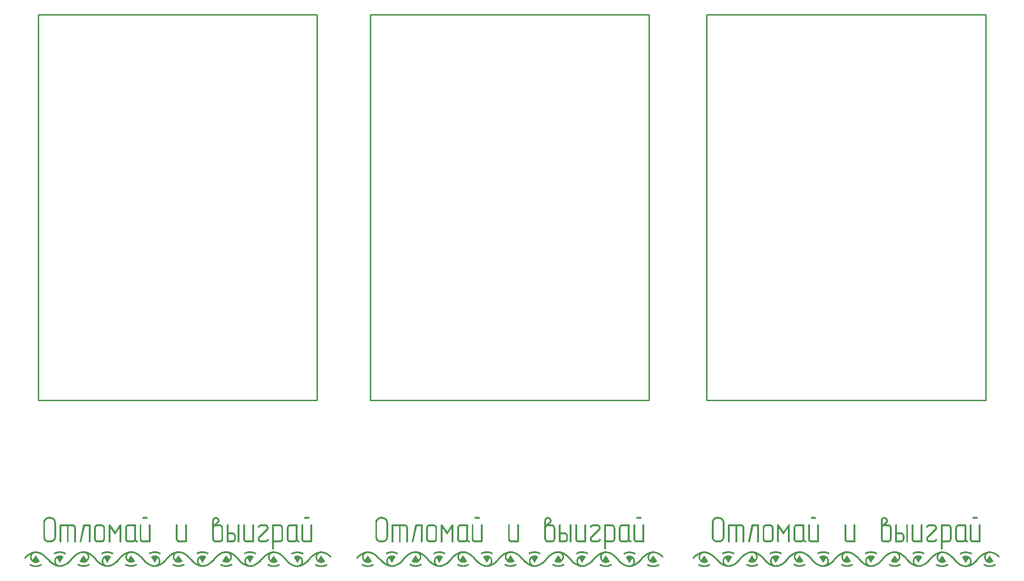
<source format=gbo>
G04*
G04 #@! TF.GenerationSoftware,Altium Limited,Altium Designer,23.6.0 (18)*
G04*
G04 Layer_Color=32896*
%FSLAX44Y44*%
%MOMM*%
G71*
G04*
G04 #@! TF.SameCoordinates,4061A6F7-F738-458C-8749-E02376798AA4*
G04*
G04*
G04 #@! TF.FilePolarity,Positive*
G04*
G01*
G75*
%ADD33C,0.2540*%
G36*
X1108745Y1138297D02*
X1109095Y1138122D01*
X1109503Y1137830D01*
X1109561Y1137713D01*
X1109794Y1137480D01*
X1109969Y1137130D01*
X1110028Y1136722D01*
Y1136606D01*
X1109969Y1136314D01*
X1109853Y1135964D01*
X1109561Y1135556D01*
X1109503Y1135497D01*
X1109270Y1135322D01*
X1108920Y1135147D01*
X1108395Y1135089D01*
X1101805D01*
X1101513Y1135147D01*
X1101163Y1135264D01*
X1100755Y1135497D01*
X1100697Y1135614D01*
X1100580Y1135847D01*
X1100405Y1136256D01*
X1100347Y1136722D01*
Y1136780D01*
X1100405Y1136955D01*
X1100522Y1137305D01*
X1100697Y1137713D01*
Y1137772D01*
X1100755Y1137830D01*
X1100988Y1138063D01*
X1101397Y1138238D01*
X1101630Y1138355D01*
X1108512D01*
X1108745Y1138297D01*
D02*
G37*
G36*
X818786D02*
X819136Y1138122D01*
X819544Y1137830D01*
X819602Y1137713D01*
X819835Y1137480D01*
X820010Y1137130D01*
X820069Y1136722D01*
Y1136606D01*
X820010Y1136314D01*
X819894Y1135964D01*
X819602Y1135556D01*
X819544Y1135497D01*
X819311Y1135322D01*
X818961Y1135147D01*
X818436Y1135089D01*
X811846D01*
X811554Y1135147D01*
X811204Y1135264D01*
X810796Y1135497D01*
X810738Y1135614D01*
X810621Y1135847D01*
X810446Y1136256D01*
X810388Y1136722D01*
Y1136780D01*
X810446Y1136955D01*
X810563Y1137305D01*
X810738Y1137713D01*
Y1137772D01*
X810796Y1137830D01*
X811029Y1138063D01*
X811438Y1138238D01*
X811671Y1138355D01*
X818552D01*
X818786Y1138297D01*
D02*
G37*
G36*
X1711745Y1138297D02*
X1712095Y1138122D01*
X1712503Y1137830D01*
X1712561Y1137713D01*
X1712794Y1137480D01*
X1712970Y1137130D01*
X1713028Y1136722D01*
Y1136605D01*
X1712970Y1136314D01*
X1712853Y1135964D01*
X1712561Y1135556D01*
X1712503Y1135497D01*
X1712270Y1135322D01*
X1711920Y1135147D01*
X1711395Y1135089D01*
X1704805D01*
X1704513Y1135147D01*
X1704163Y1135264D01*
X1703755Y1135497D01*
X1703697Y1135614D01*
X1703580Y1135847D01*
X1703405Y1136255D01*
X1703347Y1136722D01*
Y1136780D01*
X1703405Y1136955D01*
X1703522Y1137305D01*
X1703697Y1137713D01*
Y1137772D01*
X1703755Y1137830D01*
X1703988Y1138063D01*
X1704397Y1138238D01*
X1704630Y1138355D01*
X1711512D01*
X1711745Y1138297D01*
D02*
G37*
G36*
X1421786D02*
X1422136Y1138122D01*
X1422544Y1137830D01*
X1422602Y1137713D01*
X1422835Y1137480D01*
X1423010Y1137130D01*
X1423069Y1136722D01*
Y1136605D01*
X1423010Y1136314D01*
X1422894Y1135964D01*
X1422602Y1135556D01*
X1422544Y1135497D01*
X1422311Y1135322D01*
X1421961Y1135147D01*
X1421436Y1135089D01*
X1414846D01*
X1414554Y1135147D01*
X1414204Y1135264D01*
X1413796Y1135497D01*
X1413738Y1135614D01*
X1413621Y1135847D01*
X1413446Y1136255D01*
X1413388Y1136722D01*
Y1136780D01*
X1413446Y1136955D01*
X1413563Y1137305D01*
X1413738Y1137713D01*
Y1137772D01*
X1413796Y1137830D01*
X1414029Y1138063D01*
X1414438Y1138238D01*
X1414671Y1138355D01*
X1421552D01*
X1421786Y1138297D01*
D02*
G37*
G36*
X513495D02*
X513845Y1138122D01*
X514253Y1137830D01*
X514311Y1137713D01*
X514544Y1137480D01*
X514720Y1137130D01*
X514778Y1136722D01*
Y1136605D01*
X514720Y1136314D01*
X514603Y1135964D01*
X514311Y1135556D01*
X514253Y1135497D01*
X514020Y1135322D01*
X513670Y1135147D01*
X513145Y1135089D01*
X506555D01*
X506263Y1135147D01*
X505913Y1135264D01*
X505505Y1135497D01*
X505447Y1135614D01*
X505330Y1135847D01*
X505155Y1136255D01*
X505097Y1136722D01*
Y1136780D01*
X505155Y1136955D01*
X505272Y1137305D01*
X505447Y1137713D01*
Y1137772D01*
X505505Y1137830D01*
X505738Y1138063D01*
X506147Y1138238D01*
X506380Y1138355D01*
X513261D01*
X513495Y1138297D01*
D02*
G37*
G36*
X223536D02*
X223886Y1138122D01*
X224294Y1137830D01*
X224352Y1137713D01*
X224585Y1137480D01*
X224760Y1137130D01*
X224819Y1136722D01*
Y1136605D01*
X224760Y1136314D01*
X224644Y1135964D01*
X224352Y1135556D01*
X224294Y1135497D01*
X224061Y1135322D01*
X223711Y1135147D01*
X223186Y1135089D01*
X216596D01*
X216304Y1135147D01*
X215954Y1135264D01*
X215546Y1135497D01*
X215488Y1135614D01*
X215371Y1135847D01*
X215196Y1136255D01*
X215138Y1136722D01*
Y1136780D01*
X215196Y1136955D01*
X215313Y1137305D01*
X215488Y1137713D01*
Y1137772D01*
X215546Y1137830D01*
X215779Y1138063D01*
X216188Y1138238D01*
X216421Y1138355D01*
X223302D01*
X223536Y1138297D01*
D02*
G37*
G36*
X771489Y1125292D02*
X771839Y1125117D01*
X772248Y1124825D01*
X772306D01*
X772364Y1124767D01*
X772598Y1124475D01*
X772773Y1124125D01*
X772889Y1123892D01*
Y1123600D01*
Y1094325D01*
Y1094266D01*
Y1094208D01*
X772831Y1093916D01*
X772714Y1093508D01*
X772423Y1093100D01*
X772364Y1093042D01*
X772131Y1092925D01*
X771723Y1092808D01*
X771256Y1092750D01*
X771198D01*
X770965Y1092808D01*
X770615Y1092925D01*
X770090Y1093100D01*
X770032Y1093158D01*
X769857Y1093391D01*
X769682Y1093800D01*
X769623Y1094325D01*
Y1118235D01*
X762800Y1108088D01*
Y1108029D01*
X762683Y1107971D01*
X762392Y1107621D01*
X761984Y1107330D01*
X761750Y1107213D01*
X761459Y1107155D01*
X761342D01*
X760992Y1107271D01*
X760817Y1107388D01*
X760584Y1107563D01*
X760351Y1107796D01*
X760117Y1108088D01*
X753353Y1118235D01*
Y1094325D01*
Y1094266D01*
Y1094208D01*
X753294Y1093916D01*
X753177Y1093508D01*
X752886Y1093100D01*
X752828Y1093042D01*
X752594Y1092925D01*
X752186Y1092808D01*
X751720Y1092750D01*
X751661D01*
X751428Y1092808D01*
X751078Y1092925D01*
X750553Y1093100D01*
X750495Y1093158D01*
X750320Y1093391D01*
X750145Y1093800D01*
X750087Y1094325D01*
Y1123659D01*
Y1123717D01*
Y1123775D01*
X750145Y1124067D01*
X750262Y1124475D01*
X750553Y1124825D01*
X750611Y1124883D01*
X750903Y1125117D01*
X751253Y1125292D01*
X751720Y1125350D01*
X751895D01*
X752128Y1125233D01*
X752419Y1125117D01*
X752478D01*
X752653Y1125000D01*
X752828Y1124825D01*
X753061Y1124592D01*
X761459Y1111995D01*
X769857Y1124534D01*
Y1124592D01*
X769973Y1124650D01*
X770265Y1124942D01*
X770673Y1125233D01*
X770965Y1125292D01*
X771256Y1125350D01*
X771314D01*
X771489Y1125292D01*
D02*
G37*
G36*
X1374489Y1125292D02*
X1374839Y1125117D01*
X1375248Y1124825D01*
X1375306D01*
X1375364Y1124767D01*
X1375598Y1124475D01*
X1375773Y1124125D01*
X1375889Y1123892D01*
Y1123600D01*
Y1094325D01*
Y1094266D01*
Y1094208D01*
X1375831Y1093916D01*
X1375714Y1093508D01*
X1375423Y1093100D01*
X1375364Y1093042D01*
X1375131Y1092925D01*
X1374723Y1092808D01*
X1374256Y1092750D01*
X1374198D01*
X1373965Y1092808D01*
X1373615Y1092925D01*
X1373090Y1093100D01*
X1373031Y1093158D01*
X1372857Y1093391D01*
X1372682Y1093800D01*
X1372623Y1094325D01*
Y1118235D01*
X1365800Y1108088D01*
Y1108029D01*
X1365683Y1107971D01*
X1365392Y1107621D01*
X1364984Y1107330D01*
X1364750Y1107213D01*
X1364459Y1107155D01*
X1364342D01*
X1363992Y1107271D01*
X1363817Y1107388D01*
X1363584Y1107563D01*
X1363351Y1107796D01*
X1363117Y1108088D01*
X1356353Y1118235D01*
Y1094325D01*
Y1094266D01*
Y1094208D01*
X1356294Y1093916D01*
X1356178Y1093508D01*
X1355886Y1093100D01*
X1355828Y1093042D01*
X1355594Y1092925D01*
X1355186Y1092808D01*
X1354720Y1092750D01*
X1354661D01*
X1354428Y1092808D01*
X1354078Y1092925D01*
X1353553Y1093100D01*
X1353495Y1093158D01*
X1353320Y1093391D01*
X1353145Y1093800D01*
X1353087Y1094325D01*
Y1123659D01*
Y1123717D01*
Y1123775D01*
X1353145Y1124067D01*
X1353262Y1124475D01*
X1353553Y1124825D01*
X1353611Y1124883D01*
X1353903Y1125117D01*
X1354253Y1125292D01*
X1354720Y1125350D01*
X1354895D01*
X1355128Y1125233D01*
X1355419Y1125117D01*
X1355478D01*
X1355653Y1125000D01*
X1355828Y1124825D01*
X1356061Y1124592D01*
X1364459Y1111995D01*
X1372857Y1124533D01*
Y1124592D01*
X1372973Y1124650D01*
X1373265Y1124942D01*
X1373673Y1125233D01*
X1373965Y1125292D01*
X1374256Y1125350D01*
X1374315D01*
X1374489Y1125292D01*
D02*
G37*
G36*
X176239D02*
X176589Y1125117D01*
X176998Y1124825D01*
X177056D01*
X177114Y1124767D01*
X177348Y1124475D01*
X177523Y1124125D01*
X177639Y1123892D01*
Y1123600D01*
Y1094325D01*
Y1094266D01*
Y1094208D01*
X177581Y1093916D01*
X177464Y1093508D01*
X177173Y1093100D01*
X177114Y1093042D01*
X176881Y1092925D01*
X176473Y1092808D01*
X176006Y1092750D01*
X175948D01*
X175715Y1092808D01*
X175365Y1092925D01*
X174840Y1093100D01*
X174781Y1093158D01*
X174607Y1093391D01*
X174432Y1093800D01*
X174373Y1094325D01*
Y1118235D01*
X167550Y1108088D01*
Y1108029D01*
X167433Y1107971D01*
X167142Y1107621D01*
X166734Y1107330D01*
X166500Y1107213D01*
X166209Y1107155D01*
X166092D01*
X165742Y1107271D01*
X165567Y1107388D01*
X165334Y1107563D01*
X165101Y1107796D01*
X164867Y1108088D01*
X158103Y1118235D01*
Y1094325D01*
Y1094266D01*
Y1094208D01*
X158044Y1093916D01*
X157928Y1093508D01*
X157636Y1093100D01*
X157578Y1093042D01*
X157344Y1092925D01*
X156936Y1092808D01*
X156469Y1092750D01*
X156411D01*
X156178Y1092808D01*
X155828Y1092925D01*
X155303Y1093100D01*
X155245Y1093158D01*
X155070Y1093391D01*
X154895Y1093800D01*
X154837Y1094325D01*
Y1123659D01*
Y1123717D01*
Y1123775D01*
X154895Y1124067D01*
X155012Y1124475D01*
X155303Y1124825D01*
X155361Y1124883D01*
X155653Y1125117D01*
X156003Y1125292D01*
X156469Y1125350D01*
X156644D01*
X156878Y1125233D01*
X157169Y1125117D01*
X157228D01*
X157403Y1125000D01*
X157578Y1124825D01*
X157811Y1124592D01*
X166209Y1111995D01*
X174607Y1124533D01*
Y1124592D01*
X174723Y1124650D01*
X175015Y1124942D01*
X175423Y1125233D01*
X175715Y1125292D01*
X176006Y1125350D01*
X176064D01*
X176239Y1125292D01*
D02*
G37*
G36*
X1113643Y1125233D02*
X1113994Y1125117D01*
X1114402Y1124883D01*
X1114460Y1124825D01*
X1114693Y1124592D01*
X1114868Y1124184D01*
X1114927Y1123659D01*
Y1094325D01*
Y1094266D01*
Y1094091D01*
X1114868Y1093800D01*
X1114752Y1093567D01*
X1114518Y1093275D01*
X1114227Y1092983D01*
X1113819Y1092808D01*
X1113294Y1092750D01*
X1101805D01*
X1101455Y1092808D01*
X1100988Y1092867D01*
X1100347Y1092983D01*
X1099647Y1093217D01*
X1098831Y1093567D01*
X1098073Y1093975D01*
X1097314Y1094616D01*
X1097256Y1094733D01*
X1097023Y1094966D01*
X1096731Y1095374D01*
X1096381Y1095899D01*
X1096031Y1096599D01*
X1095740Y1097357D01*
X1095507Y1098232D01*
X1095448Y1099223D01*
Y1123659D01*
Y1123775D01*
X1095507Y1124009D01*
X1095623Y1124300D01*
X1095915Y1124708D01*
X1095973Y1124825D01*
X1096265Y1125000D01*
X1096615Y1125175D01*
X1097081Y1125292D01*
X1097198D01*
X1097431Y1125233D01*
X1097781Y1125117D01*
X1098189Y1124883D01*
X1098248Y1124825D01*
X1098481Y1124592D01*
X1098656Y1124184D01*
X1098714Y1123659D01*
Y1099223D01*
Y1099165D01*
Y1098990D01*
X1098772Y1098757D01*
X1098831Y1098465D01*
X1098947Y1098057D01*
X1099122Y1097707D01*
X1099355Y1097299D01*
X1099647Y1096949D01*
X1099705Y1096891D01*
X1099822Y1096832D01*
X1099997Y1096657D01*
X1100289Y1096482D01*
X1100639Y1096308D01*
X1101047Y1096191D01*
X1101455Y1096074D01*
X1101980Y1096016D01*
X1111661D01*
Y1123659D01*
Y1123775D01*
X1111719Y1124009D01*
X1111836Y1124300D01*
X1112127Y1124708D01*
X1112186Y1124825D01*
X1112477Y1125000D01*
X1112827Y1125175D01*
X1113294Y1125292D01*
X1113410D01*
X1113643Y1125233D01*
D02*
G37*
G36*
X1009429Y1125292D02*
X1009779Y1125175D01*
X1010187Y1124883D01*
X1010245Y1124825D01*
X1010478Y1124592D01*
X1010653Y1124242D01*
X1010712Y1123717D01*
Y1094325D01*
Y1094266D01*
Y1094091D01*
X1010653Y1093800D01*
X1010537Y1093567D01*
X1010303Y1093275D01*
X1010012Y1092983D01*
X1009604Y1092808D01*
X1009079Y1092750D01*
X997532D01*
X997182Y1092808D01*
X996657Y1092867D01*
X996074Y1092983D01*
X995315Y1093217D01*
X994557Y1093567D01*
X993799Y1093975D01*
X993041Y1094616D01*
X992983Y1094675D01*
X992749Y1094966D01*
X992458Y1095374D01*
X992108Y1095899D01*
X991758Y1096541D01*
X991467Y1097357D01*
X991233Y1098232D01*
X991175Y1099223D01*
Y1123717D01*
Y1123834D01*
X991233Y1124067D01*
X991350Y1124359D01*
X991641Y1124767D01*
X991700Y1124883D01*
X991991Y1125058D01*
X992341Y1125233D01*
X992808Y1125350D01*
X992924D01*
X993158Y1125292D01*
X993508Y1125175D01*
X993916Y1124883D01*
X993974Y1124825D01*
X994208Y1124592D01*
X994382Y1124242D01*
X994441Y1123717D01*
Y1099223D01*
Y1099165D01*
Y1098990D01*
X994499Y1098757D01*
X994557Y1098465D01*
X994674Y1098057D01*
X994849Y1097707D01*
X995082Y1097299D01*
X995374Y1096949D01*
X995432Y1096891D01*
X995549Y1096832D01*
X995724Y1096657D01*
X996015Y1096482D01*
X996365Y1096308D01*
X996715Y1096191D01*
X997182Y1096074D01*
X997648Y1096016D01*
X1007446D01*
Y1123717D01*
Y1123834D01*
X1007504Y1124067D01*
X1007621Y1124359D01*
X1007912Y1124767D01*
X1007971Y1124883D01*
X1008262Y1125058D01*
X1008612Y1125233D01*
X1009079Y1125350D01*
X1009195D01*
X1009429Y1125292D01*
D02*
G37*
G36*
X888884D02*
X889234Y1125175D01*
X889643Y1124883D01*
X889701Y1124825D01*
X889934Y1124592D01*
X890109Y1124242D01*
X890167Y1123717D01*
Y1094325D01*
Y1094266D01*
Y1094091D01*
X890109Y1093800D01*
X889993Y1093567D01*
X889759Y1093275D01*
X889468Y1092983D01*
X889059Y1092808D01*
X888534Y1092750D01*
X876988D01*
X876638Y1092808D01*
X876113Y1092867D01*
X875529Y1092983D01*
X874771Y1093217D01*
X874013Y1093567D01*
X873255Y1093975D01*
X872497Y1094616D01*
X872439Y1094675D01*
X872205Y1094966D01*
X871914Y1095374D01*
X871564Y1095899D01*
X871214Y1096541D01*
X870922Y1097357D01*
X870689Y1098232D01*
X870631Y1099223D01*
Y1123717D01*
Y1123834D01*
X870689Y1124067D01*
X870806Y1124359D01*
X871097Y1124767D01*
X871156Y1124883D01*
X871447Y1125058D01*
X871797Y1125233D01*
X872264Y1125350D01*
X872380D01*
X872614Y1125292D01*
X872963Y1125175D01*
X873372Y1124883D01*
X873430Y1124825D01*
X873663Y1124592D01*
X873838Y1124242D01*
X873897Y1123717D01*
Y1099223D01*
Y1099165D01*
Y1098990D01*
X873955Y1098757D01*
X874013Y1098465D01*
X874130Y1098057D01*
X874305Y1097707D01*
X874538Y1097299D01*
X874830Y1096949D01*
X874888Y1096891D01*
X875005Y1096832D01*
X875180Y1096657D01*
X875471Y1096482D01*
X875821Y1096308D01*
X876171Y1096191D01*
X876638Y1096074D01*
X877104Y1096016D01*
X886902D01*
Y1123717D01*
Y1123834D01*
X886960Y1124067D01*
X887077Y1124359D01*
X887368Y1124767D01*
X887427Y1124883D01*
X887718Y1125058D01*
X888068Y1125233D01*
X888534Y1125350D01*
X888651D01*
X888884Y1125292D01*
D02*
G37*
G36*
X823684Y1125233D02*
X824034Y1125117D01*
X824443Y1124883D01*
X824501Y1124825D01*
X824734Y1124592D01*
X824909Y1124184D01*
X824967Y1123659D01*
Y1094325D01*
Y1094266D01*
Y1094091D01*
X824909Y1093800D01*
X824792Y1093567D01*
X824559Y1093275D01*
X824268Y1092983D01*
X823859Y1092808D01*
X823335Y1092750D01*
X811846D01*
X811496Y1092808D01*
X811029Y1092867D01*
X810388Y1092983D01*
X809688Y1093217D01*
X808872Y1093567D01*
X808113Y1093975D01*
X807355Y1094616D01*
X807297Y1094733D01*
X807064Y1094966D01*
X806772Y1095374D01*
X806422Y1095899D01*
X806072Y1096599D01*
X805781Y1097357D01*
X805547Y1098232D01*
X805489Y1099223D01*
Y1123659D01*
Y1123775D01*
X805547Y1124009D01*
X805664Y1124300D01*
X805956Y1124708D01*
X806014Y1124825D01*
X806306Y1125000D01*
X806656Y1125175D01*
X807122Y1125292D01*
X807239D01*
X807472Y1125233D01*
X807822Y1125117D01*
X808230Y1124883D01*
X808288Y1124825D01*
X808522Y1124592D01*
X808697Y1124184D01*
X808755Y1123659D01*
Y1099223D01*
Y1099165D01*
Y1098990D01*
X808813Y1098757D01*
X808872Y1098465D01*
X808988Y1098057D01*
X809163Y1097707D01*
X809397Y1097299D01*
X809688Y1096949D01*
X809746Y1096891D01*
X809863Y1096832D01*
X810038Y1096657D01*
X810330Y1096482D01*
X810679Y1096308D01*
X811088Y1096191D01*
X811496Y1096074D01*
X812021Y1096016D01*
X821702D01*
Y1123659D01*
Y1123775D01*
X821760Y1124009D01*
X821877Y1124300D01*
X822168Y1124708D01*
X822226Y1124825D01*
X822518Y1125000D01*
X822868Y1125175D01*
X823335Y1125292D01*
X823451D01*
X823684Y1125233D01*
D02*
G37*
G36*
X1716644Y1125233D02*
X1716993Y1125117D01*
X1717402Y1124883D01*
X1717460Y1124825D01*
X1717693Y1124592D01*
X1717868Y1124184D01*
X1717926Y1123659D01*
Y1094325D01*
Y1094266D01*
Y1094091D01*
X1717868Y1093800D01*
X1717752Y1093566D01*
X1717518Y1093275D01*
X1717227Y1092983D01*
X1716819Y1092808D01*
X1716294Y1092750D01*
X1704805D01*
X1704455Y1092808D01*
X1703988Y1092867D01*
X1703347Y1092983D01*
X1702647Y1093216D01*
X1701831Y1093566D01*
X1701073Y1093975D01*
X1700314Y1094616D01*
X1700256Y1094733D01*
X1700023Y1094966D01*
X1699731Y1095374D01*
X1699381Y1095899D01*
X1699031Y1096599D01*
X1698740Y1097357D01*
X1698506Y1098232D01*
X1698448Y1099223D01*
Y1123659D01*
Y1123775D01*
X1698506Y1124009D01*
X1698623Y1124300D01*
X1698915Y1124708D01*
X1698973Y1124825D01*
X1699265Y1125000D01*
X1699615Y1125175D01*
X1700081Y1125292D01*
X1700198D01*
X1700431Y1125233D01*
X1700781Y1125117D01*
X1701189Y1124883D01*
X1701248Y1124825D01*
X1701481Y1124592D01*
X1701656Y1124184D01*
X1701714Y1123659D01*
Y1099223D01*
Y1099165D01*
Y1098990D01*
X1701772Y1098757D01*
X1701831Y1098465D01*
X1701947Y1098057D01*
X1702122Y1097707D01*
X1702355Y1097299D01*
X1702647Y1096949D01*
X1702705Y1096891D01*
X1702822Y1096832D01*
X1702997Y1096657D01*
X1703289Y1096482D01*
X1703638Y1096307D01*
X1704047Y1096191D01*
X1704455Y1096074D01*
X1704980Y1096016D01*
X1714661D01*
Y1123659D01*
Y1123775D01*
X1714719Y1124009D01*
X1714836Y1124300D01*
X1715127Y1124708D01*
X1715186Y1124825D01*
X1715477Y1125000D01*
X1715827Y1125175D01*
X1716294Y1125292D01*
X1716410D01*
X1716644Y1125233D01*
D02*
G37*
G36*
X1612429Y1125292D02*
X1612778Y1125175D01*
X1613187Y1124883D01*
X1613245Y1124825D01*
X1613478Y1124592D01*
X1613653Y1124242D01*
X1613712Y1123717D01*
Y1094325D01*
Y1094266D01*
Y1094091D01*
X1613653Y1093800D01*
X1613537Y1093566D01*
X1613303Y1093275D01*
X1613012Y1092983D01*
X1612603Y1092808D01*
X1612079Y1092750D01*
X1600532D01*
X1600182Y1092808D01*
X1599657Y1092867D01*
X1599074Y1092983D01*
X1598315Y1093216D01*
X1597557Y1093566D01*
X1596799Y1093975D01*
X1596041Y1094616D01*
X1595983Y1094675D01*
X1595750Y1094966D01*
X1595458Y1095374D01*
X1595108Y1095899D01*
X1594758Y1096541D01*
X1594467Y1097357D01*
X1594233Y1098232D01*
X1594175Y1099223D01*
Y1123717D01*
Y1123834D01*
X1594233Y1124067D01*
X1594350Y1124359D01*
X1594641Y1124767D01*
X1594700Y1124883D01*
X1594991Y1125058D01*
X1595341Y1125233D01*
X1595808Y1125350D01*
X1595924D01*
X1596158Y1125292D01*
X1596508Y1125175D01*
X1596916Y1124883D01*
X1596974Y1124825D01*
X1597207Y1124592D01*
X1597382Y1124242D01*
X1597441Y1123717D01*
Y1099223D01*
Y1099165D01*
Y1098990D01*
X1597499Y1098757D01*
X1597557Y1098465D01*
X1597674Y1098057D01*
X1597849Y1097707D01*
X1598082Y1097299D01*
X1598374Y1096949D01*
X1598432Y1096891D01*
X1598549Y1096832D01*
X1598724Y1096657D01*
X1599015Y1096482D01*
X1599365Y1096307D01*
X1599715Y1096191D01*
X1600182Y1096074D01*
X1600648Y1096016D01*
X1610446D01*
Y1123717D01*
Y1123834D01*
X1610504Y1124067D01*
X1610621Y1124359D01*
X1610912Y1124767D01*
X1610971Y1124883D01*
X1611262Y1125058D01*
X1611612Y1125233D01*
X1612079Y1125350D01*
X1612195D01*
X1612429Y1125292D01*
D02*
G37*
G36*
X1491884D02*
X1492234Y1125175D01*
X1492643Y1124883D01*
X1492701Y1124825D01*
X1492934Y1124592D01*
X1493109Y1124242D01*
X1493167Y1123717D01*
Y1094325D01*
Y1094266D01*
Y1094091D01*
X1493109Y1093800D01*
X1492993Y1093566D01*
X1492759Y1093275D01*
X1492468Y1092983D01*
X1492059Y1092808D01*
X1491534Y1092750D01*
X1479987D01*
X1479638Y1092808D01*
X1479113Y1092867D01*
X1478530Y1092983D01*
X1477771Y1093216D01*
X1477013Y1093566D01*
X1476255Y1093975D01*
X1475497Y1094616D01*
X1475439Y1094675D01*
X1475205Y1094966D01*
X1474914Y1095374D01*
X1474564Y1095899D01*
X1474214Y1096541D01*
X1473922Y1097357D01*
X1473689Y1098232D01*
X1473631Y1099223D01*
Y1123717D01*
Y1123834D01*
X1473689Y1124067D01*
X1473806Y1124359D01*
X1474097Y1124767D01*
X1474156Y1124883D01*
X1474447Y1125058D01*
X1474797Y1125233D01*
X1475264Y1125350D01*
X1475380D01*
X1475614Y1125292D01*
X1475963Y1125175D01*
X1476372Y1124883D01*
X1476430Y1124825D01*
X1476663Y1124592D01*
X1476838Y1124242D01*
X1476897Y1123717D01*
Y1099223D01*
Y1099165D01*
Y1098990D01*
X1476955Y1098757D01*
X1477013Y1098465D01*
X1477130Y1098057D01*
X1477305Y1097707D01*
X1477538Y1097299D01*
X1477830Y1096949D01*
X1477888Y1096891D01*
X1478005Y1096832D01*
X1478180Y1096657D01*
X1478471Y1096482D01*
X1478821Y1096307D01*
X1479171Y1096191D01*
X1479638Y1096074D01*
X1480104Y1096016D01*
X1489902D01*
Y1123717D01*
Y1123834D01*
X1489960Y1124067D01*
X1490076Y1124359D01*
X1490368Y1124767D01*
X1490426Y1124883D01*
X1490718Y1125058D01*
X1491068Y1125233D01*
X1491534Y1125350D01*
X1491651D01*
X1491884Y1125292D01*
D02*
G37*
G36*
X1426684Y1125233D02*
X1427034Y1125117D01*
X1427443Y1124883D01*
X1427501Y1124825D01*
X1427734Y1124592D01*
X1427909Y1124184D01*
X1427968Y1123659D01*
Y1094325D01*
Y1094266D01*
Y1094091D01*
X1427909Y1093800D01*
X1427793Y1093566D01*
X1427559Y1093275D01*
X1427268Y1092983D01*
X1426859Y1092808D01*
X1426335Y1092750D01*
X1414846D01*
X1414496Y1092808D01*
X1414029Y1092867D01*
X1413388Y1092983D01*
X1412688Y1093216D01*
X1411872Y1093566D01*
X1411113Y1093975D01*
X1410355Y1094616D01*
X1410297Y1094733D01*
X1410064Y1094966D01*
X1409772Y1095374D01*
X1409422Y1095899D01*
X1409072Y1096599D01*
X1408781Y1097357D01*
X1408547Y1098232D01*
X1408489Y1099223D01*
Y1123659D01*
Y1123775D01*
X1408547Y1124009D01*
X1408664Y1124300D01*
X1408956Y1124708D01*
X1409014Y1124825D01*
X1409306Y1125000D01*
X1409655Y1125175D01*
X1410122Y1125292D01*
X1410239D01*
X1410472Y1125233D01*
X1410822Y1125117D01*
X1411230Y1124883D01*
X1411288Y1124825D01*
X1411522Y1124592D01*
X1411697Y1124184D01*
X1411755Y1123659D01*
Y1099223D01*
Y1099165D01*
Y1098990D01*
X1411813Y1098757D01*
X1411872Y1098465D01*
X1411988Y1098057D01*
X1412163Y1097707D01*
X1412396Y1097299D01*
X1412688Y1096949D01*
X1412746Y1096891D01*
X1412863Y1096832D01*
X1413038Y1096657D01*
X1413329Y1096482D01*
X1413679Y1096307D01*
X1414088Y1096191D01*
X1414496Y1096074D01*
X1415021Y1096016D01*
X1424702D01*
Y1123659D01*
Y1123775D01*
X1424760Y1124009D01*
X1424877Y1124300D01*
X1425168Y1124708D01*
X1425226Y1124825D01*
X1425518Y1125000D01*
X1425868Y1125175D01*
X1426335Y1125292D01*
X1426451D01*
X1426684Y1125233D01*
D02*
G37*
G36*
X518394D02*
X518743Y1125117D01*
X519152Y1124883D01*
X519210Y1124825D01*
X519443Y1124592D01*
X519618Y1124184D01*
X519677Y1123659D01*
Y1094325D01*
Y1094266D01*
Y1094091D01*
X519618Y1093800D01*
X519502Y1093566D01*
X519268Y1093275D01*
X518977Y1092983D01*
X518568Y1092808D01*
X518044Y1092750D01*
X506555D01*
X506205Y1092808D01*
X505738Y1092867D01*
X505097Y1092983D01*
X504397Y1093216D01*
X503581Y1093566D01*
X502822Y1093975D01*
X502064Y1094616D01*
X502006Y1094733D01*
X501773Y1094966D01*
X501481Y1095374D01*
X501131Y1095899D01*
X500781Y1096599D01*
X500490Y1097357D01*
X500257Y1098232D01*
X500198Y1099223D01*
Y1123659D01*
Y1123775D01*
X500257Y1124009D01*
X500373Y1124300D01*
X500665Y1124708D01*
X500723Y1124825D01*
X501015Y1125000D01*
X501365Y1125175D01*
X501831Y1125292D01*
X501948D01*
X502181Y1125233D01*
X502531Y1125117D01*
X502939Y1124883D01*
X502998Y1124825D01*
X503231Y1124592D01*
X503406Y1124184D01*
X503464Y1123659D01*
Y1099223D01*
Y1099165D01*
Y1098990D01*
X503522Y1098757D01*
X503581Y1098465D01*
X503697Y1098057D01*
X503872Y1097707D01*
X504105Y1097299D01*
X504397Y1096949D01*
X504455Y1096891D01*
X504572Y1096832D01*
X504747Y1096657D01*
X505039Y1096482D01*
X505388Y1096307D01*
X505797Y1096191D01*
X506205Y1096074D01*
X506730Y1096016D01*
X516411D01*
Y1123659D01*
Y1123775D01*
X516469Y1124009D01*
X516586Y1124300D01*
X516877Y1124708D01*
X516936Y1124825D01*
X517227Y1125000D01*
X517577Y1125175D01*
X518044Y1125292D01*
X518160D01*
X518394Y1125233D01*
D02*
G37*
G36*
X414179Y1125292D02*
X414529Y1125175D01*
X414937Y1124883D01*
X414995Y1124825D01*
X415228Y1124592D01*
X415403Y1124242D01*
X415462Y1123717D01*
Y1094325D01*
Y1094266D01*
Y1094091D01*
X415403Y1093800D01*
X415287Y1093566D01*
X415053Y1093275D01*
X414762Y1092983D01*
X414353Y1092808D01*
X413829Y1092750D01*
X402282D01*
X401932Y1092808D01*
X401407Y1092867D01*
X400824Y1092983D01*
X400065Y1093216D01*
X399307Y1093566D01*
X398549Y1093975D01*
X397791Y1094616D01*
X397733Y1094675D01*
X397500Y1094966D01*
X397208Y1095374D01*
X396858Y1095899D01*
X396508Y1096541D01*
X396217Y1097357D01*
X395983Y1098232D01*
X395925Y1099223D01*
Y1123717D01*
Y1123834D01*
X395983Y1124067D01*
X396100Y1124359D01*
X396391Y1124767D01*
X396450Y1124883D01*
X396741Y1125058D01*
X397091Y1125233D01*
X397558Y1125350D01*
X397674D01*
X397908Y1125292D01*
X398258Y1125175D01*
X398666Y1124883D01*
X398724Y1124825D01*
X398957Y1124592D01*
X399132Y1124242D01*
X399191Y1123717D01*
Y1099223D01*
Y1099165D01*
Y1098990D01*
X399249Y1098757D01*
X399307Y1098465D01*
X399424Y1098057D01*
X399599Y1097707D01*
X399832Y1097299D01*
X400124Y1096949D01*
X400182Y1096891D01*
X400299Y1096832D01*
X400474Y1096657D01*
X400765Y1096482D01*
X401115Y1096307D01*
X401465Y1096191D01*
X401932Y1096074D01*
X402398Y1096016D01*
X412196D01*
Y1123717D01*
Y1123834D01*
X412254Y1124067D01*
X412371Y1124359D01*
X412662Y1124767D01*
X412721Y1124883D01*
X413012Y1125058D01*
X413362Y1125233D01*
X413829Y1125350D01*
X413945D01*
X414179Y1125292D01*
D02*
G37*
G36*
X293634D02*
X293984Y1125175D01*
X294393Y1124883D01*
X294451Y1124825D01*
X294684Y1124592D01*
X294859Y1124242D01*
X294917Y1123717D01*
Y1094325D01*
Y1094266D01*
Y1094091D01*
X294859Y1093800D01*
X294743Y1093566D01*
X294509Y1093275D01*
X294218Y1092983D01*
X293809Y1092808D01*
X293284Y1092750D01*
X281737D01*
X281388Y1092808D01*
X280863Y1092867D01*
X280280Y1092983D01*
X279521Y1093216D01*
X278763Y1093566D01*
X278005Y1093975D01*
X277247Y1094616D01*
X277189Y1094675D01*
X276955Y1094966D01*
X276664Y1095374D01*
X276314Y1095899D01*
X275964Y1096541D01*
X275672Y1097357D01*
X275439Y1098232D01*
X275381Y1099223D01*
Y1123717D01*
Y1123834D01*
X275439Y1124067D01*
X275556Y1124359D01*
X275847Y1124767D01*
X275906Y1124883D01*
X276197Y1125058D01*
X276547Y1125233D01*
X277014Y1125350D01*
X277130D01*
X277364Y1125292D01*
X277714Y1125175D01*
X278122Y1124883D01*
X278180Y1124825D01*
X278413Y1124592D01*
X278588Y1124242D01*
X278647Y1123717D01*
Y1099223D01*
Y1099165D01*
Y1098990D01*
X278705Y1098757D01*
X278763Y1098465D01*
X278880Y1098057D01*
X279055Y1097707D01*
X279288Y1097299D01*
X279580Y1096949D01*
X279638Y1096891D01*
X279755Y1096832D01*
X279930Y1096657D01*
X280221Y1096482D01*
X280571Y1096307D01*
X280921Y1096191D01*
X281388Y1096074D01*
X281854Y1096016D01*
X291652D01*
Y1123717D01*
Y1123834D01*
X291710Y1124067D01*
X291826Y1124359D01*
X292118Y1124767D01*
X292176Y1124883D01*
X292468Y1125058D01*
X292818Y1125233D01*
X293284Y1125350D01*
X293401D01*
X293634Y1125292D01*
D02*
G37*
G36*
X228434Y1125233D02*
X228784Y1125117D01*
X229193Y1124883D01*
X229251Y1124825D01*
X229484Y1124592D01*
X229659Y1124184D01*
X229717Y1123659D01*
Y1094325D01*
Y1094266D01*
Y1094091D01*
X229659Y1093800D01*
X229543Y1093566D01*
X229309Y1093275D01*
X229018Y1092983D01*
X228609Y1092808D01*
X228085Y1092750D01*
X216596D01*
X216246Y1092808D01*
X215779Y1092867D01*
X215138Y1092983D01*
X214438Y1093216D01*
X213622Y1093566D01*
X212863Y1093975D01*
X212105Y1094616D01*
X212047Y1094733D01*
X211814Y1094966D01*
X211522Y1095374D01*
X211172Y1095899D01*
X210822Y1096599D01*
X210531Y1097357D01*
X210297Y1098232D01*
X210239Y1099223D01*
Y1123659D01*
Y1123775D01*
X210297Y1124009D01*
X210414Y1124300D01*
X210706Y1124708D01*
X210764Y1124825D01*
X211056Y1125000D01*
X211406Y1125175D01*
X211872Y1125292D01*
X211989D01*
X212222Y1125233D01*
X212572Y1125117D01*
X212980Y1124883D01*
X213038Y1124825D01*
X213272Y1124592D01*
X213447Y1124184D01*
X213505Y1123659D01*
Y1099223D01*
Y1099165D01*
Y1098990D01*
X213563Y1098757D01*
X213622Y1098465D01*
X213738Y1098057D01*
X213913Y1097707D01*
X214146Y1097299D01*
X214438Y1096949D01*
X214496Y1096891D01*
X214613Y1096832D01*
X214788Y1096657D01*
X215079Y1096482D01*
X215429Y1096307D01*
X215838Y1096191D01*
X216246Y1096074D01*
X216771Y1096016D01*
X226452D01*
Y1123659D01*
Y1123775D01*
X226510Y1124009D01*
X226627Y1124300D01*
X226918Y1124708D01*
X226977Y1124825D01*
X227268Y1125000D01*
X227618Y1125175D01*
X228085Y1125292D01*
X228201D01*
X228434Y1125233D01*
D02*
G37*
G36*
X1031181Y1125233D02*
X1031881Y1125117D01*
X1032581Y1124883D01*
X1033397Y1124534D01*
X1034156Y1124009D01*
X1034914Y1123367D01*
X1034972Y1123251D01*
X1035205Y1123017D01*
X1035497Y1122609D01*
X1035847Y1122026D01*
X1036197Y1121384D01*
X1036488Y1120568D01*
X1036722Y1119693D01*
X1036780Y1118760D01*
Y1118702D01*
Y1118643D01*
X1036722Y1118294D01*
X1036663Y1117769D01*
X1036547Y1117127D01*
X1036255Y1116427D01*
X1035905Y1115611D01*
X1035380Y1114853D01*
X1034680Y1114095D01*
X1021500Y1101614D01*
X1021442Y1101556D01*
X1021326Y1101440D01*
X1021209Y1101206D01*
X1021034Y1100973D01*
X1020801Y1100623D01*
X1020684Y1100215D01*
X1020567Y1099748D01*
X1020509Y1099282D01*
Y1099223D01*
Y1099107D01*
X1020567Y1098874D01*
X1020626Y1098640D01*
X1020742Y1098290D01*
X1020859Y1097882D01*
X1021092Y1097415D01*
X1021384Y1096949D01*
X1021442Y1096891D01*
X1021559Y1096832D01*
X1021734Y1096657D01*
X1022025Y1096482D01*
X1022317Y1096308D01*
X1022725Y1096191D01*
X1023192Y1096074D01*
X1023717Y1096016D01*
X1030365D01*
X1030540Y1096074D01*
X1030773D01*
X1031123Y1096133D01*
X1031473Y1096249D01*
X1031881Y1096424D01*
X1032348Y1096599D01*
X1032406D01*
X1032523Y1096716D01*
X1032873Y1097007D01*
X1033339Y1097532D01*
X1033514Y1097882D01*
X1033689Y1098232D01*
Y1098290D01*
X1033747Y1098407D01*
X1034039Y1098757D01*
X1034214Y1098932D01*
X1034505Y1099107D01*
X1034797Y1099223D01*
X1035205Y1099282D01*
X1035322D01*
X1035613Y1099223D01*
X1035963Y1099107D01*
X1036372Y1098815D01*
X1036430Y1098757D01*
X1036663Y1098524D01*
X1036838Y1098174D01*
X1036897Y1097707D01*
X1036780Y1097066D01*
X1036722Y1097007D01*
X1036663Y1096774D01*
X1036430Y1096366D01*
X1036197Y1095957D01*
X1035847Y1095433D01*
X1035380Y1094908D01*
X1034797Y1094383D01*
X1034156Y1093916D01*
X1034097D01*
X1033981Y1093858D01*
X1033806Y1093741D01*
X1033572Y1093625D01*
X1032989Y1093333D01*
X1032231Y1093042D01*
X1031181Y1092808D01*
X1030190Y1092750D01*
X1023600D01*
X1023250Y1092808D01*
X1022725Y1092867D01*
X1022084Y1092983D01*
X1021326Y1093217D01*
X1020567Y1093567D01*
X1019751Y1094033D01*
X1019051Y1094675D01*
X1018993Y1094791D01*
X1018760Y1095024D01*
X1018468Y1095433D01*
X1018176Y1096016D01*
X1017826Y1096657D01*
X1017535Y1097474D01*
X1017301Y1098349D01*
X1017243Y1099282D01*
Y1099340D01*
Y1099398D01*
X1017301Y1099748D01*
X1017360Y1100273D01*
X1017477Y1100915D01*
X1017768Y1101614D01*
X1018118Y1102431D01*
X1018585Y1103189D01*
X1019284Y1103947D01*
X1032464Y1116427D01*
X1032523Y1116486D01*
X1032639Y1116602D01*
X1032814Y1116835D01*
X1032989Y1117069D01*
X1033164Y1117419D01*
X1033339Y1117827D01*
X1033456Y1118294D01*
X1033514Y1118760D01*
Y1118818D01*
Y1118993D01*
X1033456Y1119227D01*
X1033397Y1119518D01*
X1033281Y1119868D01*
X1033106Y1120276D01*
X1032873Y1120626D01*
X1032581Y1121034D01*
X1032523Y1121093D01*
X1032406Y1121209D01*
X1032231Y1121384D01*
X1031939Y1121559D01*
X1031590Y1121734D01*
X1031181Y1121909D01*
X1030715Y1122026D01*
X1030190Y1122084D01*
X1023542D01*
X1023367Y1122026D01*
X1023075D01*
X1022434Y1121793D01*
X1022084Y1121676D01*
X1021675Y1121443D01*
X1021617D01*
X1021500Y1121326D01*
X1021151Y1121034D01*
X1020626Y1120510D01*
X1020218Y1119810D01*
Y1119752D01*
X1020159Y1119635D01*
X1019868Y1119285D01*
X1019459Y1118935D01*
X1019109Y1118818D01*
X1018760Y1118760D01*
X1018643D01*
X1018351Y1118818D01*
X1018001Y1118935D01*
X1017593Y1119227D01*
X1017535Y1119285D01*
X1017360Y1119518D01*
X1017185Y1119868D01*
X1017127Y1120335D01*
X1017243Y1120976D01*
X1017301Y1121034D01*
X1017360Y1121268D01*
X1017535Y1121618D01*
X1017826Y1122026D01*
X1018118Y1122492D01*
X1018585Y1123017D01*
X1019109Y1123484D01*
X1019751Y1124009D01*
X1019809Y1124067D01*
X1020101Y1124242D01*
X1020451Y1124417D01*
X1020976Y1124708D01*
X1021559Y1124942D01*
X1022200Y1125117D01*
X1022958Y1125292D01*
X1023717Y1125350D01*
X1030657D01*
X1031181Y1125233D01*
D02*
G37*
G36*
X983360Y1125292D02*
X983710Y1125175D01*
X984118Y1124883D01*
X984177Y1124825D01*
X984410Y1124592D01*
X984585Y1124242D01*
X984643Y1123717D01*
Y1094325D01*
Y1094266D01*
Y1094208D01*
X984585Y1093916D01*
X984468Y1093508D01*
X984177Y1093100D01*
X984118Y1093042D01*
X983885Y1092925D01*
X983477Y1092808D01*
X983010Y1092750D01*
X982952D01*
X982719Y1092808D01*
X982369Y1092925D01*
X981844Y1093100D01*
X981786Y1093158D01*
X981611Y1093391D01*
X981436Y1093800D01*
X981377Y1094325D01*
Y1123717D01*
Y1123834D01*
X981436Y1124067D01*
X981552Y1124359D01*
X981844Y1124767D01*
X981902Y1124883D01*
X982194Y1125058D01*
X982544Y1125233D01*
X983010Y1125350D01*
X983127D01*
X983360Y1125292D01*
D02*
G37*
G36*
X963824D02*
X964174Y1125175D01*
X964582Y1124883D01*
X964640Y1124825D01*
X964873Y1124592D01*
X965048Y1124242D01*
X965107Y1123717D01*
Y1110712D01*
X972047D01*
X972513Y1110595D01*
X973155Y1110479D01*
X973913Y1110246D01*
X974671Y1109896D01*
X975429Y1109429D01*
X976187Y1108788D01*
X976245Y1108729D01*
X976479Y1108438D01*
X976770Y1108029D01*
X977178Y1107505D01*
X977528Y1106863D01*
X977820Y1106047D01*
X978053Y1105172D01*
X978112Y1104180D01*
Y1099282D01*
Y1099223D01*
Y1099165D01*
Y1098815D01*
X977995Y1098290D01*
X977878Y1097649D01*
X977645Y1096891D01*
X977295Y1096133D01*
X976829Y1095374D01*
X976187Y1094616D01*
X976129Y1094558D01*
X975837Y1094325D01*
X975429Y1094033D01*
X974904Y1093683D01*
X974263Y1093333D01*
X973446Y1093042D01*
X972571Y1092808D01*
X971580Y1092750D01*
X963182D01*
X962890Y1092808D01*
X962657Y1092925D01*
X962366Y1093158D01*
X962074Y1093391D01*
X961899Y1093800D01*
X961841Y1094325D01*
Y1123717D01*
Y1123834D01*
X961899Y1124067D01*
X962016Y1124359D01*
X962307Y1124767D01*
X962366Y1124883D01*
X962657Y1125058D01*
X963007Y1125233D01*
X963474Y1125350D01*
X963590D01*
X963824Y1125292D01*
D02*
G37*
G36*
X943179Y1138297D02*
X943762Y1138180D01*
X944462Y1137947D01*
X945220Y1137655D01*
X945978Y1137247D01*
X946678Y1136722D01*
X946795Y1136664D01*
X947028Y1136431D01*
X947319Y1136022D01*
X947728Y1135439D01*
X948078Y1134798D01*
X948428Y1133923D01*
X948661Y1132990D01*
X948719Y1131882D01*
Y1130657D01*
X948486Y1129840D01*
Y1129782D01*
X948428Y1129666D01*
X948369Y1129491D01*
X948253Y1129199D01*
X947844Y1128558D01*
X947611Y1128208D01*
X947261Y1127799D01*
X947203Y1127741D01*
X947144Y1127683D01*
X947028Y1127508D01*
X946853Y1127333D01*
X946561Y1127158D01*
X946211Y1126866D01*
X945803Y1126516D01*
X944345Y1125292D01*
X949186D01*
X949710Y1125175D01*
X950352Y1125058D01*
X951052Y1124825D01*
X951868Y1124534D01*
X952626Y1124067D01*
X953385Y1123426D01*
X953443Y1123367D01*
X953676Y1123076D01*
X953968Y1122667D01*
X954376Y1122142D01*
X954726Y1121501D01*
X955017Y1120685D01*
X955251Y1119810D01*
X955309Y1118818D01*
Y1099223D01*
Y1099107D01*
Y1098757D01*
X955192Y1098290D01*
X955076Y1097649D01*
X954843Y1096949D01*
X954493Y1096133D01*
X954026Y1095374D01*
X953385Y1094616D01*
X953326Y1094558D01*
X953035Y1094325D01*
X952626Y1094033D01*
X952102Y1093683D01*
X951402Y1093333D01*
X950644Y1093042D01*
X949710Y1092808D01*
X948719Y1092750D01*
X942187D01*
X941837Y1092808D01*
X941313Y1092867D01*
X940671Y1092983D01*
X939971Y1093217D01*
X939155Y1093567D01*
X938397Y1093975D01*
X937639Y1094616D01*
X937580Y1094733D01*
X937347Y1094966D01*
X937055Y1095374D01*
X936705Y1095899D01*
X936356Y1096599D01*
X936064Y1097357D01*
X935831Y1098232D01*
X935772Y1099223D01*
Y1118818D01*
Y1131882D01*
Y1131940D01*
Y1131998D01*
Y1132173D01*
X935831Y1132406D01*
X935889Y1132931D01*
X936006Y1133631D01*
X936239Y1134389D01*
X936589Y1135206D01*
X937114Y1136022D01*
X937755Y1136722D01*
X937814Y1136780D01*
X938105Y1136955D01*
X938513Y1137247D01*
X939038Y1137539D01*
X939680Y1137830D01*
X940438Y1138122D01*
X941313Y1138297D01*
X942246Y1138355D01*
X942712D01*
X943179Y1138297D01*
D02*
G37*
G36*
X737956Y1125233D02*
X738598Y1125117D01*
X739356Y1124883D01*
X740114Y1124534D01*
X740872Y1124067D01*
X741630Y1123426D01*
X741689Y1123367D01*
X741922Y1123076D01*
X742214Y1122667D01*
X742622Y1122142D01*
X742972Y1121501D01*
X743263Y1120685D01*
X743497Y1119810D01*
X743555Y1118818D01*
Y1099223D01*
Y1099165D01*
Y1099107D01*
Y1098757D01*
X743438Y1098232D01*
X743322Y1097649D01*
X743088Y1096891D01*
X742738Y1096133D01*
X742272Y1095374D01*
X741630Y1094616D01*
X741572Y1094558D01*
X741281Y1094325D01*
X740872Y1094033D01*
X740348Y1093683D01*
X739706Y1093333D01*
X738889Y1093042D01*
X738015Y1092808D01*
X737023Y1092750D01*
X730375D01*
X730025Y1092808D01*
X729500Y1092867D01*
X728917Y1092983D01*
X728159Y1093217D01*
X727401Y1093567D01*
X726643Y1093975D01*
X725884Y1094616D01*
X725826Y1094675D01*
X725593Y1094966D01*
X725301Y1095374D01*
X724951Y1095899D01*
X724602Y1096541D01*
X724310Y1097357D01*
X724077Y1098232D01*
X724018Y1099223D01*
Y1118818D01*
Y1118935D01*
X724077Y1119227D01*
X724135Y1119693D01*
X724252Y1120276D01*
X724485Y1120976D01*
X724777Y1121734D01*
X725243Y1122551D01*
X725826Y1123309D01*
X725943Y1123426D01*
X726176Y1123659D01*
X726584Y1123950D01*
X727109Y1124359D01*
X727809Y1124708D01*
X728567Y1125058D01*
X729500Y1125292D01*
X730492Y1125350D01*
X737490D01*
X737956Y1125233D01*
D02*
G37*
G36*
X716379Y1125292D02*
X716670Y1125175D01*
X716962Y1124942D01*
X717253Y1124650D01*
X717428Y1124242D01*
X717487Y1123717D01*
Y1094325D01*
Y1094266D01*
Y1094208D01*
X717428Y1093916D01*
X717312Y1093508D01*
X717020Y1093100D01*
X716962Y1093042D01*
X716729Y1092925D01*
X716320Y1092808D01*
X715854Y1092750D01*
X715795D01*
X715562Y1092808D01*
X715212Y1092925D01*
X714687Y1093100D01*
X714629Y1093158D01*
X714454Y1093391D01*
X714279Y1093800D01*
X714221Y1094325D01*
Y1122084D01*
X707339D01*
X701158Y1093975D01*
Y1093916D01*
X701099Y1093800D01*
X700983Y1093567D01*
X700866Y1093391D01*
X700633Y1093158D01*
X700399Y1092925D01*
X700050Y1092808D01*
X699583Y1092750D01*
X699466D01*
X699175Y1092808D01*
X698825Y1092925D01*
X698417Y1093158D01*
X698358Y1093217D01*
X698183Y1093508D01*
X697950Y1093858D01*
X697892Y1094325D01*
X697950Y1094733D01*
X704482Y1124067D01*
Y1124125D01*
X704540Y1124242D01*
X704657Y1124475D01*
X704773Y1124708D01*
X705006Y1124942D01*
X705298Y1125175D01*
X705648Y1125292D01*
X706056Y1125350D01*
X716087D01*
X716379Y1125292D01*
D02*
G37*
G36*
X685761Y1125233D02*
X686403Y1125117D01*
X687161Y1124883D01*
X687919Y1124534D01*
X688677Y1124067D01*
X689436Y1123426D01*
X689494Y1123367D01*
X689727Y1123076D01*
X690019Y1122667D01*
X690427Y1122142D01*
X690777Y1121501D01*
X691068Y1120685D01*
X691302Y1119810D01*
X691360Y1118818D01*
Y1094325D01*
Y1094266D01*
Y1094208D01*
X691302Y1093916D01*
X691185Y1093508D01*
X690893Y1093100D01*
X690835Y1093042D01*
X690602Y1092925D01*
X690194Y1092808D01*
X689727Y1092750D01*
X689669D01*
X689436Y1092808D01*
X689086Y1092925D01*
X688561Y1093100D01*
X688502Y1093158D01*
X688327Y1093391D01*
X688152Y1093800D01*
X688094Y1094325D01*
Y1118818D01*
Y1118877D01*
Y1119052D01*
X688036Y1119285D01*
X687978Y1119635D01*
X687861Y1119985D01*
X687686Y1120335D01*
X687453Y1120743D01*
X687103Y1121093D01*
X687044Y1121151D01*
X686928Y1121268D01*
X686753Y1121384D01*
X686461Y1121618D01*
X686111Y1121793D01*
X685761Y1121909D01*
X685295Y1122026D01*
X684828Y1122084D01*
X678355D01*
Y1094325D01*
Y1094266D01*
Y1094208D01*
X678297Y1093916D01*
X678180Y1093508D01*
X677888Y1093100D01*
X677830Y1093042D01*
X677597Y1092925D01*
X677189Y1092808D01*
X676722Y1092750D01*
X676664D01*
X676431Y1092808D01*
X676081Y1092925D01*
X675556Y1093100D01*
X675497Y1093158D01*
X675322Y1093391D01*
X675147Y1093800D01*
X675089Y1094325D01*
Y1122084D01*
X665350D01*
Y1094325D01*
Y1094266D01*
Y1094208D01*
X665292Y1093916D01*
X665175Y1093508D01*
X664883Y1093100D01*
X664825Y1093042D01*
X664592Y1092925D01*
X664184Y1092808D01*
X663717Y1092750D01*
X663659D01*
X663426Y1092808D01*
X663076Y1092925D01*
X662551Y1093100D01*
X662492Y1093158D01*
X662317Y1093391D01*
X662142Y1093800D01*
X662084Y1094325D01*
Y1123717D01*
Y1123775D01*
Y1123950D01*
X662142Y1124242D01*
X662259Y1124534D01*
X662492Y1124825D01*
X662726Y1125117D01*
X663134Y1125292D01*
X663659Y1125350D01*
X685295D01*
X685761Y1125233D01*
D02*
G37*
G36*
X646455Y1138297D02*
X646805D01*
X647213Y1138180D01*
X648146Y1138005D01*
X649196Y1137655D01*
X650362Y1137130D01*
X650945Y1136839D01*
X651587Y1136431D01*
X652112Y1136022D01*
X652695Y1135497D01*
X652753Y1135439D01*
X652812Y1135381D01*
X652987Y1135206D01*
X653161Y1134973D01*
X653628Y1134389D01*
X654153Y1133573D01*
X654678Y1132523D01*
X655144Y1131357D01*
X655494Y1130015D01*
X655553Y1129316D01*
X655611Y1128558D01*
Y1102489D01*
Y1102431D01*
Y1102314D01*
Y1102081D01*
X655553Y1101789D01*
Y1101498D01*
X655436Y1101090D01*
X655261Y1100098D01*
X654911Y1099048D01*
X654386Y1097882D01*
X654036Y1097299D01*
X653686Y1096716D01*
X653220Y1096133D01*
X652695Y1095608D01*
X652637Y1095549D01*
X652578Y1095491D01*
X652403Y1095374D01*
X652170Y1095141D01*
X651587Y1094733D01*
X650770Y1094208D01*
X649721Y1093683D01*
X648554Y1093217D01*
X647213Y1092867D01*
X646513Y1092808D01*
X645755Y1092750D01*
X642139D01*
X641848Y1092808D01*
X641556D01*
X641148Y1092925D01*
X640273Y1093100D01*
X639223Y1093450D01*
X638057Y1093916D01*
X636891Y1094616D01*
X636307Y1095083D01*
X635724Y1095549D01*
X635666Y1095608D01*
X635608Y1095666D01*
X635433Y1095841D01*
X635258Y1096074D01*
X634791Y1096657D01*
X634266Y1097474D01*
X633683Y1098524D01*
X633217Y1099690D01*
X632867Y1101031D01*
X632808Y1101731D01*
X632750Y1102489D01*
Y1128558D01*
Y1128616D01*
Y1128733D01*
Y1128966D01*
X632808Y1129199D01*
Y1129549D01*
X632925Y1129957D01*
X633100Y1130890D01*
X633450Y1131940D01*
X633916Y1133106D01*
X634616Y1134273D01*
X635083Y1134798D01*
X635549Y1135381D01*
X635608Y1135439D01*
X635666Y1135497D01*
X635841Y1135672D01*
X636074Y1135847D01*
X636657Y1136314D01*
X637474Y1136897D01*
X638523Y1137422D01*
X639690Y1137888D01*
X641031Y1138238D01*
X641731Y1138297D01*
X642489Y1138355D01*
X646163D01*
X646455Y1138297D01*
D02*
G37*
G36*
X1634181Y1125233D02*
X1634881Y1125117D01*
X1635581Y1124883D01*
X1636397Y1124533D01*
X1637156Y1124009D01*
X1637914Y1123367D01*
X1637972Y1123251D01*
X1638205Y1123017D01*
X1638497Y1122609D01*
X1638847Y1122026D01*
X1639197Y1121384D01*
X1639488Y1120568D01*
X1639722Y1119693D01*
X1639780Y1118760D01*
Y1118702D01*
Y1118643D01*
X1639722Y1118293D01*
X1639663Y1117769D01*
X1639547Y1117127D01*
X1639255Y1116427D01*
X1638905Y1115611D01*
X1638380Y1114853D01*
X1637680Y1114094D01*
X1624500Y1101614D01*
X1624442Y1101556D01*
X1624326Y1101439D01*
X1624209Y1101206D01*
X1624034Y1100973D01*
X1623801Y1100623D01*
X1623684Y1100215D01*
X1623567Y1099748D01*
X1623509Y1099282D01*
Y1099223D01*
Y1099107D01*
X1623567Y1098873D01*
X1623626Y1098640D01*
X1623742Y1098290D01*
X1623859Y1097882D01*
X1624092Y1097415D01*
X1624384Y1096949D01*
X1624442Y1096891D01*
X1624559Y1096832D01*
X1624734Y1096657D01*
X1625025Y1096482D01*
X1625317Y1096307D01*
X1625725Y1096191D01*
X1626192Y1096074D01*
X1626717Y1096016D01*
X1633365D01*
X1633540Y1096074D01*
X1633773D01*
X1634123Y1096133D01*
X1634473Y1096249D01*
X1634881Y1096424D01*
X1635348Y1096599D01*
X1635406D01*
X1635523Y1096716D01*
X1635872Y1097007D01*
X1636339Y1097532D01*
X1636514Y1097882D01*
X1636689Y1098232D01*
Y1098290D01*
X1636747Y1098407D01*
X1637039Y1098757D01*
X1637214Y1098932D01*
X1637505Y1099107D01*
X1637797Y1099223D01*
X1638205Y1099282D01*
X1638322D01*
X1638613Y1099223D01*
X1638963Y1099107D01*
X1639372Y1098815D01*
X1639430Y1098757D01*
X1639663Y1098523D01*
X1639838Y1098174D01*
X1639897Y1097707D01*
X1639780Y1097066D01*
X1639722Y1097007D01*
X1639663Y1096774D01*
X1639430Y1096366D01*
X1639197Y1095957D01*
X1638847Y1095433D01*
X1638380Y1094908D01*
X1637797Y1094383D01*
X1637156Y1093916D01*
X1637097D01*
X1636981Y1093858D01*
X1636806Y1093741D01*
X1636572Y1093625D01*
X1635989Y1093333D01*
X1635231Y1093042D01*
X1634181Y1092808D01*
X1633190Y1092750D01*
X1626600D01*
X1626250Y1092808D01*
X1625725Y1092867D01*
X1625084Y1092983D01*
X1624326Y1093216D01*
X1623567Y1093566D01*
X1622751Y1094033D01*
X1622051Y1094675D01*
X1621993Y1094791D01*
X1621759Y1095024D01*
X1621468Y1095433D01*
X1621176Y1096016D01*
X1620826Y1096657D01*
X1620535Y1097474D01*
X1620302Y1098349D01*
X1620243Y1099282D01*
Y1099340D01*
Y1099398D01*
X1620302Y1099748D01*
X1620360Y1100273D01*
X1620477Y1100915D01*
X1620768Y1101614D01*
X1621118Y1102431D01*
X1621584Y1103189D01*
X1622284Y1103947D01*
X1635464Y1116427D01*
X1635523Y1116486D01*
X1635639Y1116602D01*
X1635814Y1116835D01*
X1635989Y1117069D01*
X1636164Y1117419D01*
X1636339Y1117827D01*
X1636456Y1118293D01*
X1636514Y1118760D01*
Y1118818D01*
Y1118993D01*
X1636456Y1119227D01*
X1636397Y1119518D01*
X1636281Y1119868D01*
X1636106Y1120276D01*
X1635872Y1120626D01*
X1635581Y1121034D01*
X1635523Y1121093D01*
X1635406Y1121209D01*
X1635231Y1121384D01*
X1634940Y1121559D01*
X1634590Y1121734D01*
X1634181Y1121909D01*
X1633715Y1122026D01*
X1633190Y1122084D01*
X1626542D01*
X1626367Y1122026D01*
X1626075D01*
X1625434Y1121793D01*
X1625084Y1121676D01*
X1624675Y1121443D01*
X1624617D01*
X1624500Y1121326D01*
X1624151Y1121034D01*
X1623626Y1120509D01*
X1623217Y1119810D01*
Y1119751D01*
X1623159Y1119635D01*
X1622867Y1119285D01*
X1622459Y1118935D01*
X1622109Y1118818D01*
X1621759Y1118760D01*
X1621643D01*
X1621351Y1118818D01*
X1621001Y1118935D01*
X1620593Y1119227D01*
X1620535Y1119285D01*
X1620360Y1119518D01*
X1620185Y1119868D01*
X1620127Y1120335D01*
X1620243Y1120976D01*
X1620302Y1121034D01*
X1620360Y1121268D01*
X1620535Y1121618D01*
X1620826Y1122026D01*
X1621118Y1122492D01*
X1621584Y1123017D01*
X1622109Y1123484D01*
X1622751Y1124009D01*
X1622809Y1124067D01*
X1623101Y1124242D01*
X1623451Y1124417D01*
X1623976Y1124708D01*
X1624559Y1124942D01*
X1625200Y1125117D01*
X1625958Y1125292D01*
X1626717Y1125350D01*
X1633656D01*
X1634181Y1125233D01*
D02*
G37*
G36*
X1586360Y1125292D02*
X1586710Y1125175D01*
X1587118Y1124883D01*
X1587177Y1124825D01*
X1587410Y1124592D01*
X1587585Y1124242D01*
X1587643Y1123717D01*
Y1094325D01*
Y1094266D01*
Y1094208D01*
X1587585Y1093916D01*
X1587468Y1093508D01*
X1587177Y1093100D01*
X1587118Y1093042D01*
X1586885Y1092925D01*
X1586477Y1092808D01*
X1586010Y1092750D01*
X1585952D01*
X1585719Y1092808D01*
X1585369Y1092925D01*
X1584844Y1093100D01*
X1584786Y1093158D01*
X1584611Y1093391D01*
X1584436Y1093800D01*
X1584377Y1094325D01*
Y1123717D01*
Y1123834D01*
X1584436Y1124067D01*
X1584552Y1124359D01*
X1584844Y1124767D01*
X1584902Y1124883D01*
X1585194Y1125058D01*
X1585544Y1125233D01*
X1586010Y1125350D01*
X1586127D01*
X1586360Y1125292D01*
D02*
G37*
G36*
X1566824D02*
X1567173Y1125175D01*
X1567582Y1124883D01*
X1567640Y1124825D01*
X1567873Y1124592D01*
X1568048Y1124242D01*
X1568107Y1123717D01*
Y1110712D01*
X1575047D01*
X1575513Y1110595D01*
X1576154Y1110479D01*
X1576913Y1110246D01*
X1577671Y1109896D01*
X1578429Y1109429D01*
X1579187Y1108788D01*
X1579245Y1108729D01*
X1579479Y1108438D01*
X1579770Y1108029D01*
X1580179Y1107505D01*
X1580528Y1106863D01*
X1580820Y1106047D01*
X1581053Y1105172D01*
X1581112Y1104180D01*
Y1099282D01*
Y1099223D01*
Y1099165D01*
Y1098815D01*
X1580995Y1098290D01*
X1580878Y1097649D01*
X1580645Y1096891D01*
X1580295Y1096133D01*
X1579829Y1095374D01*
X1579187Y1094616D01*
X1579129Y1094558D01*
X1578837Y1094325D01*
X1578429Y1094033D01*
X1577904Y1093683D01*
X1577263Y1093333D01*
X1576446Y1093042D01*
X1575571Y1092808D01*
X1574580Y1092750D01*
X1566182D01*
X1565891Y1092808D01*
X1565657Y1092925D01*
X1565366Y1093158D01*
X1565074Y1093391D01*
X1564899Y1093800D01*
X1564841Y1094325D01*
Y1123717D01*
Y1123834D01*
X1564899Y1124067D01*
X1565016Y1124359D01*
X1565307Y1124767D01*
X1565366Y1124883D01*
X1565657Y1125058D01*
X1566007Y1125233D01*
X1566474Y1125350D01*
X1566590D01*
X1566824Y1125292D01*
D02*
G37*
G36*
X1546179Y1138297D02*
X1546762Y1138180D01*
X1547462Y1137947D01*
X1548220Y1137655D01*
X1548978Y1137247D01*
X1549678Y1136722D01*
X1549795Y1136664D01*
X1550028Y1136431D01*
X1550320Y1136022D01*
X1550728Y1135439D01*
X1551078Y1134798D01*
X1551427Y1133923D01*
X1551661Y1132990D01*
X1551719Y1131882D01*
Y1130657D01*
X1551486Y1129840D01*
Y1129782D01*
X1551427Y1129666D01*
X1551369Y1129491D01*
X1551252Y1129199D01*
X1550844Y1128558D01*
X1550611Y1128208D01*
X1550261Y1127799D01*
X1550203Y1127741D01*
X1550145Y1127683D01*
X1550028Y1127508D01*
X1549853Y1127333D01*
X1549561Y1127158D01*
X1549211Y1126866D01*
X1548803Y1126516D01*
X1547345Y1125292D01*
X1552186D01*
X1552711Y1125175D01*
X1553352Y1125058D01*
X1554052Y1124825D01*
X1554868Y1124533D01*
X1555626Y1124067D01*
X1556385Y1123426D01*
X1556443Y1123367D01*
X1556676Y1123076D01*
X1556968Y1122667D01*
X1557376Y1122142D01*
X1557726Y1121501D01*
X1558017Y1120685D01*
X1558251Y1119810D01*
X1558309Y1118818D01*
Y1099223D01*
Y1099107D01*
Y1098757D01*
X1558192Y1098290D01*
X1558076Y1097649D01*
X1557843Y1096949D01*
X1557493Y1096133D01*
X1557026Y1095374D01*
X1556385Y1094616D01*
X1556326Y1094558D01*
X1556035Y1094325D01*
X1555626Y1094033D01*
X1555102Y1093683D01*
X1554402Y1093333D01*
X1553644Y1093042D01*
X1552711Y1092808D01*
X1551719Y1092750D01*
X1545187D01*
X1544837Y1092808D01*
X1544313Y1092867D01*
X1543671Y1092983D01*
X1542971Y1093216D01*
X1542155Y1093566D01*
X1541397Y1093975D01*
X1540639Y1094616D01*
X1540580Y1094733D01*
X1540347Y1094966D01*
X1540055Y1095374D01*
X1539706Y1095899D01*
X1539356Y1096599D01*
X1539064Y1097357D01*
X1538831Y1098232D01*
X1538772Y1099223D01*
Y1118818D01*
Y1131882D01*
Y1131940D01*
Y1131998D01*
Y1132173D01*
X1538831Y1132406D01*
X1538889Y1132931D01*
X1539006Y1133631D01*
X1539239Y1134389D01*
X1539589Y1135206D01*
X1540114Y1136022D01*
X1540755Y1136722D01*
X1540814Y1136780D01*
X1541105Y1136955D01*
X1541513Y1137247D01*
X1542038Y1137539D01*
X1542680Y1137830D01*
X1543438Y1138122D01*
X1544313Y1138297D01*
X1545246Y1138355D01*
X1545712D01*
X1546179Y1138297D01*
D02*
G37*
G36*
X1340956Y1125233D02*
X1341598Y1125117D01*
X1342356Y1124883D01*
X1343114Y1124533D01*
X1343872Y1124067D01*
X1344630Y1123426D01*
X1344689Y1123367D01*
X1344922Y1123076D01*
X1345214Y1122667D01*
X1345622Y1122142D01*
X1345972Y1121501D01*
X1346263Y1120685D01*
X1346497Y1119810D01*
X1346555Y1118818D01*
Y1099223D01*
Y1099165D01*
Y1099107D01*
Y1098757D01*
X1346438Y1098232D01*
X1346322Y1097649D01*
X1346088Y1096891D01*
X1345739Y1096133D01*
X1345272Y1095374D01*
X1344630Y1094616D01*
X1344572Y1094558D01*
X1344281Y1094325D01*
X1343872Y1094033D01*
X1343347Y1093683D01*
X1342706Y1093333D01*
X1341889Y1093042D01*
X1341015Y1092808D01*
X1340023Y1092750D01*
X1333375D01*
X1333025Y1092808D01*
X1332500Y1092867D01*
X1331917Y1092983D01*
X1331159Y1093216D01*
X1330401Y1093566D01*
X1329643Y1093975D01*
X1328884Y1094616D01*
X1328826Y1094675D01*
X1328593Y1094966D01*
X1328301Y1095374D01*
X1327951Y1095899D01*
X1327601Y1096541D01*
X1327310Y1097357D01*
X1327077Y1098232D01*
X1327018Y1099223D01*
Y1118818D01*
Y1118935D01*
X1327077Y1119227D01*
X1327135Y1119693D01*
X1327252Y1120276D01*
X1327485Y1120976D01*
X1327776Y1121734D01*
X1328243Y1122551D01*
X1328826Y1123309D01*
X1328943Y1123426D01*
X1329176Y1123659D01*
X1329584Y1123950D01*
X1330109Y1124359D01*
X1330809Y1124708D01*
X1331567Y1125058D01*
X1332500Y1125292D01*
X1333492Y1125350D01*
X1340490D01*
X1340956Y1125233D01*
D02*
G37*
G36*
X1319379Y1125292D02*
X1319670Y1125175D01*
X1319962Y1124942D01*
X1320253Y1124650D01*
X1320428Y1124242D01*
X1320487Y1123717D01*
Y1094325D01*
Y1094266D01*
Y1094208D01*
X1320428Y1093916D01*
X1320312Y1093508D01*
X1320020Y1093100D01*
X1319962Y1093042D01*
X1319729Y1092925D01*
X1319320Y1092808D01*
X1318854Y1092750D01*
X1318795D01*
X1318562Y1092808D01*
X1318212Y1092925D01*
X1317687Y1093100D01*
X1317629Y1093158D01*
X1317454Y1093391D01*
X1317279Y1093800D01*
X1317221Y1094325D01*
Y1122084D01*
X1310339D01*
X1304158Y1093975D01*
Y1093916D01*
X1304099Y1093800D01*
X1303983Y1093566D01*
X1303866Y1093391D01*
X1303633Y1093158D01*
X1303399Y1092925D01*
X1303049Y1092808D01*
X1302583Y1092750D01*
X1302466D01*
X1302175Y1092808D01*
X1301825Y1092925D01*
X1301416Y1093158D01*
X1301358Y1093216D01*
X1301183Y1093508D01*
X1300950Y1093858D01*
X1300892Y1094325D01*
X1300950Y1094733D01*
X1307482Y1124067D01*
Y1124125D01*
X1307540Y1124242D01*
X1307657Y1124475D01*
X1307773Y1124708D01*
X1308006Y1124942D01*
X1308298Y1125175D01*
X1308648Y1125292D01*
X1309056Y1125350D01*
X1319087D01*
X1319379Y1125292D01*
D02*
G37*
G36*
X1288761Y1125233D02*
X1289403Y1125117D01*
X1290161Y1124883D01*
X1290919Y1124533D01*
X1291677Y1124067D01*
X1292435Y1123426D01*
X1292494Y1123367D01*
X1292727Y1123076D01*
X1293019Y1122667D01*
X1293427Y1122142D01*
X1293777Y1121501D01*
X1294068Y1120685D01*
X1294302Y1119810D01*
X1294360Y1118818D01*
Y1094325D01*
Y1094266D01*
Y1094208D01*
X1294302Y1093916D01*
X1294185Y1093508D01*
X1293893Y1093100D01*
X1293835Y1093042D01*
X1293602Y1092925D01*
X1293194Y1092808D01*
X1292727Y1092750D01*
X1292669D01*
X1292435Y1092808D01*
X1292086Y1092925D01*
X1291561Y1093100D01*
X1291502Y1093158D01*
X1291327Y1093391D01*
X1291152Y1093800D01*
X1291094Y1094325D01*
Y1118818D01*
Y1118877D01*
Y1119052D01*
X1291036Y1119285D01*
X1290977Y1119635D01*
X1290861Y1119985D01*
X1290686Y1120335D01*
X1290453Y1120743D01*
X1290103Y1121093D01*
X1290044Y1121151D01*
X1289928Y1121268D01*
X1289753Y1121384D01*
X1289461Y1121618D01*
X1289111Y1121793D01*
X1288761Y1121909D01*
X1288295Y1122026D01*
X1287828Y1122084D01*
X1281355D01*
Y1094325D01*
Y1094266D01*
Y1094208D01*
X1281297Y1093916D01*
X1281180Y1093508D01*
X1280888Y1093100D01*
X1280830Y1093042D01*
X1280597Y1092925D01*
X1280189Y1092808D01*
X1279722Y1092750D01*
X1279664D01*
X1279430Y1092808D01*
X1279081Y1092925D01*
X1278556Y1093100D01*
X1278497Y1093158D01*
X1278322Y1093391D01*
X1278148Y1093800D01*
X1278089Y1094325D01*
Y1122084D01*
X1268350D01*
Y1094325D01*
Y1094266D01*
Y1094208D01*
X1268292Y1093916D01*
X1268175Y1093508D01*
X1267883Y1093100D01*
X1267825Y1093042D01*
X1267592Y1092925D01*
X1267184Y1092808D01*
X1266717Y1092750D01*
X1266659D01*
X1266425Y1092808D01*
X1266076Y1092925D01*
X1265551Y1093100D01*
X1265492Y1093158D01*
X1265317Y1093391D01*
X1265143Y1093800D01*
X1265084Y1094325D01*
Y1123717D01*
Y1123775D01*
Y1123950D01*
X1265143Y1124242D01*
X1265259Y1124533D01*
X1265492Y1124825D01*
X1265726Y1125117D01*
X1266134Y1125292D01*
X1266659Y1125350D01*
X1288295D01*
X1288761Y1125233D01*
D02*
G37*
G36*
X1249455Y1138297D02*
X1249805D01*
X1250213Y1138180D01*
X1251146Y1138005D01*
X1252196Y1137655D01*
X1253362Y1137130D01*
X1253945Y1136839D01*
X1254587Y1136431D01*
X1255112Y1136022D01*
X1255695Y1135497D01*
X1255753Y1135439D01*
X1255811Y1135381D01*
X1255986Y1135206D01*
X1256161Y1134973D01*
X1256628Y1134389D01*
X1257153Y1133573D01*
X1257678Y1132523D01*
X1258144Y1131357D01*
X1258494Y1130015D01*
X1258552Y1129316D01*
X1258611Y1128558D01*
Y1102489D01*
Y1102431D01*
Y1102314D01*
Y1102081D01*
X1258552Y1101789D01*
Y1101498D01*
X1258436Y1101089D01*
X1258261Y1100098D01*
X1257911Y1099048D01*
X1257386Y1097882D01*
X1257036Y1097299D01*
X1256686Y1096716D01*
X1256220Y1096133D01*
X1255695Y1095608D01*
X1255637Y1095549D01*
X1255578Y1095491D01*
X1255403Y1095374D01*
X1255170Y1095141D01*
X1254587Y1094733D01*
X1253770Y1094208D01*
X1252721Y1093683D01*
X1251554Y1093216D01*
X1250213Y1092867D01*
X1249513Y1092808D01*
X1248755Y1092750D01*
X1245139D01*
X1244848Y1092808D01*
X1244556D01*
X1244148Y1092925D01*
X1243273Y1093100D01*
X1242223Y1093450D01*
X1241057Y1093916D01*
X1239891Y1094616D01*
X1239307Y1095083D01*
X1238724Y1095549D01*
X1238666Y1095608D01*
X1238608Y1095666D01*
X1238433Y1095841D01*
X1238258Y1096074D01*
X1237791Y1096657D01*
X1237266Y1097474D01*
X1236683Y1098523D01*
X1236217Y1099690D01*
X1235867Y1101031D01*
X1235808Y1101731D01*
X1235750Y1102489D01*
Y1128558D01*
Y1128616D01*
Y1128732D01*
Y1128966D01*
X1235808Y1129199D01*
Y1129549D01*
X1235925Y1129957D01*
X1236100Y1130890D01*
X1236450Y1131940D01*
X1236916Y1133106D01*
X1237616Y1134273D01*
X1238083Y1134798D01*
X1238549Y1135381D01*
X1238608Y1135439D01*
X1238666Y1135497D01*
X1238841Y1135672D01*
X1239074Y1135847D01*
X1239657Y1136314D01*
X1240474Y1136897D01*
X1241524Y1137422D01*
X1242690Y1137888D01*
X1244031Y1138238D01*
X1244731Y1138297D01*
X1245489Y1138355D01*
X1249163D01*
X1249455Y1138297D01*
D02*
G37*
G36*
X435931Y1125233D02*
X436631Y1125117D01*
X437331Y1124883D01*
X438147Y1124533D01*
X438905Y1124009D01*
X439664Y1123367D01*
X439722Y1123251D01*
X439955Y1123017D01*
X440247Y1122609D01*
X440597Y1122026D01*
X440947Y1121384D01*
X441238Y1120568D01*
X441472Y1119693D01*
X441530Y1118760D01*
Y1118702D01*
Y1118643D01*
X441472Y1118293D01*
X441413Y1117769D01*
X441297Y1117127D01*
X441005Y1116427D01*
X440655Y1115611D01*
X440130Y1114853D01*
X439430Y1114094D01*
X426250Y1101614D01*
X426192Y1101556D01*
X426076Y1101439D01*
X425959Y1101206D01*
X425784Y1100973D01*
X425551Y1100623D01*
X425434Y1100215D01*
X425317Y1099748D01*
X425259Y1099282D01*
Y1099223D01*
Y1099107D01*
X425317Y1098873D01*
X425376Y1098640D01*
X425492Y1098290D01*
X425609Y1097882D01*
X425842Y1097415D01*
X426134Y1096949D01*
X426192Y1096891D01*
X426309Y1096832D01*
X426484Y1096657D01*
X426775Y1096482D01*
X427067Y1096307D01*
X427475Y1096191D01*
X427942Y1096074D01*
X428467Y1096016D01*
X435115D01*
X435290Y1096074D01*
X435523D01*
X435873Y1096133D01*
X436223Y1096249D01*
X436631Y1096424D01*
X437098Y1096599D01*
X437156D01*
X437273Y1096716D01*
X437622Y1097007D01*
X438089Y1097532D01*
X438264Y1097882D01*
X438439Y1098232D01*
Y1098290D01*
X438497Y1098407D01*
X438789Y1098757D01*
X438964Y1098932D01*
X439255Y1099107D01*
X439547Y1099223D01*
X439955Y1099282D01*
X440072D01*
X440364Y1099223D01*
X440713Y1099107D01*
X441122Y1098815D01*
X441180Y1098757D01*
X441413Y1098523D01*
X441588Y1098174D01*
X441646Y1097707D01*
X441530Y1097066D01*
X441472Y1097007D01*
X441413Y1096774D01*
X441180Y1096366D01*
X440947Y1095957D01*
X440597Y1095433D01*
X440130Y1094908D01*
X439547Y1094383D01*
X438905Y1093916D01*
X438847D01*
X438731Y1093858D01*
X438556Y1093741D01*
X438322Y1093625D01*
X437739Y1093333D01*
X436981Y1093042D01*
X435931Y1092808D01*
X434940Y1092750D01*
X428350D01*
X428000Y1092808D01*
X427475Y1092867D01*
X426834Y1092983D01*
X426076Y1093216D01*
X425317Y1093566D01*
X424501Y1094033D01*
X423801Y1094675D01*
X423743Y1094791D01*
X423509Y1095024D01*
X423218Y1095433D01*
X422926Y1096016D01*
X422576Y1096657D01*
X422285Y1097474D01*
X422052Y1098349D01*
X421993Y1099282D01*
Y1099340D01*
Y1099398D01*
X422052Y1099748D01*
X422110Y1100273D01*
X422226Y1100915D01*
X422518Y1101614D01*
X422868Y1102431D01*
X423335Y1103189D01*
X424034Y1103947D01*
X437214Y1116427D01*
X437273Y1116486D01*
X437389Y1116602D01*
X437564Y1116835D01*
X437739Y1117069D01*
X437914Y1117419D01*
X438089Y1117827D01*
X438206Y1118293D01*
X438264Y1118760D01*
Y1118818D01*
Y1118993D01*
X438206Y1119227D01*
X438147Y1119518D01*
X438031Y1119868D01*
X437856Y1120276D01*
X437622Y1120626D01*
X437331Y1121034D01*
X437273Y1121093D01*
X437156Y1121209D01*
X436981Y1121384D01*
X436689Y1121559D01*
X436339Y1121734D01*
X435931Y1121909D01*
X435465Y1122026D01*
X434940Y1122084D01*
X428292D01*
X428117Y1122026D01*
X427825D01*
X427183Y1121793D01*
X426834Y1121676D01*
X426425Y1121443D01*
X426367D01*
X426250Y1121326D01*
X425900Y1121034D01*
X425376Y1120509D01*
X424967Y1119810D01*
Y1119751D01*
X424909Y1119635D01*
X424618Y1119285D01*
X424209Y1118935D01*
X423859Y1118818D01*
X423509Y1118760D01*
X423393D01*
X423101Y1118818D01*
X422751Y1118935D01*
X422343Y1119227D01*
X422285Y1119285D01*
X422110Y1119518D01*
X421935Y1119868D01*
X421877Y1120335D01*
X421993Y1120976D01*
X422052Y1121034D01*
X422110Y1121268D01*
X422285Y1121618D01*
X422576Y1122026D01*
X422868Y1122492D01*
X423335Y1123017D01*
X423859Y1123484D01*
X424501Y1124009D01*
X424559Y1124067D01*
X424851Y1124242D01*
X425201Y1124417D01*
X425726Y1124708D01*
X426309Y1124942D01*
X426950Y1125117D01*
X427708Y1125292D01*
X428467Y1125350D01*
X435406D01*
X435931Y1125233D01*
D02*
G37*
G36*
X388110Y1125292D02*
X388460Y1125175D01*
X388868Y1124883D01*
X388927Y1124825D01*
X389160Y1124592D01*
X389335Y1124242D01*
X389393Y1123717D01*
Y1094325D01*
Y1094266D01*
Y1094208D01*
X389335Y1093916D01*
X389218Y1093508D01*
X388927Y1093100D01*
X388868Y1093042D01*
X388635Y1092925D01*
X388227Y1092808D01*
X387760Y1092750D01*
X387702D01*
X387469Y1092808D01*
X387119Y1092925D01*
X386594Y1093100D01*
X386536Y1093158D01*
X386361Y1093391D01*
X386186Y1093800D01*
X386127Y1094325D01*
Y1123717D01*
Y1123834D01*
X386186Y1124067D01*
X386302Y1124359D01*
X386594Y1124767D01*
X386652Y1124883D01*
X386944Y1125058D01*
X387294Y1125233D01*
X387760Y1125350D01*
X387877D01*
X388110Y1125292D01*
D02*
G37*
G36*
X368574D02*
X368923Y1125175D01*
X369332Y1124883D01*
X369390Y1124825D01*
X369623Y1124592D01*
X369798Y1124242D01*
X369857Y1123717D01*
Y1110712D01*
X376796D01*
X377263Y1110595D01*
X377905Y1110479D01*
X378663Y1110246D01*
X379421Y1109896D01*
X380179Y1109429D01*
X380937Y1108788D01*
X380995Y1108729D01*
X381229Y1108438D01*
X381520Y1108029D01*
X381928Y1107505D01*
X382278Y1106863D01*
X382570Y1106047D01*
X382803Y1105172D01*
X382862Y1104180D01*
Y1099282D01*
Y1099223D01*
Y1099165D01*
Y1098815D01*
X382745Y1098290D01*
X382628Y1097649D01*
X382395Y1096891D01*
X382045Y1096133D01*
X381579Y1095374D01*
X380937Y1094616D01*
X380879Y1094558D01*
X380587Y1094325D01*
X380179Y1094033D01*
X379654Y1093683D01*
X379013Y1093333D01*
X378196Y1093042D01*
X377321Y1092808D01*
X376330Y1092750D01*
X367932D01*
X367640Y1092808D01*
X367407Y1092925D01*
X367116Y1093158D01*
X366824Y1093391D01*
X366649Y1093800D01*
X366591Y1094325D01*
Y1123717D01*
Y1123834D01*
X366649Y1124067D01*
X366766Y1124359D01*
X367057Y1124767D01*
X367116Y1124883D01*
X367407Y1125058D01*
X367757Y1125233D01*
X368224Y1125350D01*
X368340D01*
X368574Y1125292D01*
D02*
G37*
G36*
X347929Y1138297D02*
X348512Y1138180D01*
X349212Y1137947D01*
X349970Y1137655D01*
X350728Y1137247D01*
X351428Y1136722D01*
X351545Y1136664D01*
X351778Y1136431D01*
X352070Y1136022D01*
X352478Y1135439D01*
X352828Y1134798D01*
X353177Y1133923D01*
X353411Y1132990D01*
X353469Y1131882D01*
Y1130657D01*
X353236Y1129840D01*
Y1129782D01*
X353177Y1129666D01*
X353119Y1129491D01*
X353003Y1129199D01*
X352594Y1128558D01*
X352361Y1128208D01*
X352011Y1127799D01*
X351953Y1127741D01*
X351894Y1127683D01*
X351778Y1127508D01*
X351603Y1127333D01*
X351311Y1127158D01*
X350961Y1126866D01*
X350553Y1126516D01*
X349095Y1125292D01*
X353936D01*
X354460Y1125175D01*
X355102Y1125058D01*
X355802Y1124825D01*
X356618Y1124533D01*
X357376Y1124067D01*
X358135Y1123426D01*
X358193Y1123367D01*
X358426Y1123076D01*
X358718Y1122667D01*
X359126Y1122142D01*
X359476Y1121501D01*
X359767Y1120685D01*
X360001Y1119810D01*
X360059Y1118818D01*
Y1099223D01*
Y1099107D01*
Y1098757D01*
X359942Y1098290D01*
X359826Y1097649D01*
X359593Y1096949D01*
X359243Y1096133D01*
X358776Y1095374D01*
X358135Y1094616D01*
X358076Y1094558D01*
X357785Y1094325D01*
X357376Y1094033D01*
X356852Y1093683D01*
X356152Y1093333D01*
X355394Y1093042D01*
X354460Y1092808D01*
X353469Y1092750D01*
X346937D01*
X346587Y1092808D01*
X346063Y1092867D01*
X345421Y1092983D01*
X344721Y1093216D01*
X343905Y1093566D01*
X343147Y1093975D01*
X342389Y1094616D01*
X342330Y1094733D01*
X342097Y1094966D01*
X341805Y1095374D01*
X341455Y1095899D01*
X341106Y1096599D01*
X340814Y1097357D01*
X340581Y1098232D01*
X340522Y1099223D01*
Y1118818D01*
Y1131882D01*
Y1131940D01*
Y1131998D01*
Y1132173D01*
X340581Y1132406D01*
X340639Y1132931D01*
X340756Y1133631D01*
X340989Y1134389D01*
X341339Y1135206D01*
X341864Y1136022D01*
X342505Y1136722D01*
X342564Y1136780D01*
X342855Y1136955D01*
X343263Y1137247D01*
X343788Y1137539D01*
X344430Y1137830D01*
X345188Y1138122D01*
X346063Y1138297D01*
X346996Y1138355D01*
X347462D01*
X347929Y1138297D01*
D02*
G37*
G36*
X142706Y1125233D02*
X143348Y1125117D01*
X144106Y1124883D01*
X144864Y1124533D01*
X145622Y1124067D01*
X146381Y1123426D01*
X146439Y1123367D01*
X146672Y1123076D01*
X146964Y1122667D01*
X147372Y1122142D01*
X147722Y1121501D01*
X148013Y1120685D01*
X148247Y1119810D01*
X148305Y1118818D01*
Y1099223D01*
Y1099165D01*
Y1099107D01*
Y1098757D01*
X148188Y1098232D01*
X148072Y1097649D01*
X147838Y1096891D01*
X147488Y1096133D01*
X147022Y1095374D01*
X146381Y1094616D01*
X146322Y1094558D01*
X146031Y1094325D01*
X145622Y1094033D01*
X145097Y1093683D01*
X144456Y1093333D01*
X143639Y1093042D01*
X142765Y1092808D01*
X141773Y1092750D01*
X135125D01*
X134775Y1092808D01*
X134250Y1092867D01*
X133667Y1092983D01*
X132909Y1093216D01*
X132151Y1093566D01*
X131393Y1093975D01*
X130634Y1094616D01*
X130576Y1094675D01*
X130343Y1094966D01*
X130051Y1095374D01*
X129701Y1095899D01*
X129352Y1096541D01*
X129060Y1097357D01*
X128827Y1098232D01*
X128768Y1099223D01*
Y1118818D01*
Y1118935D01*
X128827Y1119227D01*
X128885Y1119693D01*
X129002Y1120276D01*
X129235Y1120976D01*
X129526Y1121734D01*
X129993Y1122551D01*
X130576Y1123309D01*
X130693Y1123426D01*
X130926Y1123659D01*
X131334Y1123950D01*
X131859Y1124359D01*
X132559Y1124708D01*
X133317Y1125058D01*
X134250Y1125292D01*
X135242Y1125350D01*
X142240D01*
X142706Y1125233D01*
D02*
G37*
G36*
X121129Y1125292D02*
X121420Y1125175D01*
X121712Y1124942D01*
X122003Y1124650D01*
X122178Y1124242D01*
X122237Y1123717D01*
Y1094325D01*
Y1094266D01*
Y1094208D01*
X122178Y1093916D01*
X122062Y1093508D01*
X121770Y1093100D01*
X121712Y1093042D01*
X121479Y1092925D01*
X121070Y1092808D01*
X120604Y1092750D01*
X120545D01*
X120312Y1092808D01*
X119962Y1092925D01*
X119437Y1093100D01*
X119379Y1093158D01*
X119204Y1093391D01*
X119029Y1093800D01*
X118971Y1094325D01*
Y1122084D01*
X112089D01*
X105907Y1093975D01*
Y1093916D01*
X105849Y1093800D01*
X105732Y1093566D01*
X105616Y1093391D01*
X105383Y1093158D01*
X105149Y1092925D01*
X104799Y1092808D01*
X104333Y1092750D01*
X104216D01*
X103925Y1092808D01*
X103575Y1092925D01*
X103167Y1093158D01*
X103108Y1093216D01*
X102933Y1093508D01*
X102700Y1093858D01*
X102642Y1094325D01*
X102700Y1094733D01*
X109232Y1124067D01*
Y1124125D01*
X109290Y1124242D01*
X109407Y1124475D01*
X109523Y1124708D01*
X109756Y1124942D01*
X110048Y1125175D01*
X110398Y1125292D01*
X110806Y1125350D01*
X120837D01*
X121129Y1125292D01*
D02*
G37*
G36*
X90511Y1125233D02*
X91153Y1125117D01*
X91911Y1124883D01*
X92669Y1124533D01*
X93427Y1124067D01*
X94185Y1123426D01*
X94244Y1123367D01*
X94477Y1123076D01*
X94769Y1122667D01*
X95177Y1122142D01*
X95527Y1121501D01*
X95818Y1120685D01*
X96052Y1119810D01*
X96110Y1118818D01*
Y1094325D01*
Y1094266D01*
Y1094208D01*
X96052Y1093916D01*
X95935Y1093508D01*
X95643Y1093100D01*
X95585Y1093042D01*
X95352Y1092925D01*
X94944Y1092808D01*
X94477Y1092750D01*
X94419D01*
X94185Y1092808D01*
X93836Y1092925D01*
X93311Y1093100D01*
X93252Y1093158D01*
X93077Y1093391D01*
X92902Y1093800D01*
X92844Y1094325D01*
Y1118818D01*
Y1118877D01*
Y1119052D01*
X92786Y1119285D01*
X92727Y1119635D01*
X92611Y1119985D01*
X92436Y1120335D01*
X92203Y1120743D01*
X91853Y1121093D01*
X91794Y1121151D01*
X91678Y1121268D01*
X91503Y1121384D01*
X91211Y1121618D01*
X90861Y1121793D01*
X90511Y1121909D01*
X90045Y1122026D01*
X89578Y1122084D01*
X83105D01*
Y1094325D01*
Y1094266D01*
Y1094208D01*
X83047Y1093916D01*
X82930Y1093508D01*
X82638Y1093100D01*
X82580Y1093042D01*
X82347Y1092925D01*
X81939Y1092808D01*
X81472Y1092750D01*
X81414D01*
X81180Y1092808D01*
X80831Y1092925D01*
X80306Y1093100D01*
X80247Y1093158D01*
X80072Y1093391D01*
X79897Y1093800D01*
X79839Y1094325D01*
Y1122084D01*
X70100D01*
Y1094325D01*
Y1094266D01*
Y1094208D01*
X70042Y1093916D01*
X69925Y1093508D01*
X69633Y1093100D01*
X69575Y1093042D01*
X69342Y1092925D01*
X68934Y1092808D01*
X68467Y1092750D01*
X68409D01*
X68176Y1092808D01*
X67826Y1092925D01*
X67301Y1093100D01*
X67242Y1093158D01*
X67067Y1093391D01*
X66892Y1093800D01*
X66834Y1094325D01*
Y1123717D01*
Y1123775D01*
Y1123950D01*
X66892Y1124242D01*
X67009Y1124533D01*
X67242Y1124825D01*
X67476Y1125117D01*
X67884Y1125292D01*
X68409Y1125350D01*
X90045D01*
X90511Y1125233D01*
D02*
G37*
G36*
X51205Y1138297D02*
X51555D01*
X51963Y1138180D01*
X52896Y1138005D01*
X53946Y1137655D01*
X55112Y1137130D01*
X55695Y1136839D01*
X56337Y1136431D01*
X56862Y1136022D01*
X57445Y1135497D01*
X57503Y1135439D01*
X57561Y1135381D01*
X57737Y1135206D01*
X57911Y1134973D01*
X58378Y1134389D01*
X58903Y1133573D01*
X59428Y1132523D01*
X59894Y1131357D01*
X60244Y1130015D01*
X60303Y1129316D01*
X60361Y1128558D01*
Y1102489D01*
Y1102431D01*
Y1102314D01*
Y1102081D01*
X60303Y1101789D01*
Y1101498D01*
X60186Y1101089D01*
X60011Y1100098D01*
X59661Y1099048D01*
X59136Y1097882D01*
X58786Y1097299D01*
X58436Y1096716D01*
X57970Y1096133D01*
X57445Y1095608D01*
X57387Y1095549D01*
X57328Y1095491D01*
X57153Y1095374D01*
X56920Y1095141D01*
X56337Y1094733D01*
X55520Y1094208D01*
X54471Y1093683D01*
X53304Y1093216D01*
X51963Y1092867D01*
X51263Y1092808D01*
X50505Y1092750D01*
X46889D01*
X46598Y1092808D01*
X46306D01*
X45898Y1092925D01*
X45023Y1093100D01*
X43973Y1093450D01*
X42807Y1093916D01*
X41641Y1094616D01*
X41057Y1095083D01*
X40474Y1095549D01*
X40416Y1095608D01*
X40358Y1095666D01*
X40183Y1095841D01*
X40008Y1096074D01*
X39541Y1096657D01*
X39016Y1097474D01*
X38433Y1098523D01*
X37966Y1099690D01*
X37617Y1101031D01*
X37558Y1101731D01*
X37500Y1102489D01*
Y1128558D01*
Y1128616D01*
Y1128732D01*
Y1128966D01*
X37558Y1129199D01*
Y1129549D01*
X37675Y1129957D01*
X37850Y1130890D01*
X38200Y1131940D01*
X38666Y1133106D01*
X39366Y1134273D01*
X39833Y1134798D01*
X40299Y1135381D01*
X40358Y1135439D01*
X40416Y1135497D01*
X40591Y1135672D01*
X40824Y1135847D01*
X41407Y1136314D01*
X42224Y1136897D01*
X43274Y1137422D01*
X44440Y1137888D01*
X45781Y1138238D01*
X46481Y1138297D01*
X47239Y1138355D01*
X50913D01*
X51205Y1138297D01*
D02*
G37*
G36*
X1087809Y1125292D02*
X1088100Y1125175D01*
X1088392Y1124942D01*
X1088683Y1124650D01*
X1088858Y1124242D01*
X1088916Y1123717D01*
Y1099223D01*
Y1099165D01*
Y1099048D01*
X1088975Y1098874D01*
Y1098582D01*
X1089150Y1097940D01*
X1089500Y1097182D01*
Y1097124D01*
X1089616Y1097066D01*
X1089908Y1096716D01*
X1090083Y1096541D01*
X1090375Y1096308D01*
X1090724Y1096074D01*
X1091133Y1095841D01*
X1091191D01*
X1091308Y1095783D01*
X1091716Y1095491D01*
X1091949Y1095316D01*
X1092124Y1095024D01*
X1092241Y1094733D01*
X1092299Y1094325D01*
Y1094266D01*
Y1094208D01*
X1092241Y1093916D01*
X1092124Y1093508D01*
X1091833Y1093100D01*
X1091774Y1093042D01*
X1091541Y1092867D01*
X1091191Y1092692D01*
X1090724Y1092633D01*
X1090141Y1092750D01*
X1090083D01*
X1090025Y1092808D01*
X1089675Y1092925D01*
X1089150Y1093217D01*
X1088567Y1093625D01*
X1088508Y1093683D01*
X1088275Y1093858D01*
X1088100Y1094033D01*
X1087925Y1094266D01*
X1087634Y1094558D01*
X1087284Y1094908D01*
X1087225Y1094791D01*
X1086934Y1094558D01*
X1086525Y1094208D01*
X1085942Y1093858D01*
X1085242Y1093450D01*
X1084426Y1093100D01*
X1083435Y1092867D01*
X1082385Y1092750D01*
X1075737D01*
X1075387Y1092808D01*
X1074862Y1092867D01*
X1074279Y1092983D01*
X1073521Y1093217D01*
X1072762Y1093567D01*
X1072004Y1093975D01*
X1071246Y1094616D01*
X1071188Y1094675D01*
X1070955Y1094966D01*
X1070663Y1095374D01*
X1070313Y1095899D01*
X1069963Y1096541D01*
X1069671Y1097357D01*
X1069438Y1098232D01*
X1069380Y1099223D01*
Y1118818D01*
Y1118935D01*
X1069438Y1119227D01*
X1069497Y1119693D01*
X1069613Y1120276D01*
X1069846Y1120976D01*
X1070138Y1121734D01*
X1070605Y1122551D01*
X1071188Y1123309D01*
X1071304Y1123426D01*
X1071538Y1123659D01*
X1071946Y1123950D01*
X1072471Y1124359D01*
X1073171Y1124708D01*
X1073929Y1125058D01*
X1074862Y1125292D01*
X1075853Y1125350D01*
X1087517D01*
X1087809Y1125292D01*
D02*
G37*
G36*
X797849D02*
X798141Y1125175D01*
X798433Y1124942D01*
X798724Y1124650D01*
X798899Y1124242D01*
X798958Y1123717D01*
Y1099223D01*
Y1099165D01*
Y1099048D01*
X799016Y1098874D01*
Y1098582D01*
X799191Y1097940D01*
X799541Y1097182D01*
Y1097124D01*
X799657Y1097066D01*
X799949Y1096716D01*
X800124Y1096541D01*
X800415Y1096308D01*
X800765Y1096074D01*
X801174Y1095841D01*
X801232D01*
X801348Y1095783D01*
X801757Y1095491D01*
X801990Y1095316D01*
X802165Y1095024D01*
X802282Y1094733D01*
X802340Y1094325D01*
Y1094266D01*
Y1094208D01*
X802282Y1093916D01*
X802165Y1093508D01*
X801873Y1093100D01*
X801815Y1093042D01*
X801582Y1092867D01*
X801232Y1092692D01*
X800765Y1092633D01*
X800182Y1092750D01*
X800124D01*
X800066Y1092808D01*
X799716Y1092925D01*
X799191Y1093217D01*
X798607Y1093625D01*
X798549Y1093683D01*
X798316Y1093858D01*
X798141Y1094033D01*
X797966Y1094266D01*
X797674Y1094558D01*
X797325Y1094908D01*
X797266Y1094791D01*
X796975Y1094558D01*
X796566Y1094208D01*
X795983Y1093858D01*
X795283Y1093450D01*
X794467Y1093100D01*
X793475Y1092867D01*
X792426Y1092750D01*
X785778D01*
X785428Y1092808D01*
X784903Y1092867D01*
X784320Y1092983D01*
X783561Y1093217D01*
X782803Y1093567D01*
X782045Y1093975D01*
X781287Y1094616D01*
X781229Y1094675D01*
X780995Y1094966D01*
X780704Y1095374D01*
X780354Y1095899D01*
X780004Y1096541D01*
X779712Y1097357D01*
X779479Y1098232D01*
X779421Y1099223D01*
Y1118818D01*
Y1118935D01*
X779479Y1119227D01*
X779537Y1119693D01*
X779654Y1120276D01*
X779887Y1120976D01*
X780179Y1121734D01*
X780646Y1122551D01*
X781229Y1123309D01*
X781345Y1123426D01*
X781579Y1123659D01*
X781987Y1123950D01*
X782512Y1124359D01*
X783212Y1124708D01*
X783970Y1125058D01*
X784903Y1125292D01*
X785894Y1125350D01*
X797558D01*
X797849Y1125292D01*
D02*
G37*
G36*
X1690809Y1125292D02*
X1691100Y1125175D01*
X1691392Y1124942D01*
X1691683Y1124650D01*
X1691858Y1124242D01*
X1691917Y1123717D01*
Y1099223D01*
Y1099165D01*
Y1099048D01*
X1691975Y1098873D01*
Y1098582D01*
X1692150Y1097940D01*
X1692500Y1097182D01*
Y1097124D01*
X1692616Y1097066D01*
X1692908Y1096716D01*
X1693083Y1096541D01*
X1693374Y1096307D01*
X1693724Y1096074D01*
X1694133Y1095841D01*
X1694191D01*
X1694308Y1095782D01*
X1694716Y1095491D01*
X1694949Y1095316D01*
X1695124Y1095024D01*
X1695241Y1094733D01*
X1695299Y1094325D01*
Y1094266D01*
Y1094208D01*
X1695241Y1093916D01*
X1695124Y1093508D01*
X1694832Y1093100D01*
X1694774Y1093042D01*
X1694541Y1092867D01*
X1694191Y1092692D01*
X1693724Y1092633D01*
X1693141Y1092750D01*
X1693083D01*
X1693025Y1092808D01*
X1692675Y1092925D01*
X1692150Y1093216D01*
X1691567Y1093625D01*
X1691508Y1093683D01*
X1691275Y1093858D01*
X1691100Y1094033D01*
X1690925Y1094266D01*
X1690634Y1094558D01*
X1690284Y1094908D01*
X1690225Y1094791D01*
X1689934Y1094558D01*
X1689525Y1094208D01*
X1688942Y1093858D01*
X1688242Y1093450D01*
X1687426Y1093100D01*
X1686435Y1092867D01*
X1685385Y1092750D01*
X1678737D01*
X1678387Y1092808D01*
X1677862Y1092867D01*
X1677279Y1092983D01*
X1676521Y1093216D01*
X1675762Y1093566D01*
X1675004Y1093975D01*
X1674246Y1094616D01*
X1674188Y1094675D01*
X1673954Y1094966D01*
X1673663Y1095374D01*
X1673313Y1095899D01*
X1672963Y1096541D01*
X1672672Y1097357D01*
X1672438Y1098232D01*
X1672380Y1099223D01*
Y1118818D01*
Y1118935D01*
X1672438Y1119227D01*
X1672496Y1119693D01*
X1672613Y1120276D01*
X1672846Y1120976D01*
X1673138Y1121734D01*
X1673605Y1122551D01*
X1674188Y1123309D01*
X1674304Y1123426D01*
X1674538Y1123659D01*
X1674946Y1123950D01*
X1675471Y1124359D01*
X1676171Y1124708D01*
X1676929Y1125058D01*
X1677862Y1125292D01*
X1678853Y1125350D01*
X1690517D01*
X1690809Y1125292D01*
D02*
G37*
G36*
X1400849D02*
X1401141Y1125175D01*
X1401433Y1124942D01*
X1401724Y1124650D01*
X1401899Y1124242D01*
X1401957Y1123717D01*
Y1099223D01*
Y1099165D01*
Y1099048D01*
X1402016Y1098873D01*
Y1098582D01*
X1402191Y1097940D01*
X1402541Y1097182D01*
Y1097124D01*
X1402657Y1097066D01*
X1402949Y1096716D01*
X1403124Y1096541D01*
X1403415Y1096307D01*
X1403765Y1096074D01*
X1404173Y1095841D01*
X1404232D01*
X1404348Y1095782D01*
X1404757Y1095491D01*
X1404990Y1095316D01*
X1405165Y1095024D01*
X1405282Y1094733D01*
X1405340Y1094325D01*
Y1094266D01*
Y1094208D01*
X1405282Y1093916D01*
X1405165Y1093508D01*
X1404873Y1093100D01*
X1404815Y1093042D01*
X1404582Y1092867D01*
X1404232Y1092692D01*
X1403765Y1092633D01*
X1403182Y1092750D01*
X1403124D01*
X1403065Y1092808D01*
X1402716Y1092925D01*
X1402191Y1093216D01*
X1401608Y1093625D01*
X1401549Y1093683D01*
X1401316Y1093858D01*
X1401141Y1094033D01*
X1400966Y1094266D01*
X1400674Y1094558D01*
X1400325Y1094908D01*
X1400266Y1094791D01*
X1399975Y1094558D01*
X1399566Y1094208D01*
X1398983Y1093858D01*
X1398283Y1093450D01*
X1397467Y1093100D01*
X1396476Y1092867D01*
X1395426Y1092750D01*
X1388777D01*
X1388428Y1092808D01*
X1387903Y1092867D01*
X1387319Y1092983D01*
X1386561Y1093216D01*
X1385803Y1093566D01*
X1385045Y1093975D01*
X1384287Y1094616D01*
X1384229Y1094675D01*
X1383995Y1094966D01*
X1383704Y1095374D01*
X1383354Y1095899D01*
X1383004Y1096541D01*
X1382712Y1097357D01*
X1382479Y1098232D01*
X1382421Y1099223D01*
Y1118818D01*
Y1118935D01*
X1382479Y1119227D01*
X1382537Y1119693D01*
X1382654Y1120276D01*
X1382887Y1120976D01*
X1383179Y1121734D01*
X1383645Y1122551D01*
X1384229Y1123309D01*
X1384345Y1123426D01*
X1384579Y1123659D01*
X1384987Y1123950D01*
X1385512Y1124359D01*
X1386212Y1124708D01*
X1386970Y1125058D01*
X1387903Y1125292D01*
X1388894Y1125350D01*
X1400558D01*
X1400849Y1125292D01*
D02*
G37*
G36*
X492559D02*
X492850Y1125175D01*
X493142Y1124942D01*
X493433Y1124650D01*
X493608Y1124242D01*
X493666Y1123717D01*
Y1099223D01*
Y1099165D01*
Y1099048D01*
X493725Y1098873D01*
Y1098582D01*
X493900Y1097940D01*
X494250Y1097182D01*
Y1097124D01*
X494366Y1097066D01*
X494658Y1096716D01*
X494833Y1096541D01*
X495125Y1096307D01*
X495474Y1096074D01*
X495883Y1095841D01*
X495941D01*
X496058Y1095782D01*
X496466Y1095491D01*
X496699Y1095316D01*
X496874Y1095024D01*
X496991Y1094733D01*
X497049Y1094325D01*
Y1094266D01*
Y1094208D01*
X496991Y1093916D01*
X496874Y1093508D01*
X496582Y1093100D01*
X496524Y1093042D01*
X496291Y1092867D01*
X495941Y1092692D01*
X495474Y1092633D01*
X494891Y1092750D01*
X494833D01*
X494775Y1092808D01*
X494425Y1092925D01*
X493900Y1093216D01*
X493317Y1093625D01*
X493258Y1093683D01*
X493025Y1093858D01*
X492850Y1094033D01*
X492675Y1094266D01*
X492383Y1094558D01*
X492034Y1094908D01*
X491975Y1094791D01*
X491684Y1094558D01*
X491275Y1094208D01*
X490692Y1093858D01*
X489992Y1093450D01*
X489176Y1093100D01*
X488185Y1092867D01*
X487135Y1092750D01*
X480487D01*
X480137Y1092808D01*
X479612Y1092867D01*
X479029Y1092983D01*
X478270Y1093216D01*
X477512Y1093566D01*
X476754Y1093975D01*
X475996Y1094616D01*
X475938Y1094675D01*
X475704Y1094966D01*
X475413Y1095374D01*
X475063Y1095899D01*
X474713Y1096541D01*
X474422Y1097357D01*
X474188Y1098232D01*
X474130Y1099223D01*
Y1118818D01*
Y1118935D01*
X474188Y1119227D01*
X474246Y1119693D01*
X474363Y1120276D01*
X474596Y1120976D01*
X474888Y1121734D01*
X475354Y1122551D01*
X475938Y1123309D01*
X476054Y1123426D01*
X476288Y1123659D01*
X476696Y1123950D01*
X477221Y1124359D01*
X477921Y1124708D01*
X478679Y1125058D01*
X479612Y1125292D01*
X480603Y1125350D01*
X492267D01*
X492559Y1125292D01*
D02*
G37*
G36*
X202599D02*
X202891Y1125175D01*
X203183Y1124942D01*
X203474Y1124650D01*
X203649Y1124242D01*
X203707Y1123717D01*
Y1099223D01*
Y1099165D01*
Y1099048D01*
X203766Y1098873D01*
Y1098582D01*
X203941Y1097940D01*
X204291Y1097182D01*
Y1097124D01*
X204407Y1097066D01*
X204699Y1096716D01*
X204874Y1096541D01*
X205165Y1096307D01*
X205515Y1096074D01*
X205924Y1095841D01*
X205982D01*
X206098Y1095782D01*
X206507Y1095491D01*
X206740Y1095316D01*
X206915Y1095024D01*
X207032Y1094733D01*
X207090Y1094325D01*
Y1094266D01*
Y1094208D01*
X207032Y1093916D01*
X206915Y1093508D01*
X206623Y1093100D01*
X206565Y1093042D01*
X206332Y1092867D01*
X205982Y1092692D01*
X205515Y1092633D01*
X204932Y1092750D01*
X204874D01*
X204816Y1092808D01*
X204466Y1092925D01*
X203941Y1093216D01*
X203358Y1093625D01*
X203299Y1093683D01*
X203066Y1093858D01*
X202891Y1094033D01*
X202716Y1094266D01*
X202424Y1094558D01*
X202075Y1094908D01*
X202016Y1094791D01*
X201725Y1094558D01*
X201316Y1094208D01*
X200733Y1093858D01*
X200033Y1093450D01*
X199217Y1093100D01*
X198225Y1092867D01*
X197176Y1092750D01*
X190527D01*
X190178Y1092808D01*
X189653Y1092867D01*
X189069Y1092983D01*
X188311Y1093216D01*
X187553Y1093566D01*
X186795Y1093975D01*
X186037Y1094616D01*
X185979Y1094675D01*
X185745Y1094966D01*
X185454Y1095374D01*
X185104Y1095899D01*
X184754Y1096541D01*
X184462Y1097357D01*
X184229Y1098232D01*
X184171Y1099223D01*
Y1118818D01*
Y1118935D01*
X184229Y1119227D01*
X184287Y1119693D01*
X184404Y1120276D01*
X184637Y1120976D01*
X184929Y1121734D01*
X185396Y1122551D01*
X185979Y1123309D01*
X186095Y1123426D01*
X186329Y1123659D01*
X186737Y1123950D01*
X187262Y1124359D01*
X187962Y1124708D01*
X188720Y1125058D01*
X189653Y1125292D01*
X190644Y1125350D01*
X202308D01*
X202599Y1125292D01*
D02*
G37*
G36*
X1057250Y1125233D02*
X1057891Y1125117D01*
X1058649Y1124883D01*
X1059407Y1124534D01*
X1060166Y1124067D01*
X1060924Y1123426D01*
X1060982Y1123367D01*
X1061215Y1123076D01*
X1061507Y1122667D01*
X1061915Y1122142D01*
X1062265Y1121501D01*
X1062557Y1120685D01*
X1062790Y1119810D01*
X1062848Y1118818D01*
Y1099282D01*
Y1099223D01*
Y1099165D01*
Y1098815D01*
X1062732Y1098290D01*
X1062615Y1097649D01*
X1062382Y1096949D01*
X1062032Y1096133D01*
X1061565Y1095374D01*
X1060924Y1094616D01*
X1060865Y1094558D01*
X1060574Y1094325D01*
X1060166Y1094033D01*
X1059641Y1093683D01*
X1058999Y1093333D01*
X1058183Y1093042D01*
X1057308Y1092808D01*
X1056317Y1092750D01*
X1046577D01*
Y1081436D01*
Y1081320D01*
X1046519Y1081086D01*
X1046344Y1080736D01*
X1046052Y1080328D01*
X1045936Y1080270D01*
X1045703Y1080095D01*
X1045353Y1079862D01*
X1044945Y1079803D01*
X1044828D01*
X1044536Y1079862D01*
X1044186Y1079978D01*
X1043778Y1080212D01*
X1043720Y1080270D01*
X1043545Y1080503D01*
X1043370Y1080911D01*
X1043312Y1081436D01*
Y1123717D01*
Y1123775D01*
Y1123950D01*
X1043370Y1124242D01*
X1043486Y1124534D01*
X1043720Y1124825D01*
X1043953Y1125117D01*
X1044361Y1125292D01*
X1044886Y1125350D01*
X1056783D01*
X1057250Y1125233D01*
D02*
G37*
G36*
X1660250Y1125233D02*
X1660891Y1125117D01*
X1661649Y1124883D01*
X1662407Y1124533D01*
X1663166Y1124067D01*
X1663924Y1123426D01*
X1663982Y1123367D01*
X1664215Y1123076D01*
X1664507Y1122667D01*
X1664915Y1122142D01*
X1665265Y1121501D01*
X1665557Y1120685D01*
X1665790Y1119810D01*
X1665848Y1118818D01*
Y1099282D01*
Y1099223D01*
Y1099165D01*
Y1098815D01*
X1665732Y1098290D01*
X1665615Y1097649D01*
X1665382Y1096949D01*
X1665032Y1096133D01*
X1664565Y1095374D01*
X1663924Y1094616D01*
X1663865Y1094558D01*
X1663574Y1094325D01*
X1663166Y1094033D01*
X1662641Y1093683D01*
X1661999Y1093333D01*
X1661183Y1093042D01*
X1660308Y1092808D01*
X1659317Y1092750D01*
X1649577D01*
Y1081436D01*
Y1081320D01*
X1649519Y1081086D01*
X1649344Y1080736D01*
X1649052Y1080328D01*
X1648936Y1080270D01*
X1648703Y1080095D01*
X1648353Y1079862D01*
X1647944Y1079803D01*
X1647828D01*
X1647536Y1079862D01*
X1647186Y1079978D01*
X1646778Y1080211D01*
X1646720Y1080270D01*
X1646545Y1080503D01*
X1646370Y1080911D01*
X1646311Y1081436D01*
Y1123717D01*
Y1123775D01*
Y1123950D01*
X1646370Y1124242D01*
X1646487Y1124533D01*
X1646720Y1124825D01*
X1646953Y1125117D01*
X1647361Y1125292D01*
X1647886Y1125350D01*
X1659783D01*
X1660250Y1125233D01*
D02*
G37*
G36*
X462000D02*
X462641Y1125117D01*
X463399Y1124883D01*
X464157Y1124533D01*
X464916Y1124067D01*
X465674Y1123426D01*
X465732Y1123367D01*
X465965Y1123076D01*
X466257Y1122667D01*
X466665Y1122142D01*
X467015Y1121501D01*
X467307Y1120685D01*
X467540Y1119810D01*
X467598Y1118818D01*
Y1099282D01*
Y1099223D01*
Y1099165D01*
Y1098815D01*
X467482Y1098290D01*
X467365Y1097649D01*
X467132Y1096949D01*
X466782Y1096133D01*
X466315Y1095374D01*
X465674Y1094616D01*
X465615Y1094558D01*
X465324Y1094325D01*
X464916Y1094033D01*
X464391Y1093683D01*
X463749Y1093333D01*
X462933Y1093042D01*
X462058Y1092808D01*
X461067Y1092750D01*
X451327D01*
Y1081436D01*
Y1081320D01*
X451269Y1081086D01*
X451094Y1080736D01*
X450802Y1080328D01*
X450686Y1080270D01*
X450453Y1080095D01*
X450103Y1079862D01*
X449695Y1079803D01*
X449578D01*
X449286Y1079862D01*
X448936Y1079978D01*
X448528Y1080211D01*
X448470Y1080270D01*
X448295Y1080503D01*
X448120Y1080911D01*
X448061Y1081436D01*
Y1123717D01*
Y1123775D01*
Y1123950D01*
X448120Y1124242D01*
X448237Y1124533D01*
X448470Y1124825D01*
X448703Y1125117D01*
X449111Y1125292D01*
X449636Y1125350D01*
X461533D01*
X462000Y1125233D01*
D02*
G37*
G36*
X748516Y1076641D02*
X751524D01*
Y1076211D01*
X753672D01*
Y1075781D01*
X754531D01*
Y1075352D01*
X755820D01*
Y1074922D01*
X757109D01*
Y1074492D01*
X757539D01*
Y1074062D01*
X758399D01*
Y1073633D01*
X758828D01*
Y1073203D01*
X758399D01*
Y1072344D01*
X757969D01*
Y1071914D01*
X757539D01*
Y1071484D01*
X755820D01*
Y1071914D01*
X754961D01*
Y1072344D01*
X754102D01*
Y1072774D01*
X752812D01*
Y1073203D01*
X751094D01*
Y1073633D01*
X748086D01*
Y1074062D01*
X747656D01*
Y1073633D01*
X744219D01*
Y1073203D01*
X742500D01*
Y1072774D01*
X741211D01*
Y1072344D01*
X739922D01*
Y1071914D01*
X739062D01*
Y1071484D01*
X738633D01*
Y1071055D01*
X737774D01*
Y1071484D01*
X737344D01*
Y1072344D01*
X736914D01*
Y1072774D01*
X736484D01*
Y1073633D01*
X736914D01*
Y1074062D01*
X737774D01*
Y1074492D01*
X738633D01*
Y1074922D01*
X739492D01*
Y1075352D01*
X740781D01*
Y1075781D01*
X741641D01*
Y1076211D01*
X743359D01*
Y1076641D01*
X746797D01*
Y1077070D01*
X748516D01*
Y1076641D01*
D02*
G37*
G36*
X1351516Y1076641D02*
X1354523D01*
Y1076211D01*
X1356672D01*
Y1075781D01*
X1357531D01*
Y1075351D01*
X1358820D01*
Y1074922D01*
X1360109D01*
Y1074492D01*
X1360539D01*
Y1074062D01*
X1361398D01*
Y1073633D01*
X1361828D01*
Y1073203D01*
X1361398D01*
Y1072344D01*
X1360969D01*
Y1071914D01*
X1360539D01*
Y1071484D01*
X1358820D01*
Y1071914D01*
X1357961D01*
Y1072344D01*
X1357102D01*
Y1072773D01*
X1355813D01*
Y1073203D01*
X1354094D01*
Y1073633D01*
X1351086D01*
Y1074062D01*
X1350656D01*
Y1073633D01*
X1347219D01*
Y1073203D01*
X1345500D01*
Y1072773D01*
X1344211D01*
Y1072344D01*
X1342922D01*
Y1071914D01*
X1342063D01*
Y1071484D01*
X1341633D01*
Y1071055D01*
X1340773D01*
Y1071484D01*
X1340344D01*
Y1072344D01*
X1339914D01*
Y1072773D01*
X1339484D01*
Y1073633D01*
X1339914D01*
Y1074062D01*
X1340773D01*
Y1074492D01*
X1341633D01*
Y1074922D01*
X1342492D01*
Y1075351D01*
X1343781D01*
Y1075781D01*
X1344641D01*
Y1076211D01*
X1346359D01*
Y1076641D01*
X1349797D01*
Y1077070D01*
X1351516D01*
Y1076641D01*
D02*
G37*
G36*
X153266D02*
X156273D01*
Y1076211D01*
X158422D01*
Y1075781D01*
X159281D01*
Y1075351D01*
X160570D01*
Y1074922D01*
X161859D01*
Y1074492D01*
X162289D01*
Y1074062D01*
X163148D01*
Y1073633D01*
X163578D01*
Y1073203D01*
X163148D01*
Y1072344D01*
X162719D01*
Y1071914D01*
X162289D01*
Y1071484D01*
X160570D01*
Y1071914D01*
X159711D01*
Y1072344D01*
X158852D01*
Y1072773D01*
X157563D01*
Y1073203D01*
X155844D01*
Y1073633D01*
X152836D01*
Y1074062D01*
X152406D01*
Y1073633D01*
X148969D01*
Y1073203D01*
X147250D01*
Y1072773D01*
X145961D01*
Y1072344D01*
X144672D01*
Y1071914D01*
X143813D01*
Y1071484D01*
X143383D01*
Y1071055D01*
X142523D01*
Y1071484D01*
X142094D01*
Y1072344D01*
X141664D01*
Y1072773D01*
X141234D01*
Y1073633D01*
X141664D01*
Y1074062D01*
X142523D01*
Y1074492D01*
X143383D01*
Y1074922D01*
X144242D01*
Y1075351D01*
X145531D01*
Y1075781D01*
X146391D01*
Y1076211D01*
X148109D01*
Y1076641D01*
X151547D01*
Y1077070D01*
X153266D01*
Y1076641D01*
D02*
G37*
G36*
X1004609Y1076641D02*
X1007188D01*
Y1076211D01*
X1009336D01*
Y1075781D01*
X1010195D01*
Y1075352D01*
X1011484D01*
Y1074922D01*
X1012344D01*
Y1074492D01*
X1013203D01*
Y1074062D01*
X1014062D01*
Y1073633D01*
X1014492D01*
Y1073203D01*
X1014062D01*
Y1072344D01*
X1013633D01*
Y1071484D01*
X1013203D01*
Y1071055D01*
X1012344D01*
Y1071484D01*
X1011914D01*
Y1071914D01*
X1010625D01*
Y1072344D01*
X1009766D01*
Y1072774D01*
X1008906D01*
Y1073203D01*
X1006758D01*
Y1073633D01*
X999883D01*
Y1073203D01*
X998164D01*
Y1072774D01*
X996875D01*
Y1072344D01*
X995586D01*
Y1071914D01*
X995156D01*
Y1071484D01*
X994297D01*
Y1071055D01*
X993438D01*
Y1071484D01*
X993008D01*
Y1072344D01*
X992578D01*
Y1073203D01*
X992149D01*
Y1073633D01*
X992578D01*
Y1074062D01*
X993438D01*
Y1074492D01*
X994297D01*
Y1074922D01*
X995156D01*
Y1075352D01*
X996445D01*
Y1075781D01*
X997305D01*
Y1076211D01*
X999024D01*
Y1076641D01*
X1002461D01*
Y1077070D01*
X1004609D01*
Y1076641D01*
D02*
G37*
G36*
X919102D02*
X922109D01*
Y1076211D01*
X924258D01*
Y1075781D01*
X925547D01*
Y1075352D01*
X926406D01*
Y1074922D01*
X927266D01*
Y1074492D01*
X928125D01*
Y1074062D01*
X928984D01*
Y1073633D01*
X929414D01*
Y1073203D01*
X928984D01*
Y1072344D01*
X928555D01*
Y1071484D01*
X928125D01*
Y1071055D01*
X927266D01*
Y1071484D01*
X926406D01*
Y1071914D01*
X925977D01*
Y1072344D01*
X924688D01*
Y1072774D01*
X923399D01*
Y1073203D01*
X922109D01*
Y1073633D01*
X914805D01*
Y1073203D01*
X913086D01*
Y1072774D01*
X911797D01*
Y1072344D01*
X910508D01*
Y1071914D01*
X910078D01*
Y1071484D01*
X909219D01*
Y1071055D01*
X908359D01*
Y1071484D01*
X907930D01*
Y1072344D01*
X907500D01*
Y1072774D01*
X907070D01*
Y1073633D01*
X907500D01*
Y1074062D01*
X908359D01*
Y1074492D01*
X909219D01*
Y1074922D01*
X910078D01*
Y1075352D01*
X910938D01*
Y1075781D01*
X912656D01*
Y1076211D01*
X914375D01*
Y1076641D01*
X917383D01*
Y1077070D01*
X919102D01*
Y1076641D01*
D02*
G37*
G36*
X833594D02*
X837031D01*
Y1076211D01*
X838750D01*
Y1075781D01*
X840039D01*
Y1075352D01*
X840899D01*
Y1074922D01*
X841758D01*
Y1074492D01*
X842617D01*
Y1074062D01*
X843477D01*
Y1073633D01*
X843906D01*
Y1073203D01*
X843477D01*
Y1072344D01*
X843047D01*
Y1071914D01*
X842617D01*
Y1071055D01*
X841758D01*
Y1071484D01*
X840899D01*
Y1071914D01*
X840469D01*
Y1072344D01*
X839180D01*
Y1072774D01*
X837891D01*
Y1073203D01*
X836172D01*
Y1073633D01*
X828867D01*
Y1073203D01*
X827578D01*
Y1072774D01*
X826289D01*
Y1072344D01*
X825000D01*
Y1071914D01*
X824141D01*
Y1071484D01*
X823711D01*
Y1071055D01*
X823281D01*
Y1071484D01*
X822422D01*
Y1072344D01*
X821992D01*
Y1073203D01*
X821562D01*
Y1073633D01*
X821992D01*
Y1074062D01*
X822422D01*
Y1074492D01*
X823711D01*
Y1074922D01*
X824570D01*
Y1075352D01*
X825859D01*
Y1075781D01*
X826719D01*
Y1076211D01*
X828438D01*
Y1076641D01*
X831875D01*
Y1077070D01*
X833594D01*
Y1076641D01*
D02*
G37*
G36*
X663438D02*
X666445D01*
Y1076211D01*
X668164D01*
Y1075781D01*
X669453D01*
Y1075352D01*
X670742D01*
Y1074922D01*
X671602D01*
Y1074492D01*
X672461D01*
Y1074062D01*
X673320D01*
Y1073633D01*
X673750D01*
Y1073203D01*
X673320D01*
Y1072344D01*
X672891D01*
Y1071914D01*
X672461D01*
Y1071055D01*
X671602D01*
Y1071484D01*
X670742D01*
Y1071914D01*
X669883D01*
Y1072344D01*
X669024D01*
Y1072774D01*
X667734D01*
Y1073203D01*
X666016D01*
Y1073633D01*
X663438D01*
Y1074062D01*
X662149D01*
Y1073633D01*
X659141D01*
Y1073203D01*
X657422D01*
Y1072774D01*
X656133D01*
Y1072344D01*
X655274D01*
Y1071914D01*
X653984D01*
Y1071484D01*
X653555D01*
Y1071055D01*
X652695D01*
Y1071484D01*
X652266D01*
Y1072344D01*
X651836D01*
Y1072774D01*
X651406D01*
Y1073633D01*
X651836D01*
Y1074062D01*
X652695D01*
Y1074492D01*
X653555D01*
Y1074922D01*
X654414D01*
Y1075352D01*
X655274D01*
Y1075781D01*
X656562D01*
Y1076211D01*
X658281D01*
Y1076641D01*
X661719D01*
Y1077070D01*
X663438D01*
Y1076641D01*
D02*
G37*
G36*
X1607609Y1076641D02*
X1610188D01*
Y1076211D01*
X1612336D01*
Y1075781D01*
X1613195D01*
Y1075351D01*
X1614484D01*
Y1074922D01*
X1615344D01*
Y1074492D01*
X1616203D01*
Y1074062D01*
X1617063D01*
Y1073633D01*
X1617492D01*
Y1073203D01*
X1617063D01*
Y1072344D01*
X1616633D01*
Y1071484D01*
X1616203D01*
Y1071055D01*
X1615344D01*
Y1071484D01*
X1614914D01*
Y1071914D01*
X1613625D01*
Y1072344D01*
X1612766D01*
Y1072773D01*
X1611906D01*
Y1073203D01*
X1609758D01*
Y1073633D01*
X1602883D01*
Y1073203D01*
X1601164D01*
Y1072773D01*
X1599875D01*
Y1072344D01*
X1598586D01*
Y1071914D01*
X1598156D01*
Y1071484D01*
X1597297D01*
Y1071055D01*
X1596438D01*
Y1071484D01*
X1596008D01*
Y1072344D01*
X1595578D01*
Y1073203D01*
X1595148D01*
Y1073633D01*
X1595578D01*
Y1074062D01*
X1596438D01*
Y1074492D01*
X1597297D01*
Y1074922D01*
X1598156D01*
Y1075351D01*
X1599445D01*
Y1075781D01*
X1600305D01*
Y1076211D01*
X1602023D01*
Y1076641D01*
X1605461D01*
Y1077070D01*
X1607609D01*
Y1076641D01*
D02*
G37*
G36*
X1522102D02*
X1525109D01*
Y1076211D01*
X1527258D01*
Y1075781D01*
X1528547D01*
Y1075351D01*
X1529406D01*
Y1074922D01*
X1530266D01*
Y1074492D01*
X1531125D01*
Y1074062D01*
X1531984D01*
Y1073633D01*
X1532414D01*
Y1073203D01*
X1531984D01*
Y1072344D01*
X1531555D01*
Y1071484D01*
X1531125D01*
Y1071055D01*
X1530266D01*
Y1071484D01*
X1529406D01*
Y1071914D01*
X1528977D01*
Y1072344D01*
X1527688D01*
Y1072773D01*
X1526398D01*
Y1073203D01*
X1525109D01*
Y1073633D01*
X1517805D01*
Y1073203D01*
X1516086D01*
Y1072773D01*
X1514797D01*
Y1072344D01*
X1513508D01*
Y1071914D01*
X1513078D01*
Y1071484D01*
X1512219D01*
Y1071055D01*
X1511359D01*
Y1071484D01*
X1510930D01*
Y1072344D01*
X1510500D01*
Y1072773D01*
X1510070D01*
Y1073633D01*
X1510500D01*
Y1074062D01*
X1511359D01*
Y1074492D01*
X1512219D01*
Y1074922D01*
X1513078D01*
Y1075351D01*
X1513938D01*
Y1075781D01*
X1515656D01*
Y1076211D01*
X1517375D01*
Y1076641D01*
X1520383D01*
Y1077070D01*
X1522102D01*
Y1076641D01*
D02*
G37*
G36*
X1436594D02*
X1440031D01*
Y1076211D01*
X1441750D01*
Y1075781D01*
X1443039D01*
Y1075351D01*
X1443898D01*
Y1074922D01*
X1444758D01*
Y1074492D01*
X1445617D01*
Y1074062D01*
X1446477D01*
Y1073633D01*
X1446906D01*
Y1073203D01*
X1446477D01*
Y1072344D01*
X1446047D01*
Y1071914D01*
X1445617D01*
Y1071055D01*
X1444758D01*
Y1071484D01*
X1443898D01*
Y1071914D01*
X1443469D01*
Y1072344D01*
X1442180D01*
Y1072773D01*
X1440891D01*
Y1073203D01*
X1439172D01*
Y1073633D01*
X1431867D01*
Y1073203D01*
X1430578D01*
Y1072773D01*
X1429289D01*
Y1072344D01*
X1428000D01*
Y1071914D01*
X1427141D01*
Y1071484D01*
X1426711D01*
Y1071055D01*
X1426281D01*
Y1071484D01*
X1425422D01*
Y1072344D01*
X1424992D01*
Y1073203D01*
X1424563D01*
Y1073633D01*
X1424992D01*
Y1074062D01*
X1425422D01*
Y1074492D01*
X1426711D01*
Y1074922D01*
X1427570D01*
Y1075351D01*
X1428859D01*
Y1075781D01*
X1429719D01*
Y1076211D01*
X1431438D01*
Y1076641D01*
X1434875D01*
Y1077070D01*
X1436594D01*
Y1076641D01*
D02*
G37*
G36*
X1266438D02*
X1269445D01*
Y1076211D01*
X1271164D01*
Y1075781D01*
X1272453D01*
Y1075351D01*
X1273742D01*
Y1074922D01*
X1274602D01*
Y1074492D01*
X1275461D01*
Y1074062D01*
X1276320D01*
Y1073633D01*
X1276750D01*
Y1073203D01*
X1276320D01*
Y1072344D01*
X1275891D01*
Y1071914D01*
X1275461D01*
Y1071055D01*
X1274602D01*
Y1071484D01*
X1273742D01*
Y1071914D01*
X1272883D01*
Y1072344D01*
X1272023D01*
Y1072773D01*
X1270734D01*
Y1073203D01*
X1269016D01*
Y1073633D01*
X1266438D01*
Y1074062D01*
X1265148D01*
Y1073633D01*
X1262141D01*
Y1073203D01*
X1260422D01*
Y1072773D01*
X1259133D01*
Y1072344D01*
X1258273D01*
Y1071914D01*
X1256984D01*
Y1071484D01*
X1256555D01*
Y1071055D01*
X1255695D01*
Y1071484D01*
X1255266D01*
Y1072344D01*
X1254836D01*
Y1072773D01*
X1254406D01*
Y1073633D01*
X1254836D01*
Y1074062D01*
X1255695D01*
Y1074492D01*
X1256555D01*
Y1074922D01*
X1257414D01*
Y1075351D01*
X1258273D01*
Y1075781D01*
X1259563D01*
Y1076211D01*
X1261281D01*
Y1076641D01*
X1264719D01*
Y1077070D01*
X1266438D01*
Y1076641D01*
D02*
G37*
G36*
X409359D02*
X411937D01*
Y1076211D01*
X414086D01*
Y1075781D01*
X414945D01*
Y1075351D01*
X416234D01*
Y1074922D01*
X417094D01*
Y1074492D01*
X417953D01*
Y1074062D01*
X418812D01*
Y1073633D01*
X419242D01*
Y1073203D01*
X418812D01*
Y1072344D01*
X418383D01*
Y1071484D01*
X417953D01*
Y1071055D01*
X417094D01*
Y1071484D01*
X416664D01*
Y1071914D01*
X415375D01*
Y1072344D01*
X414516D01*
Y1072773D01*
X413656D01*
Y1073203D01*
X411508D01*
Y1073633D01*
X404633D01*
Y1073203D01*
X402914D01*
Y1072773D01*
X401625D01*
Y1072344D01*
X400336D01*
Y1071914D01*
X399906D01*
Y1071484D01*
X399047D01*
Y1071055D01*
X398187D01*
Y1071484D01*
X397758D01*
Y1072344D01*
X397328D01*
Y1073203D01*
X396898D01*
Y1073633D01*
X397328D01*
Y1074062D01*
X398187D01*
Y1074492D01*
X399047D01*
Y1074922D01*
X399906D01*
Y1075351D01*
X401195D01*
Y1075781D01*
X402055D01*
Y1076211D01*
X403773D01*
Y1076641D01*
X407211D01*
Y1077070D01*
X409359D01*
Y1076641D01*
D02*
G37*
G36*
X323852D02*
X326859D01*
Y1076211D01*
X329008D01*
Y1075781D01*
X330297D01*
Y1075351D01*
X331156D01*
Y1074922D01*
X332016D01*
Y1074492D01*
X332875D01*
Y1074062D01*
X333734D01*
Y1073633D01*
X334164D01*
Y1073203D01*
X333734D01*
Y1072344D01*
X333305D01*
Y1071484D01*
X332875D01*
Y1071055D01*
X332016D01*
Y1071484D01*
X331156D01*
Y1071914D01*
X330727D01*
Y1072344D01*
X329437D01*
Y1072773D01*
X328148D01*
Y1073203D01*
X326859D01*
Y1073633D01*
X319555D01*
Y1073203D01*
X317836D01*
Y1072773D01*
X316547D01*
Y1072344D01*
X315258D01*
Y1071914D01*
X314828D01*
Y1071484D01*
X313969D01*
Y1071055D01*
X313109D01*
Y1071484D01*
X312680D01*
Y1072344D01*
X312250D01*
Y1072773D01*
X311820D01*
Y1073633D01*
X312250D01*
Y1074062D01*
X313109D01*
Y1074492D01*
X313969D01*
Y1074922D01*
X314828D01*
Y1075351D01*
X315688D01*
Y1075781D01*
X317406D01*
Y1076211D01*
X319125D01*
Y1076641D01*
X322133D01*
Y1077070D01*
X323852D01*
Y1076641D01*
D02*
G37*
G36*
X238344D02*
X241781D01*
Y1076211D01*
X243500D01*
Y1075781D01*
X244789D01*
Y1075351D01*
X245648D01*
Y1074922D01*
X246508D01*
Y1074492D01*
X247367D01*
Y1074062D01*
X248227D01*
Y1073633D01*
X248656D01*
Y1073203D01*
X248227D01*
Y1072344D01*
X247797D01*
Y1071914D01*
X247367D01*
Y1071055D01*
X246508D01*
Y1071484D01*
X245648D01*
Y1071914D01*
X245219D01*
Y1072344D01*
X243930D01*
Y1072773D01*
X242641D01*
Y1073203D01*
X240922D01*
Y1073633D01*
X233617D01*
Y1073203D01*
X232328D01*
Y1072773D01*
X231039D01*
Y1072344D01*
X229750D01*
Y1071914D01*
X228891D01*
Y1071484D01*
X228461D01*
Y1071055D01*
X228031D01*
Y1071484D01*
X227172D01*
Y1072344D01*
X226742D01*
Y1073203D01*
X226313D01*
Y1073633D01*
X226742D01*
Y1074062D01*
X227172D01*
Y1074492D01*
X228461D01*
Y1074922D01*
X229320D01*
Y1075351D01*
X230609D01*
Y1075781D01*
X231469D01*
Y1076211D01*
X233188D01*
Y1076641D01*
X236625D01*
Y1077070D01*
X238344D01*
Y1076641D01*
D02*
G37*
G36*
X68187D02*
X71195D01*
Y1076211D01*
X72914D01*
Y1075781D01*
X74203D01*
Y1075351D01*
X75492D01*
Y1074922D01*
X76352D01*
Y1074492D01*
X77211D01*
Y1074062D01*
X78070D01*
Y1073633D01*
X78500D01*
Y1073203D01*
X78070D01*
Y1072344D01*
X77641D01*
Y1071914D01*
X77211D01*
Y1071055D01*
X76352D01*
Y1071484D01*
X75492D01*
Y1071914D01*
X74633D01*
Y1072344D01*
X73773D01*
Y1072773D01*
X72484D01*
Y1073203D01*
X70766D01*
Y1073633D01*
X68187D01*
Y1074062D01*
X66898D01*
Y1073633D01*
X63891D01*
Y1073203D01*
X62172D01*
Y1072773D01*
X60883D01*
Y1072344D01*
X60023D01*
Y1071914D01*
X58734D01*
Y1071484D01*
X58305D01*
Y1071055D01*
X57445D01*
Y1071484D01*
X57016D01*
Y1072344D01*
X56586D01*
Y1072773D01*
X56156D01*
Y1073633D01*
X56586D01*
Y1074062D01*
X57445D01*
Y1074492D01*
X58305D01*
Y1074922D01*
X59164D01*
Y1075351D01*
X60023D01*
Y1075781D01*
X61312D01*
Y1076211D01*
X63031D01*
Y1076641D01*
X66469D01*
Y1077070D01*
X68187D01*
Y1076641D01*
D02*
G37*
G36*
X1090547Y1076211D02*
X1092695D01*
Y1075781D01*
X1094414D01*
Y1075352D01*
X1095703D01*
Y1074922D01*
X1096992D01*
Y1074492D01*
X1097852D01*
Y1074062D01*
X1098711D01*
Y1073633D01*
X1099141D01*
Y1073203D01*
X1099570D01*
Y1072774D01*
X1099141D01*
Y1071914D01*
X1098711D01*
Y1071055D01*
X1098281D01*
Y1070625D01*
X1097852D01*
Y1071055D01*
X1096992D01*
Y1071484D01*
X1096133D01*
Y1071914D01*
X1094844D01*
Y1072344D01*
X1093984D01*
Y1072774D01*
X1092266D01*
Y1073203D01*
X1089688D01*
Y1073633D01*
X1086680D01*
Y1073203D01*
X1084531D01*
Y1072774D01*
X1082812D01*
Y1072344D01*
X1081953D01*
Y1071914D01*
X1080664D01*
Y1071484D01*
X1079805D01*
Y1071055D01*
X1078516D01*
Y1071484D01*
X1078086D01*
Y1071914D01*
X1077656D01*
Y1072774D01*
X1077227D01*
Y1073203D01*
X1077656D01*
Y1073633D01*
X1078086D01*
Y1074062D01*
X1078945D01*
Y1074492D01*
X1079805D01*
Y1074922D01*
X1081094D01*
Y1075352D01*
X1082383D01*
Y1075781D01*
X1083672D01*
Y1076211D01*
X1086680D01*
Y1076641D01*
X1090547D01*
Y1076211D01*
D02*
G37*
G36*
X1693547Y1076211D02*
X1695695D01*
Y1075781D01*
X1697414D01*
Y1075351D01*
X1698703D01*
Y1074922D01*
X1699992D01*
Y1074492D01*
X1700852D01*
Y1074062D01*
X1701711D01*
Y1073633D01*
X1702141D01*
Y1073203D01*
X1702570D01*
Y1072773D01*
X1702141D01*
Y1071914D01*
X1701711D01*
Y1071055D01*
X1701281D01*
Y1070625D01*
X1700852D01*
Y1071055D01*
X1699992D01*
Y1071484D01*
X1699133D01*
Y1071914D01*
X1697844D01*
Y1072344D01*
X1696984D01*
Y1072773D01*
X1695266D01*
Y1073203D01*
X1692688D01*
Y1073633D01*
X1689680D01*
Y1073203D01*
X1687531D01*
Y1072773D01*
X1685813D01*
Y1072344D01*
X1684953D01*
Y1071914D01*
X1683664D01*
Y1071484D01*
X1682805D01*
Y1071055D01*
X1681516D01*
Y1071484D01*
X1681086D01*
Y1071914D01*
X1680656D01*
Y1072773D01*
X1680227D01*
Y1073203D01*
X1680656D01*
Y1073633D01*
X1681086D01*
Y1074062D01*
X1681945D01*
Y1074492D01*
X1682805D01*
Y1074922D01*
X1684094D01*
Y1075351D01*
X1685383D01*
Y1075781D01*
X1686672D01*
Y1076211D01*
X1689680D01*
Y1076641D01*
X1693547D01*
Y1076211D01*
D02*
G37*
G36*
X495297D02*
X497445D01*
Y1075781D01*
X499164D01*
Y1075351D01*
X500453D01*
Y1074922D01*
X501742D01*
Y1074492D01*
X502602D01*
Y1074062D01*
X503461D01*
Y1073633D01*
X503891D01*
Y1073203D01*
X504320D01*
Y1072773D01*
X503891D01*
Y1071914D01*
X503461D01*
Y1071055D01*
X503031D01*
Y1070625D01*
X502602D01*
Y1071055D01*
X501742D01*
Y1071484D01*
X500883D01*
Y1071914D01*
X499594D01*
Y1072344D01*
X498734D01*
Y1072773D01*
X497016D01*
Y1073203D01*
X494437D01*
Y1073633D01*
X491430D01*
Y1073203D01*
X489281D01*
Y1072773D01*
X487562D01*
Y1072344D01*
X486703D01*
Y1071914D01*
X485414D01*
Y1071484D01*
X484555D01*
Y1071055D01*
X483266D01*
Y1071484D01*
X482836D01*
Y1071914D01*
X482406D01*
Y1072773D01*
X481977D01*
Y1073203D01*
X482406D01*
Y1073633D01*
X482836D01*
Y1074062D01*
X483695D01*
Y1074492D01*
X484555D01*
Y1074922D01*
X485844D01*
Y1075351D01*
X487133D01*
Y1075781D01*
X488422D01*
Y1076211D01*
X491430D01*
Y1076641D01*
X495297D01*
Y1076211D01*
D02*
G37*
G36*
X962070Y1076641D02*
X965078D01*
Y1076211D01*
X966797D01*
Y1075781D01*
X967656D01*
Y1075352D01*
X968945D01*
Y1074922D01*
X969805D01*
Y1074492D01*
X970664D01*
Y1074062D01*
X971524D01*
Y1073633D01*
X972383D01*
Y1073203D01*
X973242D01*
Y1072774D01*
X973672D01*
Y1072344D01*
X974531D01*
Y1071914D01*
X974961D01*
Y1071484D01*
X975391D01*
Y1071055D01*
X976250D01*
Y1070625D01*
X976680D01*
Y1070195D01*
X977109D01*
Y1069766D01*
X977969D01*
Y1068906D01*
X978398D01*
Y1068477D01*
X979258D01*
Y1068047D01*
X979688D01*
Y1067617D01*
X980117D01*
Y1067188D01*
X980547D01*
Y1066758D01*
X980977D01*
Y1066328D01*
X981406D01*
Y1065899D01*
X981836D01*
Y1065039D01*
X982266D01*
Y1064609D01*
X982695D01*
Y1064180D01*
X983125D01*
Y1063750D01*
X983555D01*
Y1063320D01*
X983984D01*
Y1062891D01*
X984414D01*
Y1062031D01*
X985274D01*
Y1061172D01*
X985703D01*
Y1060742D01*
X986133D01*
Y1060312D01*
X986562D01*
Y1059883D01*
X986992D01*
Y1059453D01*
X987852D01*
Y1059024D01*
X988281D01*
Y1058594D01*
X988711D01*
Y1058164D01*
X989141D01*
Y1057734D01*
X990000D01*
Y1057305D01*
X990430D01*
Y1056875D01*
X990859D01*
Y1056445D01*
X991289D01*
Y1056016D01*
X992149D01*
Y1055586D01*
X992578D01*
Y1055156D01*
X993438D01*
Y1054727D01*
X993867D01*
Y1056016D01*
X993438D01*
Y1058594D01*
X993008D01*
Y1059453D01*
X993438D01*
Y1062031D01*
X993867D01*
Y1063320D01*
X994297D01*
Y1064180D01*
X994727D01*
Y1064609D01*
X995156D01*
Y1065469D01*
X995586D01*
Y1065899D01*
X996016D01*
Y1066328D01*
X996445D01*
Y1066758D01*
X996875D01*
Y1067188D01*
X997305D01*
Y1067617D01*
X998164D01*
Y1068047D01*
X999024D01*
Y1068477D01*
X999883D01*
Y1068906D01*
X1001172D01*
Y1069336D01*
X1005469D01*
Y1068906D01*
X1006758D01*
Y1068477D01*
X1008047D01*
Y1068047D01*
X1008906D01*
Y1067617D01*
X1009336D01*
Y1067188D01*
X1009766D01*
Y1066758D01*
X1010195D01*
Y1066328D01*
X1009766D01*
Y1065469D01*
X1009336D01*
Y1064609D01*
X1008906D01*
Y1064180D01*
X1008477D01*
Y1063750D01*
X1008047D01*
Y1062891D01*
X1007617D01*
Y1062461D01*
X1007188D01*
Y1061602D01*
X1006758D01*
Y1061172D01*
X1006328D01*
Y1060312D01*
X1005898D01*
Y1059453D01*
X1005469D01*
Y1059024D01*
X1005039D01*
Y1058164D01*
X1004609D01*
Y1057734D01*
X1004180D01*
Y1056875D01*
X1003750D01*
Y1056445D01*
X1002891D01*
Y1057305D01*
X1002461D01*
Y1057734D01*
X1002031D01*
Y1058594D01*
X1001602D01*
Y1059024D01*
X1001172D01*
Y1059883D01*
X1000742D01*
Y1060312D01*
X1000312D01*
Y1061172D01*
X999883D01*
Y1062031D01*
X999453D01*
Y1062461D01*
X999024D01*
Y1062891D01*
X998594D01*
Y1063750D01*
X997734D01*
Y1063320D01*
X997305D01*
Y1062891D01*
X996875D01*
Y1062031D01*
X996445D01*
Y1060742D01*
X996016D01*
Y1057734D01*
X996445D01*
Y1056016D01*
X996875D01*
Y1055586D01*
X997305D01*
Y1054727D01*
X997734D01*
Y1054297D01*
X998164D01*
Y1053867D01*
X998594D01*
Y1053438D01*
X999024D01*
Y1053008D01*
X999883D01*
Y1052578D01*
X1000742D01*
Y1052149D01*
X1002891D01*
Y1051719D01*
X1004609D01*
Y1052149D01*
X1007188D01*
Y1052578D01*
X1008906D01*
Y1053008D01*
X1009766D01*
Y1053438D01*
X1011055D01*
Y1053867D01*
X1011484D01*
Y1054297D01*
X1012774D01*
Y1054727D01*
X1013203D01*
Y1055156D01*
X1014062D01*
Y1055586D01*
X1014922D01*
Y1056016D01*
X1015352D01*
Y1056445D01*
X1016211D01*
Y1056875D01*
X1016641D01*
Y1057305D01*
X1017070D01*
Y1057734D01*
X1017500D01*
Y1058164D01*
X1018359D01*
Y1058594D01*
X1018789D01*
Y1059024D01*
X1019219D01*
Y1059453D01*
X1019649D01*
Y1059883D01*
X1020078D01*
Y1060312D01*
X1020508D01*
Y1060742D01*
X1020938D01*
Y1061172D01*
X1021367D01*
Y1061602D01*
X1021797D01*
Y1062031D01*
X1022227D01*
Y1062461D01*
X1022656D01*
Y1062891D01*
X1023086D01*
Y1063750D01*
X1023945D01*
Y1064180D01*
X1024375D01*
Y1065039D01*
X1024805D01*
Y1065469D01*
X1025234D01*
Y1065899D01*
X1025664D01*
Y1066328D01*
X1026094D01*
Y1066758D01*
X1026523D01*
Y1067188D01*
X1026953D01*
Y1067617D01*
X1027383D01*
Y1068047D01*
X1027812D01*
Y1068477D01*
X1028242D01*
Y1068906D01*
X1028672D01*
Y1069336D01*
X1029531D01*
Y1069766D01*
X1029961D01*
Y1070195D01*
X1030391D01*
Y1070625D01*
X1030820D01*
Y1071055D01*
X1031680D01*
Y1071484D01*
X1032109D01*
Y1071914D01*
X1032969D01*
Y1072344D01*
X1033399D01*
Y1072774D01*
X1034258D01*
Y1073203D01*
X1034688D01*
Y1073633D01*
X1035547D01*
Y1074062D01*
X1036406D01*
Y1074492D01*
X1037695D01*
Y1074922D01*
X1038555D01*
Y1075352D01*
X1039844D01*
Y1075781D01*
X1041133D01*
Y1076211D01*
X1043281D01*
Y1076641D01*
X1048008D01*
Y1076211D01*
X1050586D01*
Y1075781D01*
X1051875D01*
Y1075352D01*
X1053164D01*
Y1074922D01*
X1054453D01*
Y1074492D01*
X1055312D01*
Y1074062D01*
X1056172D01*
Y1073633D01*
X1057031D01*
Y1073203D01*
X1057891D01*
Y1072774D01*
X1058320D01*
Y1072344D01*
X1059180D01*
Y1071914D01*
X1059609D01*
Y1071484D01*
X1060039D01*
Y1071055D01*
X1060899D01*
Y1070625D01*
X1061328D01*
Y1070195D01*
X1061758D01*
Y1069766D01*
X1062617D01*
Y1069336D01*
X1063047D01*
Y1068906D01*
X1063477D01*
Y1068477D01*
X1063906D01*
Y1068047D01*
X1064336D01*
Y1067617D01*
X1064766D01*
Y1067188D01*
X1065195D01*
Y1066758D01*
X1065625D01*
Y1066328D01*
X1066055D01*
Y1065899D01*
X1066484D01*
Y1065469D01*
X1066914D01*
Y1065039D01*
X1067344D01*
Y1064609D01*
X1067774D01*
Y1063750D01*
X1068203D01*
Y1063320D01*
X1068633D01*
Y1062891D01*
X1069062D01*
Y1062461D01*
X1069492D01*
Y1062031D01*
X1069922D01*
Y1061172D01*
X1070352D01*
Y1060742D01*
X1070781D01*
Y1060312D01*
X1071211D01*
Y1059883D01*
X1071641D01*
Y1059453D01*
X1072070D01*
Y1059024D01*
X1072500D01*
Y1058594D01*
X1073359D01*
Y1058164D01*
X1073789D01*
Y1057734D01*
X1074219D01*
Y1057305D01*
X1074648D01*
Y1056875D01*
X1075508D01*
Y1056445D01*
X1075938D01*
Y1056016D01*
X1076797D01*
Y1055586D01*
X1077227D01*
Y1055156D01*
X1077656D01*
Y1054727D01*
X1078516D01*
Y1054297D01*
X1079375D01*
Y1053867D01*
X1080234D01*
Y1053438D01*
X1081094D01*
Y1053008D01*
X1081953D01*
Y1052578D01*
X1083672D01*
Y1052149D01*
X1084961D01*
Y1051719D01*
X1090547D01*
Y1052149D01*
X1091836D01*
Y1052578D01*
X1092695D01*
Y1053008D01*
X1093125D01*
Y1053438D01*
X1093555D01*
Y1053867D01*
X1093984D01*
Y1054297D01*
X1094414D01*
Y1055156D01*
X1094844D01*
Y1056016D01*
X1095274D01*
Y1057305D01*
X1095703D01*
Y1060312D01*
X1095274D01*
Y1062031D01*
X1094844D01*
Y1062461D01*
X1094414D01*
Y1063320D01*
X1093984D01*
Y1063750D01*
X1093555D01*
Y1063320D01*
X1093125D01*
Y1062891D01*
X1092695D01*
Y1062031D01*
X1092266D01*
Y1061172D01*
X1091836D01*
Y1060742D01*
X1091406D01*
Y1060312D01*
X1090977D01*
Y1059453D01*
X1090547D01*
Y1058594D01*
X1090117D01*
Y1058164D01*
X1089688D01*
Y1057305D01*
X1089258D01*
Y1056875D01*
X1088828D01*
Y1056016D01*
X1087969D01*
Y1056875D01*
X1087539D01*
Y1057305D01*
X1087109D01*
Y1058164D01*
X1086680D01*
Y1058594D01*
X1086250D01*
Y1059453D01*
X1085820D01*
Y1059883D01*
X1085391D01*
Y1060742D01*
X1084961D01*
Y1061172D01*
X1084531D01*
Y1062031D01*
X1084102D01*
Y1062461D01*
X1083672D01*
Y1063320D01*
X1083242D01*
Y1063750D01*
X1082812D01*
Y1064609D01*
X1082383D01*
Y1065469D01*
X1081953D01*
Y1065899D01*
X1081524D01*
Y1066328D01*
X1081953D01*
Y1066758D01*
X1082383D01*
Y1067188D01*
X1082812D01*
Y1067617D01*
X1083672D01*
Y1068047D01*
X1084531D01*
Y1068477D01*
X1086250D01*
Y1068906D01*
X1090547D01*
Y1068477D01*
X1092266D01*
Y1068047D01*
X1093125D01*
Y1067617D01*
X1093984D01*
Y1067188D01*
X1094414D01*
Y1066758D01*
X1094844D01*
Y1066328D01*
X1095703D01*
Y1065469D01*
X1096133D01*
Y1065039D01*
X1096562D01*
Y1064609D01*
X1096992D01*
Y1063750D01*
X1097422D01*
Y1062891D01*
X1097852D01*
Y1061602D01*
X1098281D01*
Y1059883D01*
X1098711D01*
Y1057734D01*
X1098281D01*
Y1056016D01*
X1097852D01*
Y1054727D01*
X1098711D01*
Y1055156D01*
X1099570D01*
Y1055586D01*
X1100000D01*
Y1056016D01*
X1100859D01*
Y1056445D01*
X1101289D01*
Y1056875D01*
X1101719D01*
Y1057305D01*
X1102578D01*
Y1057734D01*
X1103008D01*
Y1058164D01*
X1103438D01*
Y1058594D01*
X1103867D01*
Y1059024D01*
X1104297D01*
Y1059453D01*
X1104727D01*
Y1059883D01*
X1105586D01*
Y1060312D01*
X1106016D01*
Y1060742D01*
X1106445D01*
Y1061602D01*
X1106875D01*
Y1062031D01*
X1107305D01*
Y1062461D01*
X1107734D01*
Y1062891D01*
X1108164D01*
Y1063320D01*
X1108594D01*
Y1063750D01*
X1109024D01*
Y1064180D01*
X1109453D01*
Y1064609D01*
X1109883D01*
Y1065469D01*
X1110312D01*
Y1065899D01*
X1110742D01*
Y1066328D01*
X1111172D01*
Y1066758D01*
X1111602D01*
Y1067188D01*
X1112031D01*
Y1067617D01*
X1112461D01*
Y1068047D01*
X1112891D01*
Y1068477D01*
X1113750D01*
Y1068906D01*
X1114180D01*
Y1069336D01*
X1114609D01*
Y1069766D01*
X1115039D01*
Y1070195D01*
X1115469D01*
Y1070625D01*
X1116328D01*
Y1071055D01*
X1116758D01*
Y1071484D01*
X1117188D01*
Y1071914D01*
X1118047D01*
Y1072344D01*
X1118477D01*
Y1072774D01*
X1119336D01*
Y1073203D01*
X1120195D01*
Y1073633D01*
X1120625D01*
Y1074062D01*
X1121484D01*
Y1074492D01*
X1122773D01*
Y1074922D01*
X1123633D01*
Y1075352D01*
X1124922D01*
Y1075781D01*
X1126211D01*
Y1076211D01*
X1128359D01*
Y1076641D01*
X1133516D01*
Y1076211D01*
X1135234D01*
Y1075781D01*
X1136953D01*
Y1075352D01*
X1138672D01*
Y1074922D01*
X1139531D01*
Y1074492D01*
X1140391D01*
Y1074062D01*
X1141250D01*
Y1073633D01*
X1142109D01*
Y1073203D01*
X1142969D01*
Y1072774D01*
X1143398D01*
Y1072344D01*
X1143828D01*
Y1071914D01*
X1144688D01*
Y1071484D01*
X1145547D01*
Y1071055D01*
X1145977D01*
Y1070625D01*
X1146406D01*
Y1070195D01*
X1146836D01*
Y1069766D01*
X1147266D01*
Y1069336D01*
X1148125D01*
Y1068906D01*
X1148555D01*
Y1068477D01*
X1148984D01*
Y1064180D01*
X1148555D01*
Y1064609D01*
X1148125D01*
Y1065039D01*
X1147695D01*
Y1065469D01*
X1147266D01*
Y1065899D01*
X1146836D01*
Y1066328D01*
X1146406D01*
Y1066758D01*
X1145547D01*
Y1067188D01*
X1145117D01*
Y1067617D01*
X1144688D01*
Y1068047D01*
X1144258D01*
Y1068477D01*
X1143828D01*
Y1068906D01*
X1142969D01*
Y1069336D01*
X1142539D01*
Y1069766D01*
X1141680D01*
Y1070195D01*
X1141250D01*
Y1070625D01*
X1140391D01*
Y1071055D01*
X1139531D01*
Y1071484D01*
X1138672D01*
Y1071914D01*
X1137812D01*
Y1072344D01*
X1136524D01*
Y1072774D01*
X1134805D01*
Y1073203D01*
X1132656D01*
Y1073633D01*
X1130078D01*
Y1073203D01*
X1128359D01*
Y1072774D01*
X1127500D01*
Y1072344D01*
X1126641D01*
Y1071914D01*
X1126211D01*
Y1071484D01*
X1125781D01*
Y1071055D01*
X1125352D01*
Y1070625D01*
X1124922D01*
Y1069766D01*
X1124492D01*
Y1069336D01*
X1124062D01*
Y1067617D01*
X1123633D01*
Y1064609D01*
X1124062D01*
Y1063320D01*
X1124492D01*
Y1062461D01*
X1124922D01*
Y1062031D01*
X1125352D01*
Y1061602D01*
X1126211D01*
Y1062461D01*
X1126641D01*
Y1062891D01*
X1127070D01*
Y1063750D01*
X1127500D01*
Y1064180D01*
X1127930D01*
Y1065039D01*
X1128359D01*
Y1065469D01*
X1128789D01*
Y1066328D01*
X1129219D01*
Y1066758D01*
X1129649D01*
Y1067617D01*
X1130078D01*
Y1068477D01*
X1130508D01*
Y1068906D01*
X1131367D01*
Y1068477D01*
X1131797D01*
Y1067617D01*
X1132227D01*
Y1067188D01*
X1132656D01*
Y1066328D01*
X1133086D01*
Y1065899D01*
X1133516D01*
Y1065039D01*
X1133945D01*
Y1064609D01*
X1134375D01*
Y1063750D01*
X1134805D01*
Y1062891D01*
X1135234D01*
Y1062461D01*
X1135664D01*
Y1061602D01*
X1136094D01*
Y1061172D01*
X1136524D01*
Y1060312D01*
X1136953D01*
Y1059883D01*
X1137383D01*
Y1059024D01*
X1137812D01*
Y1058594D01*
X1137383D01*
Y1058164D01*
X1136953D01*
Y1057734D01*
X1136094D01*
Y1057305D01*
X1135234D01*
Y1056875D01*
X1134375D01*
Y1056445D01*
X1132656D01*
Y1056016D01*
X1129219D01*
Y1056445D01*
X1127500D01*
Y1056875D01*
X1126641D01*
Y1057305D01*
X1125781D01*
Y1057734D01*
X1124922D01*
Y1058164D01*
X1124492D01*
Y1058594D01*
X1124062D01*
Y1059024D01*
X1123633D01*
Y1059453D01*
X1123203D01*
Y1059883D01*
X1122773D01*
Y1060312D01*
X1122344D01*
Y1061172D01*
X1121914D01*
Y1062031D01*
X1121484D01*
Y1062891D01*
X1121055D01*
Y1065469D01*
X1120625D01*
Y1067188D01*
X1121055D01*
Y1069336D01*
X1121484D01*
Y1070625D01*
X1121055D01*
Y1070195D01*
X1120195D01*
Y1069766D01*
X1119766D01*
Y1069336D01*
X1118906D01*
Y1068906D01*
X1118477D01*
Y1068477D01*
X1117617D01*
Y1068047D01*
X1117188D01*
Y1067617D01*
X1116758D01*
Y1067188D01*
X1116328D01*
Y1066758D01*
X1115899D01*
Y1066328D01*
X1115039D01*
Y1065899D01*
X1114609D01*
Y1065469D01*
X1114180D01*
Y1065039D01*
X1113750D01*
Y1064609D01*
X1113320D01*
Y1064180D01*
X1112891D01*
Y1063750D01*
X1112461D01*
Y1062891D01*
X1111602D01*
Y1062031D01*
X1111172D01*
Y1061602D01*
X1110742D01*
Y1061172D01*
X1110312D01*
Y1060742D01*
X1109883D01*
Y1060312D01*
X1109453D01*
Y1059453D01*
X1109024D01*
Y1059024D01*
X1108594D01*
Y1058594D01*
X1108164D01*
Y1058164D01*
X1107734D01*
Y1057734D01*
X1107305D01*
Y1057305D01*
X1106875D01*
Y1056875D01*
X1106016D01*
Y1056445D01*
X1105586D01*
Y1056016D01*
X1105156D01*
Y1055586D01*
X1104727D01*
Y1055156D01*
X1104297D01*
Y1054727D01*
X1103438D01*
Y1054297D01*
X1103008D01*
Y1053867D01*
X1102578D01*
Y1053438D01*
X1101719D01*
Y1053008D01*
X1101289D01*
Y1052578D01*
X1100859D01*
Y1052149D01*
X1100000D01*
Y1051719D01*
X1099141D01*
Y1051289D01*
X1098281D01*
Y1050859D01*
X1097422D01*
Y1050430D01*
X1096562D01*
Y1050000D01*
X1095274D01*
Y1049570D01*
X1093984D01*
Y1049141D01*
X1092266D01*
Y1048711D01*
X1089688D01*
Y1048281D01*
X1087109D01*
Y1048711D01*
X1084531D01*
Y1049141D01*
X1082812D01*
Y1049570D01*
X1081524D01*
Y1050000D01*
X1080234D01*
Y1050430D01*
X1079375D01*
Y1050859D01*
X1078516D01*
Y1051289D01*
X1077656D01*
Y1051719D01*
X1076797D01*
Y1052149D01*
X1076367D01*
Y1052578D01*
X1075508D01*
Y1053008D01*
X1074648D01*
Y1053438D01*
X1074219D01*
Y1053867D01*
X1073789D01*
Y1054297D01*
X1072930D01*
Y1054727D01*
X1072500D01*
Y1055156D01*
X1072070D01*
Y1055586D01*
X1071641D01*
Y1056016D01*
X1071211D01*
Y1056445D01*
X1070352D01*
Y1056875D01*
X1069922D01*
Y1057305D01*
X1069492D01*
Y1057734D01*
X1069062D01*
Y1058164D01*
X1068633D01*
Y1058594D01*
X1068203D01*
Y1059024D01*
X1067774D01*
Y1059883D01*
X1067344D01*
Y1060312D01*
X1066914D01*
Y1060742D01*
X1066484D01*
Y1061172D01*
X1066055D01*
Y1061602D01*
X1065625D01*
Y1062031D01*
X1065195D01*
Y1062891D01*
X1064766D01*
Y1063320D01*
X1064336D01*
Y1063750D01*
X1063906D01*
Y1064180D01*
X1063477D01*
Y1064609D01*
X1063047D01*
Y1065039D01*
X1062617D01*
Y1065469D01*
X1062188D01*
Y1065899D01*
X1061758D01*
Y1066328D01*
X1061328D01*
Y1066758D01*
X1060899D01*
Y1067188D01*
X1060039D01*
Y1067617D01*
X1059609D01*
Y1068047D01*
X1059180D01*
Y1068477D01*
X1058750D01*
Y1068906D01*
X1057891D01*
Y1069336D01*
X1057461D01*
Y1069766D01*
X1056602D01*
Y1070195D01*
X1056172D01*
Y1070625D01*
X1055312D01*
Y1071055D01*
X1054453D01*
Y1071484D01*
X1053594D01*
Y1071914D01*
X1052734D01*
Y1072344D01*
X1051445D01*
Y1072774D01*
X1050156D01*
Y1073203D01*
X1047578D01*
Y1073633D01*
X1044570D01*
Y1073203D01*
X1043281D01*
Y1072774D01*
X1042422D01*
Y1072344D01*
X1041562D01*
Y1071914D01*
X1041133D01*
Y1071484D01*
X1040703D01*
Y1071055D01*
X1040274D01*
Y1070625D01*
X1039844D01*
Y1070195D01*
X1039414D01*
Y1068906D01*
X1038984D01*
Y1067617D01*
X1038555D01*
Y1064609D01*
X1038984D01*
Y1062891D01*
X1039414D01*
Y1062461D01*
X1039844D01*
Y1061602D01*
X1041133D01*
Y1062461D01*
X1041562D01*
Y1062891D01*
X1041992D01*
Y1063750D01*
X1042422D01*
Y1064180D01*
X1042852D01*
Y1065039D01*
X1043281D01*
Y1065469D01*
X1043711D01*
Y1066328D01*
X1044141D01*
Y1066758D01*
X1044570D01*
Y1067617D01*
X1045000D01*
Y1068477D01*
X1045430D01*
Y1068906D01*
X1046289D01*
Y1068477D01*
X1046719D01*
Y1067617D01*
X1047149D01*
Y1067188D01*
X1047578D01*
Y1066328D01*
X1048008D01*
Y1065469D01*
X1048438D01*
Y1065039D01*
X1048867D01*
Y1064609D01*
X1049297D01*
Y1063750D01*
X1049727D01*
Y1062891D01*
X1050156D01*
Y1062461D01*
X1050586D01*
Y1061602D01*
X1051016D01*
Y1061172D01*
X1051445D01*
Y1060312D01*
X1051875D01*
Y1059883D01*
X1052305D01*
Y1059024D01*
X1052734D01*
Y1058594D01*
X1052305D01*
Y1058164D01*
X1051875D01*
Y1057734D01*
X1051016D01*
Y1057305D01*
X1050156D01*
Y1056875D01*
X1049297D01*
Y1056445D01*
X1048008D01*
Y1056016D01*
X1044141D01*
Y1056445D01*
X1042422D01*
Y1056875D01*
X1041562D01*
Y1057305D01*
X1040703D01*
Y1057734D01*
X1039844D01*
Y1058164D01*
X1039414D01*
Y1058594D01*
X1038984D01*
Y1059024D01*
X1038555D01*
Y1059453D01*
X1038125D01*
Y1059883D01*
X1037695D01*
Y1060742D01*
X1037266D01*
Y1061172D01*
X1036836D01*
Y1062031D01*
X1036406D01*
Y1062891D01*
X1035977D01*
Y1065039D01*
X1035547D01*
Y1067617D01*
X1035977D01*
Y1069336D01*
X1036406D01*
Y1070625D01*
X1035977D01*
Y1070195D01*
X1035117D01*
Y1069766D01*
X1034688D01*
Y1069336D01*
X1033828D01*
Y1068906D01*
X1033399D01*
Y1068477D01*
X1032969D01*
Y1068047D01*
X1032109D01*
Y1067617D01*
X1031680D01*
Y1067188D01*
X1031250D01*
Y1066758D01*
X1030391D01*
Y1066328D01*
X1029961D01*
Y1065899D01*
X1029531D01*
Y1065469D01*
X1029102D01*
Y1065039D01*
X1028672D01*
Y1064609D01*
X1028242D01*
Y1064180D01*
X1027812D01*
Y1063750D01*
X1027383D01*
Y1062891D01*
X1026523D01*
Y1062031D01*
X1026094D01*
Y1061602D01*
X1025234D01*
Y1060742D01*
X1024805D01*
Y1060312D01*
X1024375D01*
Y1059883D01*
X1023945D01*
Y1059453D01*
X1023516D01*
Y1059024D01*
X1023086D01*
Y1058594D01*
X1022656D01*
Y1058164D01*
X1022227D01*
Y1057734D01*
X1021797D01*
Y1057305D01*
X1021367D01*
Y1056875D01*
X1020938D01*
Y1056445D01*
X1020508D01*
Y1056016D01*
X1019649D01*
Y1055586D01*
X1019219D01*
Y1055156D01*
X1018789D01*
Y1054727D01*
X1018359D01*
Y1054297D01*
X1017500D01*
Y1053867D01*
X1017070D01*
Y1053438D01*
X1016211D01*
Y1053008D01*
X1015781D01*
Y1052578D01*
X1014922D01*
Y1052149D01*
X1014062D01*
Y1051719D01*
X1013633D01*
Y1051289D01*
X1012344D01*
Y1050859D01*
X1011484D01*
Y1050430D01*
X1010625D01*
Y1050000D01*
X1009336D01*
Y1049570D01*
X1008047D01*
Y1049141D01*
X1005469D01*
Y1048711D01*
X1001172D01*
Y1049141D01*
X998594D01*
Y1049570D01*
X997305D01*
Y1050000D01*
X996016D01*
Y1050430D01*
X995156D01*
Y1050859D01*
X994297D01*
Y1051289D01*
X993008D01*
Y1051719D01*
X992578D01*
Y1052149D01*
X991719D01*
Y1052578D01*
X990859D01*
Y1053008D01*
X990430D01*
Y1053438D01*
X989570D01*
Y1053867D01*
X989141D01*
Y1054297D01*
X988711D01*
Y1054727D01*
X987852D01*
Y1055156D01*
X987422D01*
Y1055586D01*
X986992D01*
Y1056016D01*
X986133D01*
Y1056445D01*
X985703D01*
Y1056875D01*
X985274D01*
Y1057305D01*
X984844D01*
Y1057734D01*
X984414D01*
Y1058164D01*
X983984D01*
Y1058594D01*
X983555D01*
Y1059024D01*
X983125D01*
Y1059453D01*
X982695D01*
Y1059883D01*
X982266D01*
Y1060312D01*
X981836D01*
Y1061172D01*
X981406D01*
Y1061602D01*
X980977D01*
Y1062031D01*
X980547D01*
Y1062461D01*
X980117D01*
Y1062891D01*
X979688D01*
Y1063750D01*
X978828D01*
Y1064609D01*
X978398D01*
Y1065039D01*
X977969D01*
Y1065469D01*
X977109D01*
Y1066328D01*
X976250D01*
Y1066758D01*
X975820D01*
Y1067188D01*
X975391D01*
Y1067617D01*
X974961D01*
Y1068047D01*
X974531D01*
Y1068477D01*
X973672D01*
Y1068906D01*
X973242D01*
Y1069336D01*
X972812D01*
Y1069766D01*
X971953D01*
Y1070195D01*
X971524D01*
Y1070625D01*
X970664D01*
Y1071055D01*
X970234D01*
Y1069766D01*
X970664D01*
Y1068047D01*
X971094D01*
Y1065469D01*
X970664D01*
Y1063320D01*
X970234D01*
Y1062461D01*
X969805D01*
Y1061172D01*
X969375D01*
Y1060742D01*
X968945D01*
Y1060312D01*
X968516D01*
Y1059453D01*
X967656D01*
Y1059024D01*
X967227D01*
Y1058594D01*
X966797D01*
Y1058164D01*
X965938D01*
Y1057734D01*
X965508D01*
Y1057305D01*
X964649D01*
Y1056875D01*
X963359D01*
Y1056445D01*
X958203D01*
Y1056875D01*
X957344D01*
Y1057305D01*
X956055D01*
Y1057734D01*
X955195D01*
Y1058164D01*
X954766D01*
Y1058594D01*
X954336D01*
Y1059024D01*
X953906D01*
Y1059453D01*
X954336D01*
Y1059883D01*
X954766D01*
Y1060742D01*
X955195D01*
Y1061602D01*
X955625D01*
Y1062031D01*
X956055D01*
Y1062891D01*
X956484D01*
Y1063320D01*
X956914D01*
Y1064180D01*
X957344D01*
Y1064609D01*
X957773D01*
Y1065469D01*
X958203D01*
Y1065899D01*
X958633D01*
Y1066758D01*
X959062D01*
Y1067188D01*
X959492D01*
Y1068047D01*
X959922D01*
Y1068477D01*
X960352D01*
Y1069336D01*
X961211D01*
Y1068477D01*
X961641D01*
Y1068047D01*
X962070D01*
Y1067188D01*
X962500D01*
Y1066758D01*
X962930D01*
Y1065899D01*
X963359D01*
Y1065469D01*
X963789D01*
Y1064609D01*
X964219D01*
Y1064180D01*
X964649D01*
Y1063320D01*
X965078D01*
Y1062891D01*
X965508D01*
Y1062031D01*
X965938D01*
Y1061602D01*
X966367D01*
Y1062031D01*
X966797D01*
Y1062891D01*
X967227D01*
Y1063750D01*
X967656D01*
Y1064609D01*
X968086D01*
Y1068477D01*
X967656D01*
Y1069766D01*
X967227D01*
Y1070195D01*
X966797D01*
Y1071055D01*
X966367D01*
Y1071484D01*
X965938D01*
Y1071914D01*
X965508D01*
Y1072344D01*
X965078D01*
Y1072774D01*
X964219D01*
Y1073203D01*
X963359D01*
Y1073633D01*
X956914D01*
Y1073203D01*
X955625D01*
Y1072774D01*
X954336D01*
Y1072344D01*
X953477D01*
Y1071914D01*
X952617D01*
Y1071484D01*
X951758D01*
Y1071055D01*
X950899D01*
Y1070625D01*
X950039D01*
Y1070195D01*
X949609D01*
Y1069766D01*
X948750D01*
Y1069336D01*
X948320D01*
Y1068906D01*
X947891D01*
Y1068477D01*
X947031D01*
Y1068047D01*
X946602D01*
Y1067617D01*
X946172D01*
Y1067188D01*
X945742D01*
Y1066758D01*
X945312D01*
Y1066328D01*
X944453D01*
Y1065899D01*
X944024D01*
Y1065039D01*
X943164D01*
Y1064609D01*
X942734D01*
Y1064180D01*
X942305D01*
Y1063750D01*
X941875D01*
Y1062891D01*
X941445D01*
Y1062461D01*
X941016D01*
Y1062031D01*
X940586D01*
Y1061602D01*
X940156D01*
Y1060742D01*
X939727D01*
Y1060312D01*
X939297D01*
Y1059883D01*
X938867D01*
Y1059453D01*
X938438D01*
Y1059024D01*
X938008D01*
Y1058594D01*
X937578D01*
Y1058164D01*
X937149D01*
Y1057734D01*
X936719D01*
Y1057305D01*
X936289D01*
Y1056875D01*
X935859D01*
Y1056445D01*
X935430D01*
Y1056016D01*
X934570D01*
Y1055586D01*
X934141D01*
Y1055156D01*
X933711D01*
Y1054727D01*
X933281D01*
Y1054297D01*
X932422D01*
Y1053867D01*
X931992D01*
Y1053438D01*
X931133D01*
Y1053008D01*
X930703D01*
Y1052578D01*
X929844D01*
Y1052149D01*
X928984D01*
Y1051719D01*
X928555D01*
Y1051289D01*
X927695D01*
Y1050859D01*
X926406D01*
Y1050430D01*
X925547D01*
Y1050000D01*
X924258D01*
Y1049570D01*
X922969D01*
Y1049141D01*
X920391D01*
Y1048711D01*
X916524D01*
Y1049141D01*
X913516D01*
Y1049570D01*
X912227D01*
Y1050000D01*
X910938D01*
Y1050430D01*
X909648D01*
Y1050859D01*
X909219D01*
Y1051289D01*
X908359D01*
Y1051719D01*
X907500D01*
Y1052149D01*
X906641D01*
Y1052578D01*
X905781D01*
Y1053008D01*
X905352D01*
Y1053438D01*
X904492D01*
Y1053867D01*
X904062D01*
Y1054297D01*
X903633D01*
Y1054727D01*
X902774D01*
Y1055156D01*
X902344D01*
Y1055586D01*
X901914D01*
Y1056016D01*
X901484D01*
Y1056445D01*
X900625D01*
Y1056875D01*
X900195D01*
Y1057305D01*
X899766D01*
Y1057734D01*
X899336D01*
Y1058164D01*
X898906D01*
Y1058594D01*
X898477D01*
Y1059024D01*
X898047D01*
Y1059453D01*
X897617D01*
Y1059883D01*
X897188D01*
Y1060312D01*
X896758D01*
Y1061172D01*
X896328D01*
Y1061602D01*
X895899D01*
Y1062031D01*
X895039D01*
Y1062461D01*
X894609D01*
Y1062891D01*
X894180D01*
Y1063750D01*
X893750D01*
Y1064180D01*
X893320D01*
Y1064609D01*
X892891D01*
Y1065039D01*
X892461D01*
Y1065469D01*
X892031D01*
Y1065899D01*
X891602D01*
Y1066328D01*
X891172D01*
Y1066758D01*
X890312D01*
Y1067188D01*
X889883D01*
Y1067617D01*
X889453D01*
Y1068047D01*
X889024D01*
Y1068477D01*
X888594D01*
Y1068906D01*
X887734D01*
Y1069336D01*
X887305D01*
Y1069766D01*
X886445D01*
Y1070195D01*
X886016D01*
Y1070625D01*
X885156D01*
Y1071055D01*
X884297D01*
Y1071484D01*
X883438D01*
Y1071914D01*
X882578D01*
Y1072344D01*
X881719D01*
Y1072774D01*
X880430D01*
Y1073203D01*
X878711D01*
Y1073633D01*
X872695D01*
Y1073203D01*
X871836D01*
Y1072774D01*
X870977D01*
Y1072344D01*
X870547D01*
Y1071914D01*
X870117D01*
Y1071484D01*
X869688D01*
Y1071055D01*
X869258D01*
Y1070625D01*
X868828D01*
Y1069766D01*
X868399D01*
Y1068477D01*
X867969D01*
Y1064609D01*
X868399D01*
Y1063320D01*
X868828D01*
Y1062891D01*
X869258D01*
Y1062031D01*
X870547D01*
Y1062891D01*
X870977D01*
Y1063320D01*
X871406D01*
Y1064180D01*
X871836D01*
Y1064609D01*
X872266D01*
Y1065469D01*
X872695D01*
Y1065899D01*
X873125D01*
Y1066328D01*
X873555D01*
Y1067188D01*
X873984D01*
Y1068047D01*
X874414D01*
Y1068477D01*
X874844D01*
Y1069336D01*
X875703D01*
Y1068477D01*
X876133D01*
Y1068047D01*
X876562D01*
Y1067188D01*
X876992D01*
Y1066758D01*
X877422D01*
Y1065899D01*
X877852D01*
Y1065469D01*
X878281D01*
Y1064609D01*
X878711D01*
Y1064180D01*
X879141D01*
Y1063320D01*
X879570D01*
Y1062461D01*
X880000D01*
Y1062031D01*
X880430D01*
Y1061602D01*
X880859D01*
Y1060742D01*
X881289D01*
Y1060312D01*
X881719D01*
Y1059453D01*
X882149D01*
Y1059024D01*
X881719D01*
Y1058594D01*
X881289D01*
Y1058164D01*
X880859D01*
Y1057734D01*
X880000D01*
Y1057305D01*
X878711D01*
Y1056875D01*
X877852D01*
Y1056445D01*
X873125D01*
Y1056875D01*
X871836D01*
Y1057305D01*
X870547D01*
Y1057734D01*
X869688D01*
Y1058164D01*
X869258D01*
Y1058594D01*
X868399D01*
Y1059453D01*
X867539D01*
Y1060312D01*
X867109D01*
Y1060742D01*
X866680D01*
Y1061602D01*
X866250D01*
Y1062031D01*
X865820D01*
Y1063320D01*
X865391D01*
Y1065039D01*
X864961D01*
Y1068047D01*
X865391D01*
Y1069766D01*
X865820D01*
Y1071055D01*
X865391D01*
Y1070625D01*
X864961D01*
Y1070195D01*
X864102D01*
Y1069766D01*
X863672D01*
Y1069336D01*
X862812D01*
Y1068906D01*
X862383D01*
Y1068477D01*
X861523D01*
Y1068047D01*
X861094D01*
Y1067617D01*
X860664D01*
Y1067188D01*
X860234D01*
Y1066758D01*
X859805D01*
Y1066328D01*
X858945D01*
Y1065469D01*
X858086D01*
Y1065039D01*
X857656D01*
Y1064609D01*
X857227D01*
Y1064180D01*
X856797D01*
Y1063750D01*
X856367D01*
Y1062891D01*
X855938D01*
Y1062461D01*
X855508D01*
Y1062031D01*
X855078D01*
Y1061602D01*
X854649D01*
Y1061172D01*
X854219D01*
Y1060312D01*
X853359D01*
Y1059453D01*
X852930D01*
Y1059024D01*
X852500D01*
Y1058594D01*
X852070D01*
Y1058164D01*
X851641D01*
Y1057734D01*
X851211D01*
Y1057305D01*
X850781D01*
Y1056875D01*
X850352D01*
Y1056445D01*
X849922D01*
Y1056016D01*
X849062D01*
Y1055586D01*
X848633D01*
Y1055156D01*
X848203D01*
Y1054727D01*
X847344D01*
Y1054297D01*
X846914D01*
Y1053867D01*
X846484D01*
Y1053438D01*
X845625D01*
Y1053008D01*
X845195D01*
Y1052578D01*
X844336D01*
Y1052149D01*
X843477D01*
Y1051719D01*
X842617D01*
Y1051289D01*
X841758D01*
Y1050859D01*
X840899D01*
Y1050430D01*
X840039D01*
Y1050000D01*
X838750D01*
Y1049570D01*
X837031D01*
Y1049141D01*
X834453D01*
Y1048711D01*
X830586D01*
Y1049141D01*
X828008D01*
Y1049570D01*
X826719D01*
Y1050000D01*
X825430D01*
Y1050430D01*
X824141D01*
Y1050859D01*
X823281D01*
Y1051289D01*
X822422D01*
Y1051719D01*
X821562D01*
Y1052149D01*
X821133D01*
Y1052578D01*
X820274D01*
Y1053008D01*
X819844D01*
Y1053438D01*
X818984D01*
Y1053867D01*
X818125D01*
Y1054297D01*
X817695D01*
Y1054727D01*
X817266D01*
Y1055156D01*
X816836D01*
Y1055586D01*
X816406D01*
Y1056016D01*
X815547D01*
Y1056445D01*
X815117D01*
Y1056875D01*
X814688D01*
Y1057305D01*
X814258D01*
Y1057734D01*
X813828D01*
Y1058164D01*
X813398D01*
Y1058594D01*
X812969D01*
Y1059024D01*
X812539D01*
Y1059453D01*
X812109D01*
Y1059883D01*
X811680D01*
Y1060312D01*
X811250D01*
Y1060742D01*
X810820D01*
Y1061172D01*
X810391D01*
Y1062031D01*
X809961D01*
Y1062461D01*
X809531D01*
Y1062891D01*
X809102D01*
Y1063320D01*
X808672D01*
Y1064180D01*
X808242D01*
Y1064609D01*
X807812D01*
Y1065039D01*
X807383D01*
Y1065469D01*
X806953D01*
Y1065899D01*
X806524D01*
Y1066328D01*
X805664D01*
Y1066758D01*
X805234D01*
Y1067188D01*
X804805D01*
Y1067617D01*
X804375D01*
Y1068047D01*
X803945D01*
Y1068477D01*
X803516D01*
Y1068906D01*
X802656D01*
Y1069336D01*
X802227D01*
Y1069766D01*
X801367D01*
Y1070195D01*
X800938D01*
Y1070625D01*
X800078D01*
Y1071055D01*
X799219D01*
Y1071484D01*
X798359D01*
Y1071914D01*
X797500D01*
Y1072344D01*
X796641D01*
Y1072774D01*
X795352D01*
Y1073203D01*
X793633D01*
Y1073633D01*
X787617D01*
Y1073203D01*
X786758D01*
Y1072774D01*
X785899D01*
Y1072344D01*
X785469D01*
Y1071914D01*
X785039D01*
Y1071484D01*
X784609D01*
Y1071055D01*
X784180D01*
Y1070625D01*
X783750D01*
Y1069766D01*
X783320D01*
Y1068477D01*
X782891D01*
Y1064609D01*
X783320D01*
Y1063750D01*
X783750D01*
Y1062891D01*
X784180D01*
Y1062031D01*
X784609D01*
Y1061602D01*
X785039D01*
Y1062031D01*
X785469D01*
Y1062891D01*
X785899D01*
Y1063320D01*
X786328D01*
Y1064180D01*
X786758D01*
Y1064609D01*
X787188D01*
Y1065469D01*
X787617D01*
Y1065899D01*
X788047D01*
Y1066758D01*
X788477D01*
Y1067188D01*
X788906D01*
Y1068047D01*
X789336D01*
Y1068477D01*
X789766D01*
Y1069336D01*
X790625D01*
Y1068477D01*
X791055D01*
Y1068047D01*
X791484D01*
Y1067188D01*
X791914D01*
Y1066328D01*
X792344D01*
Y1065899D01*
X792774D01*
Y1065469D01*
X793203D01*
Y1064609D01*
X793633D01*
Y1064180D01*
X794062D01*
Y1063320D01*
X794492D01*
Y1062891D01*
X794922D01*
Y1062031D01*
X795352D01*
Y1061172D01*
X795781D01*
Y1060742D01*
X796211D01*
Y1059883D01*
X796641D01*
Y1059453D01*
X797070D01*
Y1059024D01*
X796641D01*
Y1058594D01*
X796211D01*
Y1058164D01*
X795781D01*
Y1057734D01*
X794922D01*
Y1057305D01*
X794062D01*
Y1056875D01*
X792344D01*
Y1056445D01*
X788047D01*
Y1056875D01*
X786758D01*
Y1057305D01*
X785469D01*
Y1057734D01*
X784609D01*
Y1058164D01*
X784180D01*
Y1058594D01*
X783750D01*
Y1059024D01*
X783320D01*
Y1059453D01*
X782461D01*
Y1060312D01*
X782031D01*
Y1060742D01*
X781602D01*
Y1061172D01*
X781172D01*
Y1062031D01*
X780742D01*
Y1063320D01*
X780312D01*
Y1065039D01*
X779883D01*
Y1068047D01*
X780312D01*
Y1069766D01*
X780742D01*
Y1071055D01*
X780312D01*
Y1070625D01*
X779453D01*
Y1070195D01*
X779024D01*
Y1069766D01*
X778164D01*
Y1069336D01*
X777734D01*
Y1068906D01*
X777305D01*
Y1068477D01*
X776445D01*
Y1068047D01*
X776016D01*
Y1067617D01*
X775586D01*
Y1067188D01*
X775156D01*
Y1066758D01*
X774297D01*
Y1066328D01*
X773867D01*
Y1065899D01*
X773438D01*
Y1065469D01*
X773008D01*
Y1065039D01*
X772578D01*
Y1064609D01*
X772149D01*
Y1064180D01*
X771719D01*
Y1063750D01*
X771289D01*
Y1062891D01*
X770859D01*
Y1062461D01*
X770430D01*
Y1062031D01*
X770000D01*
Y1061602D01*
X769570D01*
Y1061172D01*
X769141D01*
Y1060312D01*
X768711D01*
Y1059883D01*
X768281D01*
Y1059453D01*
X767852D01*
Y1059024D01*
X767422D01*
Y1058594D01*
X766992D01*
Y1058164D01*
X766562D01*
Y1057734D01*
X766133D01*
Y1057305D01*
X765703D01*
Y1056875D01*
X765274D01*
Y1056445D01*
X764844D01*
Y1056016D01*
X763984D01*
Y1055586D01*
X763555D01*
Y1055156D01*
X763125D01*
Y1054727D01*
X762266D01*
Y1054297D01*
X761836D01*
Y1053867D01*
X761406D01*
Y1053438D01*
X760547D01*
Y1053008D01*
X760117D01*
Y1052578D01*
X759258D01*
Y1052149D01*
X758399D01*
Y1051719D01*
X757969D01*
Y1051289D01*
X757109D01*
Y1050859D01*
X755820D01*
Y1050430D01*
X754961D01*
Y1050000D01*
X753672D01*
Y1049570D01*
X752383D01*
Y1049141D01*
X749375D01*
Y1048711D01*
X745508D01*
Y1049141D01*
X742930D01*
Y1049570D01*
X741641D01*
Y1050000D01*
X740352D01*
Y1050430D01*
X739062D01*
Y1050859D01*
X738633D01*
Y1051289D01*
X737344D01*
Y1051719D01*
X736484D01*
Y1052149D01*
X736055D01*
Y1052578D01*
X735195D01*
Y1053008D01*
X734766D01*
Y1053438D01*
X733906D01*
Y1053867D01*
X733477D01*
Y1054297D01*
X732617D01*
Y1054727D01*
X732188D01*
Y1055156D01*
X731758D01*
Y1055586D01*
X731328D01*
Y1056016D01*
X730899D01*
Y1056445D01*
X730039D01*
Y1056875D01*
X729609D01*
Y1057305D01*
X729180D01*
Y1057734D01*
X728750D01*
Y1058164D01*
X728320D01*
Y1058594D01*
X727891D01*
Y1059024D01*
X727461D01*
Y1059453D01*
X727031D01*
Y1059883D01*
X726602D01*
Y1060312D01*
X726172D01*
Y1061172D01*
X725742D01*
Y1061602D01*
X725312D01*
Y1062031D01*
X724883D01*
Y1062461D01*
X724453D01*
Y1062891D01*
X724024D01*
Y1063320D01*
X723594D01*
Y1063750D01*
X723164D01*
Y1064609D01*
X722734D01*
Y1065039D01*
X721875D01*
Y1065469D01*
X721445D01*
Y1066328D01*
X720586D01*
Y1066758D01*
X720156D01*
Y1067188D01*
X719727D01*
Y1067617D01*
X719297D01*
Y1068047D01*
X718438D01*
Y1068477D01*
X718008D01*
Y1068906D01*
X717578D01*
Y1069336D01*
X716719D01*
Y1069766D01*
X716289D01*
Y1070195D01*
X715430D01*
Y1070625D01*
X715000D01*
Y1071055D01*
X714570D01*
Y1069766D01*
X715000D01*
Y1063750D01*
X714570D01*
Y1062461D01*
X714141D01*
Y1061602D01*
X713711D01*
Y1060742D01*
X713281D01*
Y1060312D01*
X712852D01*
Y1059883D01*
X712422D01*
Y1059453D01*
X711992D01*
Y1059024D01*
X711562D01*
Y1058594D01*
X711133D01*
Y1058164D01*
X710274D01*
Y1057734D01*
X709414D01*
Y1057305D01*
X708984D01*
Y1056875D01*
X707266D01*
Y1056445D01*
X702969D01*
Y1056875D01*
X701250D01*
Y1057305D01*
X700391D01*
Y1057734D01*
X699531D01*
Y1058164D01*
X699102D01*
Y1058594D01*
X698672D01*
Y1059024D01*
X698242D01*
Y1059453D01*
X698672D01*
Y1060312D01*
X699102D01*
Y1060742D01*
X699531D01*
Y1061602D01*
X699961D01*
Y1062031D01*
X700391D01*
Y1062891D01*
X700820D01*
Y1063320D01*
X701250D01*
Y1064180D01*
X701680D01*
Y1064609D01*
X702109D01*
Y1065469D01*
X702539D01*
Y1066328D01*
X702969D01*
Y1066758D01*
X703399D01*
Y1067617D01*
X703828D01*
Y1068047D01*
X704258D01*
Y1068906D01*
X704688D01*
Y1069336D01*
X705547D01*
Y1068477D01*
X705977D01*
Y1068047D01*
X706406D01*
Y1067188D01*
X706836D01*
Y1066328D01*
X707266D01*
Y1065899D01*
X707695D01*
Y1065039D01*
X708125D01*
Y1064609D01*
X708555D01*
Y1064180D01*
X708984D01*
Y1063320D01*
X709414D01*
Y1062461D01*
X709844D01*
Y1062031D01*
X711133D01*
Y1062891D01*
X711562D01*
Y1063750D01*
X711992D01*
Y1065039D01*
X712422D01*
Y1068047D01*
X711992D01*
Y1069766D01*
X711562D01*
Y1070195D01*
X711133D01*
Y1071055D01*
X710703D01*
Y1071484D01*
X710274D01*
Y1071914D01*
X709844D01*
Y1072344D01*
X709414D01*
Y1072774D01*
X708555D01*
Y1073203D01*
X707695D01*
Y1073633D01*
X701250D01*
Y1073203D01*
X699531D01*
Y1072774D01*
X698672D01*
Y1072344D01*
X697383D01*
Y1071914D01*
X696524D01*
Y1071484D01*
X696094D01*
Y1071055D01*
X695234D01*
Y1070625D01*
X694375D01*
Y1070195D01*
X693945D01*
Y1069766D01*
X693086D01*
Y1069336D01*
X692656D01*
Y1068906D01*
X691797D01*
Y1068477D01*
X691367D01*
Y1068047D01*
X690938D01*
Y1067617D01*
X690508D01*
Y1067188D01*
X690078D01*
Y1066758D01*
X689219D01*
Y1066328D01*
X688789D01*
Y1065899D01*
X688359D01*
Y1065469D01*
X687930D01*
Y1065039D01*
X687500D01*
Y1064609D01*
X687070D01*
Y1064180D01*
X686641D01*
Y1063750D01*
X686211D01*
Y1062891D01*
X685352D01*
Y1062031D01*
X684922D01*
Y1061602D01*
X684492D01*
Y1061172D01*
X684062D01*
Y1060312D01*
X683633D01*
Y1059883D01*
X683203D01*
Y1059453D01*
X682774D01*
Y1059024D01*
X682344D01*
Y1058594D01*
X681914D01*
Y1058164D01*
X681484D01*
Y1057734D01*
X681055D01*
Y1057305D01*
X680625D01*
Y1056875D01*
X680195D01*
Y1056445D01*
X679336D01*
Y1056016D01*
X678906D01*
Y1055586D01*
X678477D01*
Y1055156D01*
X678047D01*
Y1054727D01*
X677617D01*
Y1054297D01*
X676758D01*
Y1053867D01*
X676328D01*
Y1053438D01*
X675469D01*
Y1053008D01*
X675039D01*
Y1052578D01*
X674180D01*
Y1052149D01*
X673320D01*
Y1051719D01*
X672891D01*
Y1051289D01*
X671602D01*
Y1050859D01*
X670742D01*
Y1050430D01*
X669883D01*
Y1050000D01*
X668594D01*
Y1049570D01*
X666875D01*
Y1049141D01*
X664297D01*
Y1048711D01*
X660859D01*
Y1049141D01*
X658281D01*
Y1049570D01*
X656562D01*
Y1050000D01*
X655274D01*
Y1050430D01*
X654414D01*
Y1050859D01*
X653125D01*
Y1051289D01*
X652266D01*
Y1051719D01*
X651406D01*
Y1052149D01*
X650977D01*
Y1052578D01*
X650117D01*
Y1053008D01*
X649258D01*
Y1053438D01*
X648828D01*
Y1053867D01*
X648399D01*
Y1054297D01*
X647539D01*
Y1054727D01*
X647109D01*
Y1055156D01*
X646680D01*
Y1055586D01*
X646250D01*
Y1056016D01*
X645391D01*
Y1056445D01*
X644961D01*
Y1056875D01*
X644531D01*
Y1057305D01*
X644102D01*
Y1057734D01*
X643672D01*
Y1058164D01*
X643242D01*
Y1058594D01*
X642812D01*
Y1059024D01*
X642383D01*
Y1059453D01*
X641953D01*
Y1059883D01*
X641524D01*
Y1060312D01*
X641094D01*
Y1061172D01*
X640664D01*
Y1061602D01*
X640234D01*
Y1062031D01*
X639805D01*
Y1061602D01*
X639375D01*
Y1062031D01*
X638945D01*
Y1062461D01*
X638516D01*
Y1062891D01*
X638086D01*
Y1063320D01*
X637656D01*
Y1063750D01*
X637227D01*
Y1064180D01*
X636797D01*
Y1064609D01*
X636367D01*
Y1065039D01*
X635938D01*
Y1065469D01*
X635508D01*
Y1065899D01*
X635078D01*
Y1066328D01*
X634649D01*
Y1066758D01*
X634219D01*
Y1067188D01*
X633359D01*
Y1068047D01*
X632500D01*
Y1068477D01*
X632070D01*
Y1068906D01*
X631211D01*
Y1069336D01*
X630781D01*
Y1069766D01*
X629922D01*
Y1070195D01*
X629492D01*
Y1070625D01*
X628633D01*
Y1071055D01*
X627774D01*
Y1071484D01*
X626914D01*
Y1071914D01*
X625625D01*
Y1072344D01*
X624766D01*
Y1072774D01*
X623047D01*
Y1073203D01*
X621328D01*
Y1073633D01*
X618320D01*
Y1073203D01*
X616602D01*
Y1072774D01*
X615742D01*
Y1072344D01*
X614883D01*
Y1071914D01*
X614453D01*
Y1071484D01*
X614024D01*
Y1071055D01*
X613594D01*
Y1070625D01*
X613164D01*
Y1069766D01*
X612734D01*
Y1068906D01*
X612305D01*
Y1067617D01*
X611875D01*
Y1065039D01*
X612305D01*
Y1063750D01*
X612734D01*
Y1062461D01*
X613164D01*
Y1062031D01*
X613594D01*
Y1061602D01*
X614453D01*
Y1062031D01*
X614883D01*
Y1062891D01*
X615312D01*
Y1063750D01*
X615742D01*
Y1064180D01*
X616172D01*
Y1065039D01*
X616602D01*
Y1065469D01*
X617031D01*
Y1066328D01*
X617461D01*
Y1066758D01*
X617891D01*
Y1067617D01*
X618320D01*
Y1068047D01*
X618750D01*
Y1068906D01*
X619609D01*
Y1068477D01*
X620039D01*
Y1068047D01*
X620469D01*
Y1067188D01*
X620899D01*
Y1066328D01*
X621328D01*
Y1065899D01*
X621758D01*
Y1065039D01*
X622188D01*
Y1064609D01*
X622617D01*
Y1064180D01*
X623047D01*
Y1063320D01*
X623477D01*
Y1062461D01*
X623906D01*
Y1062031D01*
X624336D01*
Y1061172D01*
X624766D01*
Y1060742D01*
X625195D01*
Y1059883D01*
X625625D01*
Y1059453D01*
X626055D01*
Y1058594D01*
X625625D01*
Y1058164D01*
X625195D01*
Y1057734D01*
X624766D01*
Y1057305D01*
X623906D01*
Y1056875D01*
X623047D01*
Y1056445D01*
X621328D01*
Y1056016D01*
X617461D01*
Y1056445D01*
X615742D01*
Y1056875D01*
X614883D01*
Y1057305D01*
X614024D01*
Y1057734D01*
X613594D01*
Y1058164D01*
X612734D01*
Y1058594D01*
X612305D01*
Y1059024D01*
X611875D01*
Y1059453D01*
X611445D01*
Y1060312D01*
X611016D01*
Y1060742D01*
X610586D01*
Y1061602D01*
X610156D01*
Y1062031D01*
X609727D01*
Y1063320D01*
X609297D01*
Y1065899D01*
X608867D01*
Y1066328D01*
X609297D01*
Y1068906D01*
X609727D01*
Y1070625D01*
X609297D01*
Y1070195D01*
X608867D01*
Y1069766D01*
X608008D01*
Y1069336D01*
X607149D01*
Y1068906D01*
X606719D01*
Y1068477D01*
X606289D01*
Y1068047D01*
X605859D01*
Y1067617D01*
X605000D01*
Y1067188D01*
X604570D01*
Y1066758D01*
X604141D01*
Y1066328D01*
X603711D01*
Y1065899D01*
X603281D01*
Y1065469D01*
X602852D01*
Y1065039D01*
X601992D01*
Y1064609D01*
X601562D01*
Y1064180D01*
X601133D01*
Y1063320D01*
X600703D01*
Y1062891D01*
X600274D01*
Y1062461D01*
X599844D01*
Y1062031D01*
X599414D01*
Y1061602D01*
X598984D01*
Y1066328D01*
X599414D01*
Y1066758D01*
X599844D01*
Y1067188D01*
X600274D01*
Y1067617D01*
X600703D01*
Y1068047D01*
X601133D01*
Y1068477D01*
X601992D01*
Y1068906D01*
X602422D01*
Y1069336D01*
X602852D01*
Y1069766D01*
X603281D01*
Y1070195D01*
X603711D01*
Y1070625D01*
X604570D01*
Y1071055D01*
X605000D01*
Y1071484D01*
X605430D01*
Y1071914D01*
X606289D01*
Y1072344D01*
X606719D01*
Y1072774D01*
X607578D01*
Y1073203D01*
X608438D01*
Y1073633D01*
X609297D01*
Y1074062D01*
X610156D01*
Y1074492D01*
X611016D01*
Y1074922D01*
X611875D01*
Y1075352D01*
X613164D01*
Y1075781D01*
X614453D01*
Y1076211D01*
X617031D01*
Y1076641D01*
X621758D01*
Y1076211D01*
X623906D01*
Y1075781D01*
X625195D01*
Y1075352D01*
X626484D01*
Y1074922D01*
X627774D01*
Y1074492D01*
X628633D01*
Y1074062D01*
X629492D01*
Y1073633D01*
X630352D01*
Y1073203D01*
X631211D01*
Y1072774D01*
X631641D01*
Y1072344D01*
X632500D01*
Y1071914D01*
X632930D01*
Y1071484D01*
X633789D01*
Y1071055D01*
X634219D01*
Y1070625D01*
X634649D01*
Y1070195D01*
X635078D01*
Y1069766D01*
X635938D01*
Y1069336D01*
X636367D01*
Y1068906D01*
X636797D01*
Y1068477D01*
X637227D01*
Y1068047D01*
X637656D01*
Y1067617D01*
X638086D01*
Y1067188D01*
X638516D01*
Y1066758D01*
X638945D01*
Y1066328D01*
X639375D01*
Y1065899D01*
X639805D01*
Y1065469D01*
X640234D01*
Y1065039D01*
X640664D01*
Y1064609D01*
X641094D01*
Y1064180D01*
X641524D01*
Y1063750D01*
X641953D01*
Y1063320D01*
X643242D01*
Y1062891D01*
X643672D01*
Y1062031D01*
X644102D01*
Y1061602D01*
X644531D01*
Y1061172D01*
X644961D01*
Y1060742D01*
X645391D01*
Y1060312D01*
X645820D01*
Y1059883D01*
X646250D01*
Y1059453D01*
X647109D01*
Y1058594D01*
X647969D01*
Y1058164D01*
X648399D01*
Y1057734D01*
X648828D01*
Y1057305D01*
X649688D01*
Y1056875D01*
X650117D01*
Y1056445D01*
X650547D01*
Y1056016D01*
X651406D01*
Y1055586D01*
X651836D01*
Y1055156D01*
X652266D01*
Y1054727D01*
X653125D01*
Y1056016D01*
X652695D01*
Y1057734D01*
X652266D01*
Y1060742D01*
X652695D01*
Y1062461D01*
X653125D01*
Y1063320D01*
X653555D01*
Y1064180D01*
X653984D01*
Y1065039D01*
X654414D01*
Y1065469D01*
X654844D01*
Y1065899D01*
X655274D01*
Y1066328D01*
X655703D01*
Y1066758D01*
X656133D01*
Y1067188D01*
X656562D01*
Y1067617D01*
X657422D01*
Y1068047D01*
X658281D01*
Y1068477D01*
X659141D01*
Y1068906D01*
X660859D01*
Y1069336D01*
X664727D01*
Y1068906D01*
X666016D01*
Y1068477D01*
X666875D01*
Y1068047D01*
X667734D01*
Y1067617D01*
X668594D01*
Y1067188D01*
X669024D01*
Y1066758D01*
X669453D01*
Y1066328D01*
X669024D01*
Y1065899D01*
X668594D01*
Y1065039D01*
X668164D01*
Y1064609D01*
X667734D01*
Y1063750D01*
X667305D01*
Y1062891D01*
X666875D01*
Y1062461D01*
X666445D01*
Y1061602D01*
X666016D01*
Y1061172D01*
X665586D01*
Y1060312D01*
X665156D01*
Y1059883D01*
X664727D01*
Y1059024D01*
X664297D01*
Y1058164D01*
X663867D01*
Y1057734D01*
X663438D01*
Y1056875D01*
X663008D01*
Y1056445D01*
X662149D01*
Y1056875D01*
X661719D01*
Y1057734D01*
X661289D01*
Y1058164D01*
X660859D01*
Y1059024D01*
X660430D01*
Y1059453D01*
X660000D01*
Y1060312D01*
X659570D01*
Y1061172D01*
X659141D01*
Y1061602D01*
X658711D01*
Y1062461D01*
X658281D01*
Y1062891D01*
X657852D01*
Y1063750D01*
X657422D01*
Y1064180D01*
X656992D01*
Y1063750D01*
X656562D01*
Y1062891D01*
X656133D01*
Y1062031D01*
X655703D01*
Y1061172D01*
X655274D01*
Y1057305D01*
X655703D01*
Y1056016D01*
X656133D01*
Y1055156D01*
X656562D01*
Y1054727D01*
X656992D01*
Y1054297D01*
X657422D01*
Y1053867D01*
X657852D01*
Y1053438D01*
X658281D01*
Y1053008D01*
X659141D01*
Y1052578D01*
X660000D01*
Y1052149D01*
X661719D01*
Y1051719D01*
X663438D01*
Y1052149D01*
X666445D01*
Y1052578D01*
X667734D01*
Y1053008D01*
X669024D01*
Y1053438D01*
X669883D01*
Y1053867D01*
X671172D01*
Y1054297D01*
X672031D01*
Y1054727D01*
X672461D01*
Y1055156D01*
X673320D01*
Y1055586D01*
X673750D01*
Y1056016D01*
X674609D01*
Y1056445D01*
X675039D01*
Y1056875D01*
X675899D01*
Y1057305D01*
X676328D01*
Y1057734D01*
X676758D01*
Y1058164D01*
X677188D01*
Y1058594D01*
X678047D01*
Y1059453D01*
X678906D01*
Y1059883D01*
X679336D01*
Y1060312D01*
X679766D01*
Y1060742D01*
X680195D01*
Y1061172D01*
X680625D01*
Y1061602D01*
X681055D01*
Y1062031D01*
X681484D01*
Y1062891D01*
X681914D01*
Y1063320D01*
X682344D01*
Y1063750D01*
X682774D01*
Y1064180D01*
X683203D01*
Y1064609D01*
X683633D01*
Y1065469D01*
X684062D01*
Y1065899D01*
X684492D01*
Y1066328D01*
X684922D01*
Y1066758D01*
X685352D01*
Y1067188D01*
X685781D01*
Y1067617D01*
X686211D01*
Y1068047D01*
X686641D01*
Y1068477D01*
X687070D01*
Y1068906D01*
X687500D01*
Y1069336D01*
X687930D01*
Y1069766D01*
X688789D01*
Y1070195D01*
X689219D01*
Y1070625D01*
X689649D01*
Y1071055D01*
X690078D01*
Y1071484D01*
X690938D01*
Y1071914D01*
X691367D01*
Y1072344D01*
X691797D01*
Y1072774D01*
X692656D01*
Y1073203D01*
X693516D01*
Y1073633D01*
X694375D01*
Y1074062D01*
X695234D01*
Y1074492D01*
X696094D01*
Y1074922D01*
X696953D01*
Y1075352D01*
X697812D01*
Y1075781D01*
X699102D01*
Y1076211D01*
X700820D01*
Y1076641D01*
X703828D01*
Y1077070D01*
X706836D01*
Y1076641D01*
X708984D01*
Y1076211D01*
X710703D01*
Y1075781D01*
X712422D01*
Y1075352D01*
X713281D01*
Y1074922D01*
X714141D01*
Y1074492D01*
X715000D01*
Y1074062D01*
X715859D01*
Y1073633D01*
X716719D01*
Y1073203D01*
X717578D01*
Y1072774D01*
X718008D01*
Y1072344D01*
X718438D01*
Y1071914D01*
X719297D01*
Y1071484D01*
X719727D01*
Y1071055D01*
X720586D01*
Y1070625D01*
X721016D01*
Y1070195D01*
X721445D01*
Y1069766D01*
X721875D01*
Y1069336D01*
X722734D01*
Y1068477D01*
X723594D01*
Y1068047D01*
X724024D01*
Y1067188D01*
X724883D01*
Y1066758D01*
X725312D01*
Y1066328D01*
X725742D01*
Y1065899D01*
X726172D01*
Y1065039D01*
X726602D01*
Y1064609D01*
X727031D01*
Y1064180D01*
X727461D01*
Y1063750D01*
X727891D01*
Y1063320D01*
X728320D01*
Y1062891D01*
X728750D01*
Y1062031D01*
X729180D01*
Y1061602D01*
X729609D01*
Y1061172D01*
X730039D01*
Y1060742D01*
X730469D01*
Y1060312D01*
X730899D01*
Y1059883D01*
X731328D01*
Y1059453D01*
X731758D01*
Y1059024D01*
X732617D01*
Y1058594D01*
X733047D01*
Y1058164D01*
X733477D01*
Y1057734D01*
X733906D01*
Y1057305D01*
X734766D01*
Y1056875D01*
X735195D01*
Y1056445D01*
X735625D01*
Y1056016D01*
X736484D01*
Y1055586D01*
X736914D01*
Y1055156D01*
X737344D01*
Y1054727D01*
X738203D01*
Y1056016D01*
X737774D01*
Y1057734D01*
X737344D01*
Y1060742D01*
X737774D01*
Y1062461D01*
X738203D01*
Y1063320D01*
X738633D01*
Y1064180D01*
X739062D01*
Y1065039D01*
X739492D01*
Y1065469D01*
X739922D01*
Y1066328D01*
X740781D01*
Y1066758D01*
X741211D01*
Y1067188D01*
X741641D01*
Y1067617D01*
X742500D01*
Y1068047D01*
X743359D01*
Y1068477D01*
X744219D01*
Y1068906D01*
X745938D01*
Y1069336D01*
X749805D01*
Y1068906D01*
X751094D01*
Y1068477D01*
X752383D01*
Y1068047D01*
X752812D01*
Y1067617D01*
X753672D01*
Y1067188D01*
X754102D01*
Y1066758D01*
X754531D01*
Y1066328D01*
X754102D01*
Y1065469D01*
X753672D01*
Y1065039D01*
X753242D01*
Y1064609D01*
X752812D01*
Y1063750D01*
X752383D01*
Y1062891D01*
X751953D01*
Y1062461D01*
X751524D01*
Y1061602D01*
X751094D01*
Y1061172D01*
X750664D01*
Y1060312D01*
X750234D01*
Y1059453D01*
X749805D01*
Y1059024D01*
X749375D01*
Y1058594D01*
X748945D01*
Y1057734D01*
X748516D01*
Y1056875D01*
X748086D01*
Y1056445D01*
X747227D01*
Y1056875D01*
X746797D01*
Y1057734D01*
X746367D01*
Y1058164D01*
X745938D01*
Y1059024D01*
X745508D01*
Y1059453D01*
X745078D01*
Y1060312D01*
X744649D01*
Y1061172D01*
X744219D01*
Y1061602D01*
X743789D01*
Y1062461D01*
X743359D01*
Y1062891D01*
X742930D01*
Y1063750D01*
X741641D01*
Y1062891D01*
X741211D01*
Y1062031D01*
X740781D01*
Y1060742D01*
X740352D01*
Y1057305D01*
X740781D01*
Y1056016D01*
X741211D01*
Y1055156D01*
X741641D01*
Y1054727D01*
X742070D01*
Y1054297D01*
X742500D01*
Y1053867D01*
X742930D01*
Y1053438D01*
X743359D01*
Y1053008D01*
X744219D01*
Y1052578D01*
X745078D01*
Y1052149D01*
X746797D01*
Y1051719D01*
X748516D01*
Y1052149D01*
X751524D01*
Y1052578D01*
X753242D01*
Y1053008D01*
X754531D01*
Y1053438D01*
X754961D01*
Y1053867D01*
X756250D01*
Y1054297D01*
X757109D01*
Y1054727D01*
X757539D01*
Y1055156D01*
X758399D01*
Y1055586D01*
X758828D01*
Y1056016D01*
X759688D01*
Y1056445D01*
X760547D01*
Y1057305D01*
X761406D01*
Y1057734D01*
X761836D01*
Y1058164D01*
X762266D01*
Y1058594D01*
X763125D01*
Y1059453D01*
X763984D01*
Y1059883D01*
X764414D01*
Y1060312D01*
X764844D01*
Y1060742D01*
X765274D01*
Y1061172D01*
X765703D01*
Y1061602D01*
X766133D01*
Y1062031D01*
X766562D01*
Y1062461D01*
X766992D01*
Y1062891D01*
X767422D01*
Y1063750D01*
X767852D01*
Y1064180D01*
X768281D01*
Y1064609D01*
X768711D01*
Y1065469D01*
X769141D01*
Y1065899D01*
X769570D01*
Y1066328D01*
X770000D01*
Y1066758D01*
X770430D01*
Y1067188D01*
X770859D01*
Y1067617D01*
X771289D01*
Y1068047D01*
X771719D01*
Y1068477D01*
X772149D01*
Y1068906D01*
X773008D01*
Y1069766D01*
X773867D01*
Y1070195D01*
X774297D01*
Y1070625D01*
X774727D01*
Y1071055D01*
X775586D01*
Y1071484D01*
X776016D01*
Y1071914D01*
X776445D01*
Y1072344D01*
X777305D01*
Y1072774D01*
X777734D01*
Y1073203D01*
X778594D01*
Y1073633D01*
X779453D01*
Y1074062D01*
X780312D01*
Y1074492D01*
X781172D01*
Y1074922D01*
X782031D01*
Y1075352D01*
X782891D01*
Y1075781D01*
X784180D01*
Y1076211D01*
X785899D01*
Y1076641D01*
X788906D01*
Y1077070D01*
X791914D01*
Y1076641D01*
X794492D01*
Y1076211D01*
X796211D01*
Y1075781D01*
X797070D01*
Y1075352D01*
X798359D01*
Y1074922D01*
X799219D01*
Y1074492D01*
X800078D01*
Y1074062D01*
X800938D01*
Y1073633D01*
X801797D01*
Y1073203D01*
X802656D01*
Y1072774D01*
X803086D01*
Y1072344D01*
X803945D01*
Y1071914D01*
X804375D01*
Y1071484D01*
X805234D01*
Y1071055D01*
X805664D01*
Y1070625D01*
X806094D01*
Y1070195D01*
X806524D01*
Y1069766D01*
X806953D01*
Y1069336D01*
X807383D01*
Y1068906D01*
X807812D01*
Y1068477D01*
X808672D01*
Y1068047D01*
X809102D01*
Y1067617D01*
X809531D01*
Y1067188D01*
X809961D01*
Y1066758D01*
X810391D01*
Y1066328D01*
X810820D01*
Y1065469D01*
X811250D01*
Y1065039D01*
X811680D01*
Y1064609D01*
X812109D01*
Y1064180D01*
X812539D01*
Y1063750D01*
X812969D01*
Y1063320D01*
X813398D01*
Y1062461D01*
X813828D01*
Y1062031D01*
X814258D01*
Y1061602D01*
X814688D01*
Y1061172D01*
X815117D01*
Y1060742D01*
X815547D01*
Y1060312D01*
X815977D01*
Y1059883D01*
X816406D01*
Y1059453D01*
X816836D01*
Y1059024D01*
X817266D01*
Y1058594D01*
X817695D01*
Y1058164D01*
X818555D01*
Y1057734D01*
X818984D01*
Y1057305D01*
X819414D01*
Y1056875D01*
X819844D01*
Y1056445D01*
X820703D01*
Y1056016D01*
X821133D01*
Y1055586D01*
X821992D01*
Y1055156D01*
X822422D01*
Y1054727D01*
X823281D01*
Y1054297D01*
X824141D01*
Y1053867D01*
X825000D01*
Y1053438D01*
X825859D01*
Y1053008D01*
X827149D01*
Y1052578D01*
X828867D01*
Y1052149D01*
X831445D01*
Y1051719D01*
X833164D01*
Y1052149D01*
X835312D01*
Y1052578D01*
X836172D01*
Y1053008D01*
X837031D01*
Y1053438D01*
X837461D01*
Y1053867D01*
X837891D01*
Y1054297D01*
X838320D01*
Y1054727D01*
X838750D01*
Y1055586D01*
X839180D01*
Y1056016D01*
X839609D01*
Y1057734D01*
X840039D01*
Y1060742D01*
X839609D01*
Y1062031D01*
X839180D01*
Y1062891D01*
X838750D01*
Y1063750D01*
X837461D01*
Y1062891D01*
X837031D01*
Y1062461D01*
X836602D01*
Y1062031D01*
X836172D01*
Y1061172D01*
X835742D01*
Y1060312D01*
X835312D01*
Y1059883D01*
X834883D01*
Y1059024D01*
X834453D01*
Y1058594D01*
X834024D01*
Y1057734D01*
X833594D01*
Y1057305D01*
X833164D01*
Y1056445D01*
X832305D01*
Y1056875D01*
X831875D01*
Y1057734D01*
X831445D01*
Y1058164D01*
X831016D01*
Y1059024D01*
X830586D01*
Y1059453D01*
X830156D01*
Y1060312D01*
X829727D01*
Y1060742D01*
X829297D01*
Y1061602D01*
X828867D01*
Y1062031D01*
X828438D01*
Y1062891D01*
X828008D01*
Y1063750D01*
X827578D01*
Y1064180D01*
X827149D01*
Y1065039D01*
X826719D01*
Y1065469D01*
X826289D01*
Y1066328D01*
X825859D01*
Y1067188D01*
X826719D01*
Y1067617D01*
X827578D01*
Y1068047D01*
X828008D01*
Y1068477D01*
X829297D01*
Y1068906D01*
X830586D01*
Y1069336D01*
X834453D01*
Y1068906D01*
X836172D01*
Y1068477D01*
X837031D01*
Y1068047D01*
X837891D01*
Y1067617D01*
X838750D01*
Y1067188D01*
X839180D01*
Y1066758D01*
X839609D01*
Y1066328D01*
X840039D01*
Y1065899D01*
X840469D01*
Y1065469D01*
X840899D01*
Y1065039D01*
X841328D01*
Y1064180D01*
X841758D01*
Y1063320D01*
X842188D01*
Y1062031D01*
X842617D01*
Y1059883D01*
X843047D01*
Y1058164D01*
X842617D01*
Y1056016D01*
X842188D01*
Y1054727D01*
X842617D01*
Y1055156D01*
X843047D01*
Y1055586D01*
X843906D01*
Y1056016D01*
X844766D01*
Y1056445D01*
X845195D01*
Y1056875D01*
X845625D01*
Y1057305D01*
X846484D01*
Y1057734D01*
X846914D01*
Y1058164D01*
X847344D01*
Y1058594D01*
X848203D01*
Y1059453D01*
X849062D01*
Y1059883D01*
X849492D01*
Y1060312D01*
X849922D01*
Y1060742D01*
X850352D01*
Y1061172D01*
X850781D01*
Y1061602D01*
X851211D01*
Y1062461D01*
X851641D01*
Y1062891D01*
X852070D01*
Y1063320D01*
X852500D01*
Y1063750D01*
X852930D01*
Y1064180D01*
X853359D01*
Y1064609D01*
X853789D01*
Y1065469D01*
X854219D01*
Y1065899D01*
X854649D01*
Y1066328D01*
X855078D01*
Y1066758D01*
X855508D01*
Y1067188D01*
X855938D01*
Y1067617D01*
X856367D01*
Y1068047D01*
X856797D01*
Y1068477D01*
X857656D01*
Y1069336D01*
X858516D01*
Y1069766D01*
X858945D01*
Y1070195D01*
X859375D01*
Y1070625D01*
X859805D01*
Y1071055D01*
X860664D01*
Y1071484D01*
X861094D01*
Y1071914D01*
X861523D01*
Y1072344D01*
X862383D01*
Y1072774D01*
X862812D01*
Y1073203D01*
X863672D01*
Y1073633D01*
X864531D01*
Y1074062D01*
X865391D01*
Y1074492D01*
X866250D01*
Y1074922D01*
X867109D01*
Y1075352D01*
X868399D01*
Y1075781D01*
X869258D01*
Y1076211D01*
X870977D01*
Y1076641D01*
X873984D01*
Y1077070D01*
X876992D01*
Y1076641D01*
X879570D01*
Y1076211D01*
X880859D01*
Y1075781D01*
X882149D01*
Y1075352D01*
X883438D01*
Y1074922D01*
X884297D01*
Y1074492D01*
X885156D01*
Y1074062D01*
X886016D01*
Y1073633D01*
X886875D01*
Y1073203D01*
X887734D01*
Y1072774D01*
X888164D01*
Y1072344D01*
X888594D01*
Y1071914D01*
X889453D01*
Y1071484D01*
X889883D01*
Y1071055D01*
X890312D01*
Y1070625D01*
X891172D01*
Y1070195D01*
X891602D01*
Y1069766D01*
X892031D01*
Y1069336D01*
X892461D01*
Y1068906D01*
X892891D01*
Y1068477D01*
X893750D01*
Y1068047D01*
X894180D01*
Y1067617D01*
X894609D01*
Y1067188D01*
X895039D01*
Y1066328D01*
X895899D01*
Y1065899D01*
X896328D01*
Y1065039D01*
X896758D01*
Y1064609D01*
X897188D01*
Y1064180D01*
X897617D01*
Y1063750D01*
X898477D01*
Y1063320D01*
X898906D01*
Y1062891D01*
X899336D01*
Y1062031D01*
X899766D01*
Y1061602D01*
X900195D01*
Y1061172D01*
X900625D01*
Y1060742D01*
X901055D01*
Y1060312D01*
X901484D01*
Y1059883D01*
X901914D01*
Y1059453D01*
X902774D01*
Y1059024D01*
X903203D01*
Y1058594D01*
X903633D01*
Y1058164D01*
X904062D01*
Y1057734D01*
X904492D01*
Y1057305D01*
X905352D01*
Y1056875D01*
X905781D01*
Y1056445D01*
X906211D01*
Y1056016D01*
X907070D01*
Y1055586D01*
X907500D01*
Y1055156D01*
X908359D01*
Y1054727D01*
X908789D01*
Y1056016D01*
X908359D01*
Y1057734D01*
X907930D01*
Y1058164D01*
X908359D01*
Y1059024D01*
X907930D01*
Y1059883D01*
X908359D01*
Y1062031D01*
X908789D01*
Y1063320D01*
X909219D01*
Y1064180D01*
X909648D01*
Y1065039D01*
X910078D01*
Y1065469D01*
X910508D01*
Y1065899D01*
X910938D01*
Y1066328D01*
X911367D01*
Y1066758D01*
X911797D01*
Y1067188D01*
X912227D01*
Y1067617D01*
X913086D01*
Y1068047D01*
X913945D01*
Y1068477D01*
X914805D01*
Y1068906D01*
X916524D01*
Y1069336D01*
X920391D01*
Y1068906D01*
X922109D01*
Y1068477D01*
X922969D01*
Y1068047D01*
X923399D01*
Y1067617D01*
X924258D01*
Y1067188D01*
X924688D01*
Y1066758D01*
X925117D01*
Y1066328D01*
X924688D01*
Y1065469D01*
X924258D01*
Y1065039D01*
X923828D01*
Y1064180D01*
X923399D01*
Y1063750D01*
X922969D01*
Y1062891D01*
X922539D01*
Y1062461D01*
X922109D01*
Y1061602D01*
X921680D01*
Y1061172D01*
X921250D01*
Y1060312D01*
X920820D01*
Y1059453D01*
X920391D01*
Y1059024D01*
X919961D01*
Y1058164D01*
X919531D01*
Y1057734D01*
X919102D01*
Y1056875D01*
X918672D01*
Y1056445D01*
X917812D01*
Y1056875D01*
X917383D01*
Y1057734D01*
X916953D01*
Y1058594D01*
X916524D01*
Y1059024D01*
X916094D01*
Y1059883D01*
X915664D01*
Y1060312D01*
X915234D01*
Y1061172D01*
X914805D01*
Y1061602D01*
X914375D01*
Y1062461D01*
X913945D01*
Y1062891D01*
X913516D01*
Y1063750D01*
X912227D01*
Y1062891D01*
X911797D01*
Y1062031D01*
X911367D01*
Y1060742D01*
X910938D01*
Y1057734D01*
X911367D01*
Y1056016D01*
X911797D01*
Y1055586D01*
X912227D01*
Y1054727D01*
X912656D01*
Y1054297D01*
X913086D01*
Y1053867D01*
X913516D01*
Y1053438D01*
X913945D01*
Y1053008D01*
X914805D01*
Y1052578D01*
X915664D01*
Y1052149D01*
X917383D01*
Y1051719D01*
X919531D01*
Y1052149D01*
X922109D01*
Y1052578D01*
X923828D01*
Y1053008D01*
X924688D01*
Y1053438D01*
X925977D01*
Y1053867D01*
X926836D01*
Y1054297D01*
X927695D01*
Y1054727D01*
X928125D01*
Y1055156D01*
X928984D01*
Y1055586D01*
X929414D01*
Y1056016D01*
X930274D01*
Y1056445D01*
X931133D01*
Y1056875D01*
X931562D01*
Y1057305D01*
X931992D01*
Y1057734D01*
X932422D01*
Y1058164D01*
X933281D01*
Y1058594D01*
X933711D01*
Y1059024D01*
X934141D01*
Y1059453D01*
X934570D01*
Y1059883D01*
X935000D01*
Y1060312D01*
X935430D01*
Y1060742D01*
X935859D01*
Y1061172D01*
X936289D01*
Y1061602D01*
X936719D01*
Y1062031D01*
X937149D01*
Y1062461D01*
X937578D01*
Y1062891D01*
X938008D01*
Y1063750D01*
X938438D01*
Y1064180D01*
X938867D01*
Y1064609D01*
X939297D01*
Y1065039D01*
X939727D01*
Y1065469D01*
X940156D01*
Y1066328D01*
X940586D01*
Y1066758D01*
X941016D01*
Y1067188D01*
X941445D01*
Y1067617D01*
X941875D01*
Y1068047D01*
X942305D01*
Y1068477D01*
X942734D01*
Y1068906D01*
X943594D01*
Y1069336D01*
X944024D01*
Y1069766D01*
X944453D01*
Y1070195D01*
X944883D01*
Y1070625D01*
X945312D01*
Y1071055D01*
X946172D01*
Y1071484D01*
X946602D01*
Y1071914D01*
X947031D01*
Y1072344D01*
X947891D01*
Y1072774D01*
X948320D01*
Y1073203D01*
X949180D01*
Y1073633D01*
X950039D01*
Y1074062D01*
X950899D01*
Y1074492D01*
X951758D01*
Y1074922D01*
X952617D01*
Y1075352D01*
X953477D01*
Y1075781D01*
X954766D01*
Y1076211D01*
X956484D01*
Y1076641D01*
X959062D01*
Y1077070D01*
X962070D01*
Y1076641D01*
D02*
G37*
G36*
X1565070Y1076641D02*
X1568078D01*
Y1076211D01*
X1569797D01*
Y1075781D01*
X1570656D01*
Y1075351D01*
X1571945D01*
Y1074922D01*
X1572805D01*
Y1074492D01*
X1573664D01*
Y1074062D01*
X1574523D01*
Y1073633D01*
X1575383D01*
Y1073203D01*
X1576242D01*
Y1072773D01*
X1576672D01*
Y1072344D01*
X1577531D01*
Y1071914D01*
X1577961D01*
Y1071484D01*
X1578391D01*
Y1071055D01*
X1579250D01*
Y1070625D01*
X1579680D01*
Y1070195D01*
X1580109D01*
Y1069766D01*
X1580969D01*
Y1068906D01*
X1581398D01*
Y1068476D01*
X1582258D01*
Y1068047D01*
X1582688D01*
Y1067617D01*
X1583117D01*
Y1067188D01*
X1583547D01*
Y1066758D01*
X1583977D01*
Y1066328D01*
X1584406D01*
Y1065898D01*
X1584836D01*
Y1065039D01*
X1585266D01*
Y1064609D01*
X1585695D01*
Y1064180D01*
X1586125D01*
Y1063750D01*
X1586555D01*
Y1063320D01*
X1586984D01*
Y1062891D01*
X1587414D01*
Y1062031D01*
X1588273D01*
Y1061172D01*
X1588703D01*
Y1060742D01*
X1589133D01*
Y1060312D01*
X1589563D01*
Y1059883D01*
X1589992D01*
Y1059453D01*
X1590852D01*
Y1059023D01*
X1591281D01*
Y1058594D01*
X1591711D01*
Y1058164D01*
X1592141D01*
Y1057734D01*
X1593000D01*
Y1057305D01*
X1593430D01*
Y1056875D01*
X1593859D01*
Y1056445D01*
X1594289D01*
Y1056016D01*
X1595148D01*
Y1055586D01*
X1595578D01*
Y1055156D01*
X1596438D01*
Y1054726D01*
X1596867D01*
Y1056016D01*
X1596438D01*
Y1058594D01*
X1596008D01*
Y1059453D01*
X1596438D01*
Y1062031D01*
X1596867D01*
Y1063320D01*
X1597297D01*
Y1064180D01*
X1597727D01*
Y1064609D01*
X1598156D01*
Y1065469D01*
X1598586D01*
Y1065898D01*
X1599016D01*
Y1066328D01*
X1599445D01*
Y1066758D01*
X1599875D01*
Y1067188D01*
X1600305D01*
Y1067617D01*
X1601164D01*
Y1068047D01*
X1602023D01*
Y1068476D01*
X1602883D01*
Y1068906D01*
X1604172D01*
Y1069336D01*
X1608469D01*
Y1068906D01*
X1609758D01*
Y1068476D01*
X1611047D01*
Y1068047D01*
X1611906D01*
Y1067617D01*
X1612336D01*
Y1067188D01*
X1612766D01*
Y1066758D01*
X1613195D01*
Y1066328D01*
X1612766D01*
Y1065469D01*
X1612336D01*
Y1064609D01*
X1611906D01*
Y1064180D01*
X1611477D01*
Y1063750D01*
X1611047D01*
Y1062891D01*
X1610617D01*
Y1062461D01*
X1610188D01*
Y1061601D01*
X1609758D01*
Y1061172D01*
X1609328D01*
Y1060312D01*
X1608898D01*
Y1059453D01*
X1608469D01*
Y1059023D01*
X1608039D01*
Y1058164D01*
X1607609D01*
Y1057734D01*
X1607180D01*
Y1056875D01*
X1606750D01*
Y1056445D01*
X1605891D01*
Y1057305D01*
X1605461D01*
Y1057734D01*
X1605031D01*
Y1058594D01*
X1604602D01*
Y1059023D01*
X1604172D01*
Y1059883D01*
X1603742D01*
Y1060312D01*
X1603313D01*
Y1061172D01*
X1602883D01*
Y1062031D01*
X1602453D01*
Y1062461D01*
X1602023D01*
Y1062891D01*
X1601594D01*
Y1063750D01*
X1600734D01*
Y1063320D01*
X1600305D01*
Y1062891D01*
X1599875D01*
Y1062031D01*
X1599445D01*
Y1060742D01*
X1599016D01*
Y1057734D01*
X1599445D01*
Y1056016D01*
X1599875D01*
Y1055586D01*
X1600305D01*
Y1054726D01*
X1600734D01*
Y1054297D01*
X1601164D01*
Y1053867D01*
X1601594D01*
Y1053438D01*
X1602023D01*
Y1053008D01*
X1602883D01*
Y1052578D01*
X1603742D01*
Y1052148D01*
X1605891D01*
Y1051719D01*
X1607609D01*
Y1052148D01*
X1610188D01*
Y1052578D01*
X1611906D01*
Y1053008D01*
X1612766D01*
Y1053438D01*
X1614055D01*
Y1053867D01*
X1614484D01*
Y1054297D01*
X1615773D01*
Y1054726D01*
X1616203D01*
Y1055156D01*
X1617063D01*
Y1055586D01*
X1617922D01*
Y1056016D01*
X1618352D01*
Y1056445D01*
X1619211D01*
Y1056875D01*
X1619641D01*
Y1057305D01*
X1620070D01*
Y1057734D01*
X1620500D01*
Y1058164D01*
X1621359D01*
Y1058594D01*
X1621789D01*
Y1059023D01*
X1622219D01*
Y1059453D01*
X1622648D01*
Y1059883D01*
X1623078D01*
Y1060312D01*
X1623508D01*
Y1060742D01*
X1623938D01*
Y1061172D01*
X1624367D01*
Y1061601D01*
X1624797D01*
Y1062031D01*
X1625227D01*
Y1062461D01*
X1625656D01*
Y1062891D01*
X1626086D01*
Y1063750D01*
X1626945D01*
Y1064180D01*
X1627375D01*
Y1065039D01*
X1627805D01*
Y1065469D01*
X1628234D01*
Y1065898D01*
X1628664D01*
Y1066328D01*
X1629094D01*
Y1066758D01*
X1629523D01*
Y1067188D01*
X1629953D01*
Y1067617D01*
X1630383D01*
Y1068047D01*
X1630813D01*
Y1068476D01*
X1631242D01*
Y1068906D01*
X1631672D01*
Y1069336D01*
X1632531D01*
Y1069766D01*
X1632961D01*
Y1070195D01*
X1633391D01*
Y1070625D01*
X1633820D01*
Y1071055D01*
X1634680D01*
Y1071484D01*
X1635109D01*
Y1071914D01*
X1635969D01*
Y1072344D01*
X1636398D01*
Y1072773D01*
X1637258D01*
Y1073203D01*
X1637688D01*
Y1073633D01*
X1638547D01*
Y1074062D01*
X1639406D01*
Y1074492D01*
X1640695D01*
Y1074922D01*
X1641555D01*
Y1075351D01*
X1642844D01*
Y1075781D01*
X1644133D01*
Y1076211D01*
X1646281D01*
Y1076641D01*
X1651008D01*
Y1076211D01*
X1653586D01*
Y1075781D01*
X1654875D01*
Y1075351D01*
X1656164D01*
Y1074922D01*
X1657453D01*
Y1074492D01*
X1658313D01*
Y1074062D01*
X1659172D01*
Y1073633D01*
X1660031D01*
Y1073203D01*
X1660891D01*
Y1072773D01*
X1661320D01*
Y1072344D01*
X1662180D01*
Y1071914D01*
X1662609D01*
Y1071484D01*
X1663039D01*
Y1071055D01*
X1663898D01*
Y1070625D01*
X1664328D01*
Y1070195D01*
X1664758D01*
Y1069766D01*
X1665617D01*
Y1069336D01*
X1666047D01*
Y1068906D01*
X1666477D01*
Y1068476D01*
X1666906D01*
Y1068047D01*
X1667336D01*
Y1067617D01*
X1667766D01*
Y1067188D01*
X1668195D01*
Y1066758D01*
X1668625D01*
Y1066328D01*
X1669055D01*
Y1065898D01*
X1669484D01*
Y1065469D01*
X1669914D01*
Y1065039D01*
X1670344D01*
Y1064609D01*
X1670773D01*
Y1063750D01*
X1671203D01*
Y1063320D01*
X1671633D01*
Y1062891D01*
X1672063D01*
Y1062461D01*
X1672492D01*
Y1062031D01*
X1672922D01*
Y1061172D01*
X1673352D01*
Y1060742D01*
X1673781D01*
Y1060312D01*
X1674211D01*
Y1059883D01*
X1674641D01*
Y1059453D01*
X1675070D01*
Y1059023D01*
X1675500D01*
Y1058594D01*
X1676359D01*
Y1058164D01*
X1676789D01*
Y1057734D01*
X1677219D01*
Y1057305D01*
X1677648D01*
Y1056875D01*
X1678508D01*
Y1056445D01*
X1678938D01*
Y1056016D01*
X1679797D01*
Y1055586D01*
X1680227D01*
Y1055156D01*
X1680656D01*
Y1054726D01*
X1681516D01*
Y1054297D01*
X1682375D01*
Y1053867D01*
X1683234D01*
Y1053438D01*
X1684094D01*
Y1053008D01*
X1684953D01*
Y1052578D01*
X1686672D01*
Y1052148D01*
X1687961D01*
Y1051719D01*
X1693547D01*
Y1052148D01*
X1694836D01*
Y1052578D01*
X1695695D01*
Y1053008D01*
X1696125D01*
Y1053438D01*
X1696555D01*
Y1053867D01*
X1696984D01*
Y1054297D01*
X1697414D01*
Y1055156D01*
X1697844D01*
Y1056016D01*
X1698273D01*
Y1057305D01*
X1698703D01*
Y1060312D01*
X1698273D01*
Y1062031D01*
X1697844D01*
Y1062461D01*
X1697414D01*
Y1063320D01*
X1696984D01*
Y1063750D01*
X1696555D01*
Y1063320D01*
X1696125D01*
Y1062891D01*
X1695695D01*
Y1062031D01*
X1695266D01*
Y1061172D01*
X1694836D01*
Y1060742D01*
X1694406D01*
Y1060312D01*
X1693977D01*
Y1059453D01*
X1693547D01*
Y1058594D01*
X1693117D01*
Y1058164D01*
X1692688D01*
Y1057305D01*
X1692258D01*
Y1056875D01*
X1691828D01*
Y1056016D01*
X1690969D01*
Y1056875D01*
X1690539D01*
Y1057305D01*
X1690109D01*
Y1058164D01*
X1689680D01*
Y1058594D01*
X1689250D01*
Y1059453D01*
X1688820D01*
Y1059883D01*
X1688391D01*
Y1060742D01*
X1687961D01*
Y1061172D01*
X1687531D01*
Y1062031D01*
X1687102D01*
Y1062461D01*
X1686672D01*
Y1063320D01*
X1686242D01*
Y1063750D01*
X1685813D01*
Y1064609D01*
X1685383D01*
Y1065469D01*
X1684953D01*
Y1065898D01*
X1684523D01*
Y1066328D01*
X1684953D01*
Y1066758D01*
X1685383D01*
Y1067188D01*
X1685813D01*
Y1067617D01*
X1686672D01*
Y1068047D01*
X1687531D01*
Y1068476D01*
X1689250D01*
Y1068906D01*
X1693547D01*
Y1068476D01*
X1695266D01*
Y1068047D01*
X1696125D01*
Y1067617D01*
X1696984D01*
Y1067188D01*
X1697414D01*
Y1066758D01*
X1697844D01*
Y1066328D01*
X1698703D01*
Y1065469D01*
X1699133D01*
Y1065039D01*
X1699563D01*
Y1064609D01*
X1699992D01*
Y1063750D01*
X1700422D01*
Y1062891D01*
X1700852D01*
Y1061601D01*
X1701281D01*
Y1059883D01*
X1701711D01*
Y1057734D01*
X1701281D01*
Y1056016D01*
X1700852D01*
Y1054726D01*
X1701711D01*
Y1055156D01*
X1702570D01*
Y1055586D01*
X1703000D01*
Y1056016D01*
X1703859D01*
Y1056445D01*
X1704289D01*
Y1056875D01*
X1704719D01*
Y1057305D01*
X1705578D01*
Y1057734D01*
X1706008D01*
Y1058164D01*
X1706438D01*
Y1058594D01*
X1706867D01*
Y1059023D01*
X1707297D01*
Y1059453D01*
X1707727D01*
Y1059883D01*
X1708586D01*
Y1060312D01*
X1709016D01*
Y1060742D01*
X1709445D01*
Y1061601D01*
X1709875D01*
Y1062031D01*
X1710305D01*
Y1062461D01*
X1710734D01*
Y1062891D01*
X1711164D01*
Y1063320D01*
X1711594D01*
Y1063750D01*
X1712023D01*
Y1064180D01*
X1712453D01*
Y1064609D01*
X1712883D01*
Y1065469D01*
X1713313D01*
Y1065898D01*
X1713742D01*
Y1066328D01*
X1714172D01*
Y1066758D01*
X1714602D01*
Y1067188D01*
X1715031D01*
Y1067617D01*
X1715461D01*
Y1068047D01*
X1715891D01*
Y1068476D01*
X1716750D01*
Y1068906D01*
X1717180D01*
Y1069336D01*
X1717609D01*
Y1069766D01*
X1718039D01*
Y1070195D01*
X1718469D01*
Y1070625D01*
X1719328D01*
Y1071055D01*
X1719758D01*
Y1071484D01*
X1720188D01*
Y1071914D01*
X1721047D01*
Y1072344D01*
X1721477D01*
Y1072773D01*
X1722336D01*
Y1073203D01*
X1723195D01*
Y1073633D01*
X1723625D01*
Y1074062D01*
X1724484D01*
Y1074492D01*
X1725773D01*
Y1074922D01*
X1726633D01*
Y1075351D01*
X1727922D01*
Y1075781D01*
X1729211D01*
Y1076211D01*
X1731359D01*
Y1076641D01*
X1736516D01*
Y1076211D01*
X1738234D01*
Y1075781D01*
X1739953D01*
Y1075351D01*
X1741672D01*
Y1074922D01*
X1742531D01*
Y1074492D01*
X1743391D01*
Y1074062D01*
X1744250D01*
Y1073633D01*
X1745109D01*
Y1073203D01*
X1745969D01*
Y1072773D01*
X1746398D01*
Y1072344D01*
X1746828D01*
Y1071914D01*
X1747688D01*
Y1071484D01*
X1748547D01*
Y1071055D01*
X1748977D01*
Y1070625D01*
X1749406D01*
Y1070195D01*
X1749836D01*
Y1069766D01*
X1750266D01*
Y1069336D01*
X1751125D01*
Y1068906D01*
X1751555D01*
Y1068476D01*
X1751984D01*
Y1064180D01*
X1751555D01*
Y1064609D01*
X1751125D01*
Y1065039D01*
X1750695D01*
Y1065469D01*
X1750266D01*
Y1065898D01*
X1749836D01*
Y1066328D01*
X1749406D01*
Y1066758D01*
X1748547D01*
Y1067188D01*
X1748117D01*
Y1067617D01*
X1747688D01*
Y1068047D01*
X1747258D01*
Y1068476D01*
X1746828D01*
Y1068906D01*
X1745969D01*
Y1069336D01*
X1745539D01*
Y1069766D01*
X1744680D01*
Y1070195D01*
X1744250D01*
Y1070625D01*
X1743391D01*
Y1071055D01*
X1742531D01*
Y1071484D01*
X1741672D01*
Y1071914D01*
X1740813D01*
Y1072344D01*
X1739523D01*
Y1072773D01*
X1737805D01*
Y1073203D01*
X1735656D01*
Y1073633D01*
X1733078D01*
Y1073203D01*
X1731359D01*
Y1072773D01*
X1730500D01*
Y1072344D01*
X1729641D01*
Y1071914D01*
X1729211D01*
Y1071484D01*
X1728781D01*
Y1071055D01*
X1728352D01*
Y1070625D01*
X1727922D01*
Y1069766D01*
X1727492D01*
Y1069336D01*
X1727063D01*
Y1067617D01*
X1726633D01*
Y1064609D01*
X1727063D01*
Y1063320D01*
X1727492D01*
Y1062461D01*
X1727922D01*
Y1062031D01*
X1728352D01*
Y1061601D01*
X1729211D01*
Y1062461D01*
X1729641D01*
Y1062891D01*
X1730070D01*
Y1063750D01*
X1730500D01*
Y1064180D01*
X1730930D01*
Y1065039D01*
X1731359D01*
Y1065469D01*
X1731789D01*
Y1066328D01*
X1732219D01*
Y1066758D01*
X1732648D01*
Y1067617D01*
X1733078D01*
Y1068476D01*
X1733508D01*
Y1068906D01*
X1734367D01*
Y1068476D01*
X1734797D01*
Y1067617D01*
X1735227D01*
Y1067188D01*
X1735656D01*
Y1066328D01*
X1736086D01*
Y1065898D01*
X1736516D01*
Y1065039D01*
X1736945D01*
Y1064609D01*
X1737375D01*
Y1063750D01*
X1737805D01*
Y1062891D01*
X1738234D01*
Y1062461D01*
X1738664D01*
Y1061601D01*
X1739094D01*
Y1061172D01*
X1739523D01*
Y1060312D01*
X1739953D01*
Y1059883D01*
X1740383D01*
Y1059023D01*
X1740813D01*
Y1058594D01*
X1740383D01*
Y1058164D01*
X1739953D01*
Y1057734D01*
X1739094D01*
Y1057305D01*
X1738234D01*
Y1056875D01*
X1737375D01*
Y1056445D01*
X1735656D01*
Y1056016D01*
X1732219D01*
Y1056445D01*
X1730500D01*
Y1056875D01*
X1729641D01*
Y1057305D01*
X1728781D01*
Y1057734D01*
X1727922D01*
Y1058164D01*
X1727492D01*
Y1058594D01*
X1727063D01*
Y1059023D01*
X1726633D01*
Y1059453D01*
X1726203D01*
Y1059883D01*
X1725773D01*
Y1060312D01*
X1725344D01*
Y1061172D01*
X1724914D01*
Y1062031D01*
X1724484D01*
Y1062891D01*
X1724055D01*
Y1065469D01*
X1723625D01*
Y1067188D01*
X1724055D01*
Y1069336D01*
X1724484D01*
Y1070625D01*
X1724055D01*
Y1070195D01*
X1723195D01*
Y1069766D01*
X1722766D01*
Y1069336D01*
X1721906D01*
Y1068906D01*
X1721477D01*
Y1068476D01*
X1720617D01*
Y1068047D01*
X1720188D01*
Y1067617D01*
X1719758D01*
Y1067188D01*
X1719328D01*
Y1066758D01*
X1718898D01*
Y1066328D01*
X1718039D01*
Y1065898D01*
X1717609D01*
Y1065469D01*
X1717180D01*
Y1065039D01*
X1716750D01*
Y1064609D01*
X1716320D01*
Y1064180D01*
X1715891D01*
Y1063750D01*
X1715461D01*
Y1062891D01*
X1714602D01*
Y1062031D01*
X1714172D01*
Y1061601D01*
X1713742D01*
Y1061172D01*
X1713313D01*
Y1060742D01*
X1712883D01*
Y1060312D01*
X1712453D01*
Y1059453D01*
X1712023D01*
Y1059023D01*
X1711594D01*
Y1058594D01*
X1711164D01*
Y1058164D01*
X1710734D01*
Y1057734D01*
X1710305D01*
Y1057305D01*
X1709875D01*
Y1056875D01*
X1709016D01*
Y1056445D01*
X1708586D01*
Y1056016D01*
X1708156D01*
Y1055586D01*
X1707727D01*
Y1055156D01*
X1707297D01*
Y1054726D01*
X1706438D01*
Y1054297D01*
X1706008D01*
Y1053867D01*
X1705578D01*
Y1053438D01*
X1704719D01*
Y1053008D01*
X1704289D01*
Y1052578D01*
X1703859D01*
Y1052148D01*
X1703000D01*
Y1051719D01*
X1702141D01*
Y1051289D01*
X1701281D01*
Y1050859D01*
X1700422D01*
Y1050430D01*
X1699563D01*
Y1050000D01*
X1698273D01*
Y1049570D01*
X1696984D01*
Y1049141D01*
X1695266D01*
Y1048711D01*
X1692688D01*
Y1048281D01*
X1690109D01*
Y1048711D01*
X1687531D01*
Y1049141D01*
X1685813D01*
Y1049570D01*
X1684523D01*
Y1050000D01*
X1683234D01*
Y1050430D01*
X1682375D01*
Y1050859D01*
X1681516D01*
Y1051289D01*
X1680656D01*
Y1051719D01*
X1679797D01*
Y1052148D01*
X1679367D01*
Y1052578D01*
X1678508D01*
Y1053008D01*
X1677648D01*
Y1053438D01*
X1677219D01*
Y1053867D01*
X1676789D01*
Y1054297D01*
X1675930D01*
Y1054726D01*
X1675500D01*
Y1055156D01*
X1675070D01*
Y1055586D01*
X1674641D01*
Y1056016D01*
X1674211D01*
Y1056445D01*
X1673352D01*
Y1056875D01*
X1672922D01*
Y1057305D01*
X1672492D01*
Y1057734D01*
X1672063D01*
Y1058164D01*
X1671633D01*
Y1058594D01*
X1671203D01*
Y1059023D01*
X1670773D01*
Y1059883D01*
X1670344D01*
Y1060312D01*
X1669914D01*
Y1060742D01*
X1669484D01*
Y1061172D01*
X1669055D01*
Y1061601D01*
X1668625D01*
Y1062031D01*
X1668195D01*
Y1062891D01*
X1667766D01*
Y1063320D01*
X1667336D01*
Y1063750D01*
X1666906D01*
Y1064180D01*
X1666477D01*
Y1064609D01*
X1666047D01*
Y1065039D01*
X1665617D01*
Y1065469D01*
X1665188D01*
Y1065898D01*
X1664758D01*
Y1066328D01*
X1664328D01*
Y1066758D01*
X1663898D01*
Y1067188D01*
X1663039D01*
Y1067617D01*
X1662609D01*
Y1068047D01*
X1662180D01*
Y1068476D01*
X1661750D01*
Y1068906D01*
X1660891D01*
Y1069336D01*
X1660461D01*
Y1069766D01*
X1659602D01*
Y1070195D01*
X1659172D01*
Y1070625D01*
X1658313D01*
Y1071055D01*
X1657453D01*
Y1071484D01*
X1656594D01*
Y1071914D01*
X1655734D01*
Y1072344D01*
X1654445D01*
Y1072773D01*
X1653156D01*
Y1073203D01*
X1650578D01*
Y1073633D01*
X1647570D01*
Y1073203D01*
X1646281D01*
Y1072773D01*
X1645422D01*
Y1072344D01*
X1644563D01*
Y1071914D01*
X1644133D01*
Y1071484D01*
X1643703D01*
Y1071055D01*
X1643273D01*
Y1070625D01*
X1642844D01*
Y1070195D01*
X1642414D01*
Y1068906D01*
X1641984D01*
Y1067617D01*
X1641555D01*
Y1064609D01*
X1641984D01*
Y1062891D01*
X1642414D01*
Y1062461D01*
X1642844D01*
Y1061601D01*
X1644133D01*
Y1062461D01*
X1644563D01*
Y1062891D01*
X1644992D01*
Y1063750D01*
X1645422D01*
Y1064180D01*
X1645852D01*
Y1065039D01*
X1646281D01*
Y1065469D01*
X1646711D01*
Y1066328D01*
X1647141D01*
Y1066758D01*
X1647570D01*
Y1067617D01*
X1648000D01*
Y1068476D01*
X1648430D01*
Y1068906D01*
X1649289D01*
Y1068476D01*
X1649719D01*
Y1067617D01*
X1650148D01*
Y1067188D01*
X1650578D01*
Y1066328D01*
X1651008D01*
Y1065469D01*
X1651438D01*
Y1065039D01*
X1651867D01*
Y1064609D01*
X1652297D01*
Y1063750D01*
X1652727D01*
Y1062891D01*
X1653156D01*
Y1062461D01*
X1653586D01*
Y1061601D01*
X1654016D01*
Y1061172D01*
X1654445D01*
Y1060312D01*
X1654875D01*
Y1059883D01*
X1655305D01*
Y1059023D01*
X1655734D01*
Y1058594D01*
X1655305D01*
Y1058164D01*
X1654875D01*
Y1057734D01*
X1654016D01*
Y1057305D01*
X1653156D01*
Y1056875D01*
X1652297D01*
Y1056445D01*
X1651008D01*
Y1056016D01*
X1647141D01*
Y1056445D01*
X1645422D01*
Y1056875D01*
X1644563D01*
Y1057305D01*
X1643703D01*
Y1057734D01*
X1642844D01*
Y1058164D01*
X1642414D01*
Y1058594D01*
X1641984D01*
Y1059023D01*
X1641555D01*
Y1059453D01*
X1641125D01*
Y1059883D01*
X1640695D01*
Y1060742D01*
X1640266D01*
Y1061172D01*
X1639836D01*
Y1062031D01*
X1639406D01*
Y1062891D01*
X1638977D01*
Y1065039D01*
X1638547D01*
Y1067617D01*
X1638977D01*
Y1069336D01*
X1639406D01*
Y1070625D01*
X1638977D01*
Y1070195D01*
X1638117D01*
Y1069766D01*
X1637688D01*
Y1069336D01*
X1636828D01*
Y1068906D01*
X1636398D01*
Y1068476D01*
X1635969D01*
Y1068047D01*
X1635109D01*
Y1067617D01*
X1634680D01*
Y1067188D01*
X1634250D01*
Y1066758D01*
X1633391D01*
Y1066328D01*
X1632961D01*
Y1065898D01*
X1632531D01*
Y1065469D01*
X1632102D01*
Y1065039D01*
X1631672D01*
Y1064609D01*
X1631242D01*
Y1064180D01*
X1630813D01*
Y1063750D01*
X1630383D01*
Y1062891D01*
X1629523D01*
Y1062031D01*
X1629094D01*
Y1061601D01*
X1628234D01*
Y1060742D01*
X1627805D01*
Y1060312D01*
X1627375D01*
Y1059883D01*
X1626945D01*
Y1059453D01*
X1626516D01*
Y1059023D01*
X1626086D01*
Y1058594D01*
X1625656D01*
Y1058164D01*
X1625227D01*
Y1057734D01*
X1624797D01*
Y1057305D01*
X1624367D01*
Y1056875D01*
X1623938D01*
Y1056445D01*
X1623508D01*
Y1056016D01*
X1622648D01*
Y1055586D01*
X1622219D01*
Y1055156D01*
X1621789D01*
Y1054726D01*
X1621359D01*
Y1054297D01*
X1620500D01*
Y1053867D01*
X1620070D01*
Y1053438D01*
X1619211D01*
Y1053008D01*
X1618781D01*
Y1052578D01*
X1617922D01*
Y1052148D01*
X1617063D01*
Y1051719D01*
X1616633D01*
Y1051289D01*
X1615344D01*
Y1050859D01*
X1614484D01*
Y1050430D01*
X1613625D01*
Y1050000D01*
X1612336D01*
Y1049570D01*
X1611047D01*
Y1049141D01*
X1608469D01*
Y1048711D01*
X1604172D01*
Y1049141D01*
X1601594D01*
Y1049570D01*
X1600305D01*
Y1050000D01*
X1599016D01*
Y1050430D01*
X1598156D01*
Y1050859D01*
X1597297D01*
Y1051289D01*
X1596008D01*
Y1051719D01*
X1595578D01*
Y1052148D01*
X1594719D01*
Y1052578D01*
X1593859D01*
Y1053008D01*
X1593430D01*
Y1053438D01*
X1592570D01*
Y1053867D01*
X1592141D01*
Y1054297D01*
X1591711D01*
Y1054726D01*
X1590852D01*
Y1055156D01*
X1590422D01*
Y1055586D01*
X1589992D01*
Y1056016D01*
X1589133D01*
Y1056445D01*
X1588703D01*
Y1056875D01*
X1588273D01*
Y1057305D01*
X1587844D01*
Y1057734D01*
X1587414D01*
Y1058164D01*
X1586984D01*
Y1058594D01*
X1586555D01*
Y1059023D01*
X1586125D01*
Y1059453D01*
X1585695D01*
Y1059883D01*
X1585266D01*
Y1060312D01*
X1584836D01*
Y1061172D01*
X1584406D01*
Y1061601D01*
X1583977D01*
Y1062031D01*
X1583547D01*
Y1062461D01*
X1583117D01*
Y1062891D01*
X1582688D01*
Y1063750D01*
X1581828D01*
Y1064609D01*
X1581398D01*
Y1065039D01*
X1580969D01*
Y1065469D01*
X1580109D01*
Y1066328D01*
X1579250D01*
Y1066758D01*
X1578820D01*
Y1067188D01*
X1578391D01*
Y1067617D01*
X1577961D01*
Y1068047D01*
X1577531D01*
Y1068476D01*
X1576672D01*
Y1068906D01*
X1576242D01*
Y1069336D01*
X1575813D01*
Y1069766D01*
X1574953D01*
Y1070195D01*
X1574523D01*
Y1070625D01*
X1573664D01*
Y1071055D01*
X1573234D01*
Y1069766D01*
X1573664D01*
Y1068047D01*
X1574094D01*
Y1065469D01*
X1573664D01*
Y1063320D01*
X1573234D01*
Y1062461D01*
X1572805D01*
Y1061172D01*
X1572375D01*
Y1060742D01*
X1571945D01*
Y1060312D01*
X1571516D01*
Y1059453D01*
X1570656D01*
Y1059023D01*
X1570227D01*
Y1058594D01*
X1569797D01*
Y1058164D01*
X1568938D01*
Y1057734D01*
X1568508D01*
Y1057305D01*
X1567648D01*
Y1056875D01*
X1566359D01*
Y1056445D01*
X1561203D01*
Y1056875D01*
X1560344D01*
Y1057305D01*
X1559055D01*
Y1057734D01*
X1558195D01*
Y1058164D01*
X1557766D01*
Y1058594D01*
X1557336D01*
Y1059023D01*
X1556906D01*
Y1059453D01*
X1557336D01*
Y1059883D01*
X1557766D01*
Y1060742D01*
X1558195D01*
Y1061601D01*
X1558625D01*
Y1062031D01*
X1559055D01*
Y1062891D01*
X1559484D01*
Y1063320D01*
X1559914D01*
Y1064180D01*
X1560344D01*
Y1064609D01*
X1560773D01*
Y1065469D01*
X1561203D01*
Y1065898D01*
X1561633D01*
Y1066758D01*
X1562063D01*
Y1067188D01*
X1562492D01*
Y1068047D01*
X1562922D01*
Y1068476D01*
X1563352D01*
Y1069336D01*
X1564211D01*
Y1068476D01*
X1564641D01*
Y1068047D01*
X1565070D01*
Y1067188D01*
X1565500D01*
Y1066758D01*
X1565930D01*
Y1065898D01*
X1566359D01*
Y1065469D01*
X1566789D01*
Y1064609D01*
X1567219D01*
Y1064180D01*
X1567648D01*
Y1063320D01*
X1568078D01*
Y1062891D01*
X1568508D01*
Y1062031D01*
X1568938D01*
Y1061601D01*
X1569367D01*
Y1062031D01*
X1569797D01*
Y1062891D01*
X1570227D01*
Y1063750D01*
X1570656D01*
Y1064609D01*
X1571086D01*
Y1068476D01*
X1570656D01*
Y1069766D01*
X1570227D01*
Y1070195D01*
X1569797D01*
Y1071055D01*
X1569367D01*
Y1071484D01*
X1568938D01*
Y1071914D01*
X1568508D01*
Y1072344D01*
X1568078D01*
Y1072773D01*
X1567219D01*
Y1073203D01*
X1566359D01*
Y1073633D01*
X1559914D01*
Y1073203D01*
X1558625D01*
Y1072773D01*
X1557336D01*
Y1072344D01*
X1556477D01*
Y1071914D01*
X1555617D01*
Y1071484D01*
X1554758D01*
Y1071055D01*
X1553898D01*
Y1070625D01*
X1553039D01*
Y1070195D01*
X1552609D01*
Y1069766D01*
X1551750D01*
Y1069336D01*
X1551320D01*
Y1068906D01*
X1550891D01*
Y1068476D01*
X1550031D01*
Y1068047D01*
X1549602D01*
Y1067617D01*
X1549172D01*
Y1067188D01*
X1548742D01*
Y1066758D01*
X1548313D01*
Y1066328D01*
X1547453D01*
Y1065898D01*
X1547023D01*
Y1065039D01*
X1546164D01*
Y1064609D01*
X1545734D01*
Y1064180D01*
X1545305D01*
Y1063750D01*
X1544875D01*
Y1062891D01*
X1544445D01*
Y1062461D01*
X1544016D01*
Y1062031D01*
X1543586D01*
Y1061601D01*
X1543156D01*
Y1060742D01*
X1542727D01*
Y1060312D01*
X1542297D01*
Y1059883D01*
X1541867D01*
Y1059453D01*
X1541438D01*
Y1059023D01*
X1541008D01*
Y1058594D01*
X1540578D01*
Y1058164D01*
X1540148D01*
Y1057734D01*
X1539719D01*
Y1057305D01*
X1539289D01*
Y1056875D01*
X1538859D01*
Y1056445D01*
X1538430D01*
Y1056016D01*
X1537570D01*
Y1055586D01*
X1537141D01*
Y1055156D01*
X1536711D01*
Y1054726D01*
X1536281D01*
Y1054297D01*
X1535422D01*
Y1053867D01*
X1534992D01*
Y1053438D01*
X1534133D01*
Y1053008D01*
X1533703D01*
Y1052578D01*
X1532844D01*
Y1052148D01*
X1531984D01*
Y1051719D01*
X1531555D01*
Y1051289D01*
X1530695D01*
Y1050859D01*
X1529406D01*
Y1050430D01*
X1528547D01*
Y1050000D01*
X1527258D01*
Y1049570D01*
X1525969D01*
Y1049141D01*
X1523391D01*
Y1048711D01*
X1519523D01*
Y1049141D01*
X1516516D01*
Y1049570D01*
X1515227D01*
Y1050000D01*
X1513938D01*
Y1050430D01*
X1512648D01*
Y1050859D01*
X1512219D01*
Y1051289D01*
X1511359D01*
Y1051719D01*
X1510500D01*
Y1052148D01*
X1509641D01*
Y1052578D01*
X1508781D01*
Y1053008D01*
X1508352D01*
Y1053438D01*
X1507492D01*
Y1053867D01*
X1507063D01*
Y1054297D01*
X1506633D01*
Y1054726D01*
X1505773D01*
Y1055156D01*
X1505344D01*
Y1055586D01*
X1504914D01*
Y1056016D01*
X1504484D01*
Y1056445D01*
X1503625D01*
Y1056875D01*
X1503195D01*
Y1057305D01*
X1502766D01*
Y1057734D01*
X1502336D01*
Y1058164D01*
X1501906D01*
Y1058594D01*
X1501477D01*
Y1059023D01*
X1501047D01*
Y1059453D01*
X1500617D01*
Y1059883D01*
X1500188D01*
Y1060312D01*
X1499758D01*
Y1061172D01*
X1499328D01*
Y1061601D01*
X1498898D01*
Y1062031D01*
X1498039D01*
Y1062461D01*
X1497609D01*
Y1062891D01*
X1497180D01*
Y1063750D01*
X1496750D01*
Y1064180D01*
X1496320D01*
Y1064609D01*
X1495891D01*
Y1065039D01*
X1495461D01*
Y1065469D01*
X1495031D01*
Y1065898D01*
X1494602D01*
Y1066328D01*
X1494172D01*
Y1066758D01*
X1493313D01*
Y1067188D01*
X1492883D01*
Y1067617D01*
X1492453D01*
Y1068047D01*
X1492023D01*
Y1068476D01*
X1491594D01*
Y1068906D01*
X1490734D01*
Y1069336D01*
X1490305D01*
Y1069766D01*
X1489445D01*
Y1070195D01*
X1489016D01*
Y1070625D01*
X1488156D01*
Y1071055D01*
X1487297D01*
Y1071484D01*
X1486438D01*
Y1071914D01*
X1485578D01*
Y1072344D01*
X1484719D01*
Y1072773D01*
X1483430D01*
Y1073203D01*
X1481711D01*
Y1073633D01*
X1475695D01*
Y1073203D01*
X1474836D01*
Y1072773D01*
X1473977D01*
Y1072344D01*
X1473547D01*
Y1071914D01*
X1473117D01*
Y1071484D01*
X1472688D01*
Y1071055D01*
X1472258D01*
Y1070625D01*
X1471828D01*
Y1069766D01*
X1471398D01*
Y1068476D01*
X1470969D01*
Y1064609D01*
X1471398D01*
Y1063320D01*
X1471828D01*
Y1062891D01*
X1472258D01*
Y1062031D01*
X1473547D01*
Y1062891D01*
X1473977D01*
Y1063320D01*
X1474406D01*
Y1064180D01*
X1474836D01*
Y1064609D01*
X1475266D01*
Y1065469D01*
X1475695D01*
Y1065898D01*
X1476125D01*
Y1066328D01*
X1476555D01*
Y1067188D01*
X1476984D01*
Y1068047D01*
X1477414D01*
Y1068476D01*
X1477844D01*
Y1069336D01*
X1478703D01*
Y1068476D01*
X1479133D01*
Y1068047D01*
X1479563D01*
Y1067188D01*
X1479992D01*
Y1066758D01*
X1480422D01*
Y1065898D01*
X1480852D01*
Y1065469D01*
X1481281D01*
Y1064609D01*
X1481711D01*
Y1064180D01*
X1482141D01*
Y1063320D01*
X1482570D01*
Y1062461D01*
X1483000D01*
Y1062031D01*
X1483430D01*
Y1061601D01*
X1483859D01*
Y1060742D01*
X1484289D01*
Y1060312D01*
X1484719D01*
Y1059453D01*
X1485148D01*
Y1059023D01*
X1484719D01*
Y1058594D01*
X1484289D01*
Y1058164D01*
X1483859D01*
Y1057734D01*
X1483000D01*
Y1057305D01*
X1481711D01*
Y1056875D01*
X1480852D01*
Y1056445D01*
X1476125D01*
Y1056875D01*
X1474836D01*
Y1057305D01*
X1473547D01*
Y1057734D01*
X1472688D01*
Y1058164D01*
X1472258D01*
Y1058594D01*
X1471398D01*
Y1059453D01*
X1470539D01*
Y1060312D01*
X1470109D01*
Y1060742D01*
X1469680D01*
Y1061601D01*
X1469250D01*
Y1062031D01*
X1468820D01*
Y1063320D01*
X1468391D01*
Y1065039D01*
X1467961D01*
Y1068047D01*
X1468391D01*
Y1069766D01*
X1468820D01*
Y1071055D01*
X1468391D01*
Y1070625D01*
X1467961D01*
Y1070195D01*
X1467102D01*
Y1069766D01*
X1466672D01*
Y1069336D01*
X1465813D01*
Y1068906D01*
X1465383D01*
Y1068476D01*
X1464523D01*
Y1068047D01*
X1464094D01*
Y1067617D01*
X1463664D01*
Y1067188D01*
X1463234D01*
Y1066758D01*
X1462805D01*
Y1066328D01*
X1461945D01*
Y1065469D01*
X1461086D01*
Y1065039D01*
X1460656D01*
Y1064609D01*
X1460227D01*
Y1064180D01*
X1459797D01*
Y1063750D01*
X1459367D01*
Y1062891D01*
X1458938D01*
Y1062461D01*
X1458508D01*
Y1062031D01*
X1458078D01*
Y1061601D01*
X1457648D01*
Y1061172D01*
X1457219D01*
Y1060312D01*
X1456359D01*
Y1059453D01*
X1455930D01*
Y1059023D01*
X1455500D01*
Y1058594D01*
X1455070D01*
Y1058164D01*
X1454641D01*
Y1057734D01*
X1454211D01*
Y1057305D01*
X1453781D01*
Y1056875D01*
X1453352D01*
Y1056445D01*
X1452922D01*
Y1056016D01*
X1452063D01*
Y1055586D01*
X1451633D01*
Y1055156D01*
X1451203D01*
Y1054726D01*
X1450344D01*
Y1054297D01*
X1449914D01*
Y1053867D01*
X1449484D01*
Y1053438D01*
X1448625D01*
Y1053008D01*
X1448195D01*
Y1052578D01*
X1447336D01*
Y1052148D01*
X1446477D01*
Y1051719D01*
X1445617D01*
Y1051289D01*
X1444758D01*
Y1050859D01*
X1443898D01*
Y1050430D01*
X1443039D01*
Y1050000D01*
X1441750D01*
Y1049570D01*
X1440031D01*
Y1049141D01*
X1437453D01*
Y1048711D01*
X1433586D01*
Y1049141D01*
X1431008D01*
Y1049570D01*
X1429719D01*
Y1050000D01*
X1428430D01*
Y1050430D01*
X1427141D01*
Y1050859D01*
X1426281D01*
Y1051289D01*
X1425422D01*
Y1051719D01*
X1424563D01*
Y1052148D01*
X1424133D01*
Y1052578D01*
X1423273D01*
Y1053008D01*
X1422844D01*
Y1053438D01*
X1421984D01*
Y1053867D01*
X1421125D01*
Y1054297D01*
X1420695D01*
Y1054726D01*
X1420266D01*
Y1055156D01*
X1419836D01*
Y1055586D01*
X1419406D01*
Y1056016D01*
X1418547D01*
Y1056445D01*
X1418117D01*
Y1056875D01*
X1417688D01*
Y1057305D01*
X1417258D01*
Y1057734D01*
X1416828D01*
Y1058164D01*
X1416398D01*
Y1058594D01*
X1415969D01*
Y1059023D01*
X1415539D01*
Y1059453D01*
X1415109D01*
Y1059883D01*
X1414680D01*
Y1060312D01*
X1414250D01*
Y1060742D01*
X1413820D01*
Y1061172D01*
X1413391D01*
Y1062031D01*
X1412961D01*
Y1062461D01*
X1412531D01*
Y1062891D01*
X1412102D01*
Y1063320D01*
X1411672D01*
Y1064180D01*
X1411242D01*
Y1064609D01*
X1410813D01*
Y1065039D01*
X1410383D01*
Y1065469D01*
X1409953D01*
Y1065898D01*
X1409523D01*
Y1066328D01*
X1408664D01*
Y1066758D01*
X1408234D01*
Y1067188D01*
X1407805D01*
Y1067617D01*
X1407375D01*
Y1068047D01*
X1406945D01*
Y1068476D01*
X1406516D01*
Y1068906D01*
X1405656D01*
Y1069336D01*
X1405227D01*
Y1069766D01*
X1404367D01*
Y1070195D01*
X1403938D01*
Y1070625D01*
X1403078D01*
Y1071055D01*
X1402219D01*
Y1071484D01*
X1401359D01*
Y1071914D01*
X1400500D01*
Y1072344D01*
X1399641D01*
Y1072773D01*
X1398352D01*
Y1073203D01*
X1396633D01*
Y1073633D01*
X1390617D01*
Y1073203D01*
X1389758D01*
Y1072773D01*
X1388898D01*
Y1072344D01*
X1388469D01*
Y1071914D01*
X1388039D01*
Y1071484D01*
X1387609D01*
Y1071055D01*
X1387180D01*
Y1070625D01*
X1386750D01*
Y1069766D01*
X1386320D01*
Y1068476D01*
X1385891D01*
Y1064609D01*
X1386320D01*
Y1063750D01*
X1386750D01*
Y1062891D01*
X1387180D01*
Y1062031D01*
X1387609D01*
Y1061601D01*
X1388039D01*
Y1062031D01*
X1388469D01*
Y1062891D01*
X1388898D01*
Y1063320D01*
X1389328D01*
Y1064180D01*
X1389758D01*
Y1064609D01*
X1390188D01*
Y1065469D01*
X1390617D01*
Y1065898D01*
X1391047D01*
Y1066758D01*
X1391477D01*
Y1067188D01*
X1391906D01*
Y1068047D01*
X1392336D01*
Y1068476D01*
X1392766D01*
Y1069336D01*
X1393625D01*
Y1068476D01*
X1394055D01*
Y1068047D01*
X1394484D01*
Y1067188D01*
X1394914D01*
Y1066328D01*
X1395344D01*
Y1065898D01*
X1395773D01*
Y1065469D01*
X1396203D01*
Y1064609D01*
X1396633D01*
Y1064180D01*
X1397063D01*
Y1063320D01*
X1397492D01*
Y1062891D01*
X1397922D01*
Y1062031D01*
X1398352D01*
Y1061172D01*
X1398781D01*
Y1060742D01*
X1399211D01*
Y1059883D01*
X1399641D01*
Y1059453D01*
X1400070D01*
Y1059023D01*
X1399641D01*
Y1058594D01*
X1399211D01*
Y1058164D01*
X1398781D01*
Y1057734D01*
X1397922D01*
Y1057305D01*
X1397063D01*
Y1056875D01*
X1395344D01*
Y1056445D01*
X1391047D01*
Y1056875D01*
X1389758D01*
Y1057305D01*
X1388469D01*
Y1057734D01*
X1387609D01*
Y1058164D01*
X1387180D01*
Y1058594D01*
X1386750D01*
Y1059023D01*
X1386320D01*
Y1059453D01*
X1385461D01*
Y1060312D01*
X1385031D01*
Y1060742D01*
X1384602D01*
Y1061172D01*
X1384172D01*
Y1062031D01*
X1383742D01*
Y1063320D01*
X1383313D01*
Y1065039D01*
X1382883D01*
Y1068047D01*
X1383313D01*
Y1069766D01*
X1383742D01*
Y1071055D01*
X1383313D01*
Y1070625D01*
X1382453D01*
Y1070195D01*
X1382023D01*
Y1069766D01*
X1381164D01*
Y1069336D01*
X1380734D01*
Y1068906D01*
X1380305D01*
Y1068476D01*
X1379445D01*
Y1068047D01*
X1379016D01*
Y1067617D01*
X1378586D01*
Y1067188D01*
X1378156D01*
Y1066758D01*
X1377297D01*
Y1066328D01*
X1376867D01*
Y1065898D01*
X1376438D01*
Y1065469D01*
X1376008D01*
Y1065039D01*
X1375578D01*
Y1064609D01*
X1375148D01*
Y1064180D01*
X1374719D01*
Y1063750D01*
X1374289D01*
Y1062891D01*
X1373859D01*
Y1062461D01*
X1373430D01*
Y1062031D01*
X1373000D01*
Y1061601D01*
X1372570D01*
Y1061172D01*
X1372141D01*
Y1060312D01*
X1371711D01*
Y1059883D01*
X1371281D01*
Y1059453D01*
X1370852D01*
Y1059023D01*
X1370422D01*
Y1058594D01*
X1369992D01*
Y1058164D01*
X1369563D01*
Y1057734D01*
X1369133D01*
Y1057305D01*
X1368703D01*
Y1056875D01*
X1368273D01*
Y1056445D01*
X1367844D01*
Y1056016D01*
X1366984D01*
Y1055586D01*
X1366555D01*
Y1055156D01*
X1366125D01*
Y1054726D01*
X1365266D01*
Y1054297D01*
X1364836D01*
Y1053867D01*
X1364406D01*
Y1053438D01*
X1363547D01*
Y1053008D01*
X1363117D01*
Y1052578D01*
X1362258D01*
Y1052148D01*
X1361398D01*
Y1051719D01*
X1360969D01*
Y1051289D01*
X1360109D01*
Y1050859D01*
X1358820D01*
Y1050430D01*
X1357961D01*
Y1050000D01*
X1356672D01*
Y1049570D01*
X1355383D01*
Y1049141D01*
X1352375D01*
Y1048711D01*
X1348508D01*
Y1049141D01*
X1345930D01*
Y1049570D01*
X1344641D01*
Y1050000D01*
X1343352D01*
Y1050430D01*
X1342063D01*
Y1050859D01*
X1341633D01*
Y1051289D01*
X1340344D01*
Y1051719D01*
X1339484D01*
Y1052148D01*
X1339055D01*
Y1052578D01*
X1338195D01*
Y1053008D01*
X1337766D01*
Y1053438D01*
X1336906D01*
Y1053867D01*
X1336477D01*
Y1054297D01*
X1335617D01*
Y1054726D01*
X1335188D01*
Y1055156D01*
X1334758D01*
Y1055586D01*
X1334328D01*
Y1056016D01*
X1333898D01*
Y1056445D01*
X1333039D01*
Y1056875D01*
X1332609D01*
Y1057305D01*
X1332180D01*
Y1057734D01*
X1331750D01*
Y1058164D01*
X1331320D01*
Y1058594D01*
X1330891D01*
Y1059023D01*
X1330461D01*
Y1059453D01*
X1330031D01*
Y1059883D01*
X1329602D01*
Y1060312D01*
X1329172D01*
Y1061172D01*
X1328742D01*
Y1061601D01*
X1328313D01*
Y1062031D01*
X1327883D01*
Y1062461D01*
X1327453D01*
Y1062891D01*
X1327023D01*
Y1063320D01*
X1326594D01*
Y1063750D01*
X1326164D01*
Y1064609D01*
X1325734D01*
Y1065039D01*
X1324875D01*
Y1065469D01*
X1324445D01*
Y1066328D01*
X1323586D01*
Y1066758D01*
X1323156D01*
Y1067188D01*
X1322727D01*
Y1067617D01*
X1322297D01*
Y1068047D01*
X1321438D01*
Y1068476D01*
X1321008D01*
Y1068906D01*
X1320578D01*
Y1069336D01*
X1319719D01*
Y1069766D01*
X1319289D01*
Y1070195D01*
X1318430D01*
Y1070625D01*
X1318000D01*
Y1071055D01*
X1317570D01*
Y1069766D01*
X1318000D01*
Y1063750D01*
X1317570D01*
Y1062461D01*
X1317141D01*
Y1061601D01*
X1316711D01*
Y1060742D01*
X1316281D01*
Y1060312D01*
X1315852D01*
Y1059883D01*
X1315422D01*
Y1059453D01*
X1314992D01*
Y1059023D01*
X1314563D01*
Y1058594D01*
X1314133D01*
Y1058164D01*
X1313273D01*
Y1057734D01*
X1312414D01*
Y1057305D01*
X1311984D01*
Y1056875D01*
X1310266D01*
Y1056445D01*
X1305969D01*
Y1056875D01*
X1304250D01*
Y1057305D01*
X1303391D01*
Y1057734D01*
X1302531D01*
Y1058164D01*
X1302102D01*
Y1058594D01*
X1301672D01*
Y1059023D01*
X1301242D01*
Y1059453D01*
X1301672D01*
Y1060312D01*
X1302102D01*
Y1060742D01*
X1302531D01*
Y1061601D01*
X1302961D01*
Y1062031D01*
X1303391D01*
Y1062891D01*
X1303820D01*
Y1063320D01*
X1304250D01*
Y1064180D01*
X1304680D01*
Y1064609D01*
X1305109D01*
Y1065469D01*
X1305539D01*
Y1066328D01*
X1305969D01*
Y1066758D01*
X1306398D01*
Y1067617D01*
X1306828D01*
Y1068047D01*
X1307258D01*
Y1068906D01*
X1307688D01*
Y1069336D01*
X1308547D01*
Y1068476D01*
X1308977D01*
Y1068047D01*
X1309406D01*
Y1067188D01*
X1309836D01*
Y1066328D01*
X1310266D01*
Y1065898D01*
X1310695D01*
Y1065039D01*
X1311125D01*
Y1064609D01*
X1311555D01*
Y1064180D01*
X1311984D01*
Y1063320D01*
X1312414D01*
Y1062461D01*
X1312844D01*
Y1062031D01*
X1314133D01*
Y1062891D01*
X1314563D01*
Y1063750D01*
X1314992D01*
Y1065039D01*
X1315422D01*
Y1068047D01*
X1314992D01*
Y1069766D01*
X1314563D01*
Y1070195D01*
X1314133D01*
Y1071055D01*
X1313703D01*
Y1071484D01*
X1313273D01*
Y1071914D01*
X1312844D01*
Y1072344D01*
X1312414D01*
Y1072773D01*
X1311555D01*
Y1073203D01*
X1310695D01*
Y1073633D01*
X1304250D01*
Y1073203D01*
X1302531D01*
Y1072773D01*
X1301672D01*
Y1072344D01*
X1300383D01*
Y1071914D01*
X1299523D01*
Y1071484D01*
X1299094D01*
Y1071055D01*
X1298234D01*
Y1070625D01*
X1297375D01*
Y1070195D01*
X1296945D01*
Y1069766D01*
X1296086D01*
Y1069336D01*
X1295656D01*
Y1068906D01*
X1294797D01*
Y1068476D01*
X1294367D01*
Y1068047D01*
X1293938D01*
Y1067617D01*
X1293508D01*
Y1067188D01*
X1293078D01*
Y1066758D01*
X1292219D01*
Y1066328D01*
X1291789D01*
Y1065898D01*
X1291359D01*
Y1065469D01*
X1290930D01*
Y1065039D01*
X1290500D01*
Y1064609D01*
X1290070D01*
Y1064180D01*
X1289641D01*
Y1063750D01*
X1289211D01*
Y1062891D01*
X1288352D01*
Y1062031D01*
X1287922D01*
Y1061601D01*
X1287492D01*
Y1061172D01*
X1287063D01*
Y1060312D01*
X1286633D01*
Y1059883D01*
X1286203D01*
Y1059453D01*
X1285773D01*
Y1059023D01*
X1285344D01*
Y1058594D01*
X1284914D01*
Y1058164D01*
X1284484D01*
Y1057734D01*
X1284055D01*
Y1057305D01*
X1283625D01*
Y1056875D01*
X1283195D01*
Y1056445D01*
X1282336D01*
Y1056016D01*
X1281906D01*
Y1055586D01*
X1281477D01*
Y1055156D01*
X1281047D01*
Y1054726D01*
X1280617D01*
Y1054297D01*
X1279758D01*
Y1053867D01*
X1279328D01*
Y1053438D01*
X1278469D01*
Y1053008D01*
X1278039D01*
Y1052578D01*
X1277180D01*
Y1052148D01*
X1276320D01*
Y1051719D01*
X1275891D01*
Y1051289D01*
X1274602D01*
Y1050859D01*
X1273742D01*
Y1050430D01*
X1272883D01*
Y1050000D01*
X1271594D01*
Y1049570D01*
X1269875D01*
Y1049141D01*
X1267297D01*
Y1048711D01*
X1263859D01*
Y1049141D01*
X1261281D01*
Y1049570D01*
X1259563D01*
Y1050000D01*
X1258273D01*
Y1050430D01*
X1257414D01*
Y1050859D01*
X1256125D01*
Y1051289D01*
X1255266D01*
Y1051719D01*
X1254406D01*
Y1052148D01*
X1253977D01*
Y1052578D01*
X1253117D01*
Y1053008D01*
X1252258D01*
Y1053438D01*
X1251828D01*
Y1053867D01*
X1251398D01*
Y1054297D01*
X1250539D01*
Y1054726D01*
X1250109D01*
Y1055156D01*
X1249680D01*
Y1055586D01*
X1249250D01*
Y1056016D01*
X1248391D01*
Y1056445D01*
X1247961D01*
Y1056875D01*
X1247531D01*
Y1057305D01*
X1247102D01*
Y1057734D01*
X1246672D01*
Y1058164D01*
X1246242D01*
Y1058594D01*
X1245813D01*
Y1059023D01*
X1245383D01*
Y1059453D01*
X1244953D01*
Y1059883D01*
X1244523D01*
Y1060312D01*
X1244094D01*
Y1061172D01*
X1243664D01*
Y1061601D01*
X1243234D01*
Y1062031D01*
X1242805D01*
Y1061601D01*
X1242375D01*
Y1062031D01*
X1241945D01*
Y1062461D01*
X1241516D01*
Y1062891D01*
X1241086D01*
Y1063320D01*
X1240656D01*
Y1063750D01*
X1240227D01*
Y1064180D01*
X1239797D01*
Y1064609D01*
X1239367D01*
Y1065039D01*
X1238938D01*
Y1065469D01*
X1238508D01*
Y1065898D01*
X1238078D01*
Y1066328D01*
X1237648D01*
Y1066758D01*
X1237219D01*
Y1067188D01*
X1236359D01*
Y1068047D01*
X1235500D01*
Y1068476D01*
X1235070D01*
Y1068906D01*
X1234211D01*
Y1069336D01*
X1233781D01*
Y1069766D01*
X1232922D01*
Y1070195D01*
X1232492D01*
Y1070625D01*
X1231633D01*
Y1071055D01*
X1230773D01*
Y1071484D01*
X1229914D01*
Y1071914D01*
X1228625D01*
Y1072344D01*
X1227766D01*
Y1072773D01*
X1226047D01*
Y1073203D01*
X1224328D01*
Y1073633D01*
X1221320D01*
Y1073203D01*
X1219602D01*
Y1072773D01*
X1218742D01*
Y1072344D01*
X1217883D01*
Y1071914D01*
X1217453D01*
Y1071484D01*
X1217023D01*
Y1071055D01*
X1216594D01*
Y1070625D01*
X1216164D01*
Y1069766D01*
X1215734D01*
Y1068906D01*
X1215305D01*
Y1067617D01*
X1214875D01*
Y1065039D01*
X1215305D01*
Y1063750D01*
X1215734D01*
Y1062461D01*
X1216164D01*
Y1062031D01*
X1216594D01*
Y1061601D01*
X1217453D01*
Y1062031D01*
X1217883D01*
Y1062891D01*
X1218313D01*
Y1063750D01*
X1218742D01*
Y1064180D01*
X1219172D01*
Y1065039D01*
X1219602D01*
Y1065469D01*
X1220031D01*
Y1066328D01*
X1220461D01*
Y1066758D01*
X1220891D01*
Y1067617D01*
X1221320D01*
Y1068047D01*
X1221750D01*
Y1068906D01*
X1222609D01*
Y1068476D01*
X1223039D01*
Y1068047D01*
X1223469D01*
Y1067188D01*
X1223898D01*
Y1066328D01*
X1224328D01*
Y1065898D01*
X1224758D01*
Y1065039D01*
X1225188D01*
Y1064609D01*
X1225617D01*
Y1064180D01*
X1226047D01*
Y1063320D01*
X1226477D01*
Y1062461D01*
X1226906D01*
Y1062031D01*
X1227336D01*
Y1061172D01*
X1227766D01*
Y1060742D01*
X1228195D01*
Y1059883D01*
X1228625D01*
Y1059453D01*
X1229055D01*
Y1058594D01*
X1228625D01*
Y1058164D01*
X1228195D01*
Y1057734D01*
X1227766D01*
Y1057305D01*
X1226906D01*
Y1056875D01*
X1226047D01*
Y1056445D01*
X1224328D01*
Y1056016D01*
X1220461D01*
Y1056445D01*
X1218742D01*
Y1056875D01*
X1217883D01*
Y1057305D01*
X1217023D01*
Y1057734D01*
X1216594D01*
Y1058164D01*
X1215734D01*
Y1058594D01*
X1215305D01*
Y1059023D01*
X1214875D01*
Y1059453D01*
X1214445D01*
Y1060312D01*
X1214016D01*
Y1060742D01*
X1213586D01*
Y1061601D01*
X1213156D01*
Y1062031D01*
X1212727D01*
Y1063320D01*
X1212297D01*
Y1065898D01*
X1211867D01*
Y1066328D01*
X1212297D01*
Y1068906D01*
X1212727D01*
Y1070625D01*
X1212297D01*
Y1070195D01*
X1211867D01*
Y1069766D01*
X1211008D01*
Y1069336D01*
X1210148D01*
Y1068906D01*
X1209719D01*
Y1068476D01*
X1209289D01*
Y1068047D01*
X1208859D01*
Y1067617D01*
X1208000D01*
Y1067188D01*
X1207570D01*
Y1066758D01*
X1207141D01*
Y1066328D01*
X1206711D01*
Y1065898D01*
X1206281D01*
Y1065469D01*
X1205852D01*
Y1065039D01*
X1204992D01*
Y1064609D01*
X1204563D01*
Y1064180D01*
X1204133D01*
Y1063320D01*
X1203703D01*
Y1062891D01*
X1203273D01*
Y1062461D01*
X1202844D01*
Y1062031D01*
X1202414D01*
Y1061601D01*
X1201984D01*
Y1066328D01*
X1202414D01*
Y1066758D01*
X1202844D01*
Y1067188D01*
X1203273D01*
Y1067617D01*
X1203703D01*
Y1068047D01*
X1204133D01*
Y1068476D01*
X1204992D01*
Y1068906D01*
X1205422D01*
Y1069336D01*
X1205852D01*
Y1069766D01*
X1206281D01*
Y1070195D01*
X1206711D01*
Y1070625D01*
X1207570D01*
Y1071055D01*
X1208000D01*
Y1071484D01*
X1208430D01*
Y1071914D01*
X1209289D01*
Y1072344D01*
X1209719D01*
Y1072773D01*
X1210578D01*
Y1073203D01*
X1211438D01*
Y1073633D01*
X1212297D01*
Y1074062D01*
X1213156D01*
Y1074492D01*
X1214016D01*
Y1074922D01*
X1214875D01*
Y1075351D01*
X1216164D01*
Y1075781D01*
X1217453D01*
Y1076211D01*
X1220031D01*
Y1076641D01*
X1224758D01*
Y1076211D01*
X1226906D01*
Y1075781D01*
X1228195D01*
Y1075351D01*
X1229484D01*
Y1074922D01*
X1230773D01*
Y1074492D01*
X1231633D01*
Y1074062D01*
X1232492D01*
Y1073633D01*
X1233352D01*
Y1073203D01*
X1234211D01*
Y1072773D01*
X1234641D01*
Y1072344D01*
X1235500D01*
Y1071914D01*
X1235930D01*
Y1071484D01*
X1236789D01*
Y1071055D01*
X1237219D01*
Y1070625D01*
X1237648D01*
Y1070195D01*
X1238078D01*
Y1069766D01*
X1238938D01*
Y1069336D01*
X1239367D01*
Y1068906D01*
X1239797D01*
Y1068476D01*
X1240227D01*
Y1068047D01*
X1240656D01*
Y1067617D01*
X1241086D01*
Y1067188D01*
X1241516D01*
Y1066758D01*
X1241945D01*
Y1066328D01*
X1242375D01*
Y1065898D01*
X1242805D01*
Y1065469D01*
X1243234D01*
Y1065039D01*
X1243664D01*
Y1064609D01*
X1244094D01*
Y1064180D01*
X1244523D01*
Y1063750D01*
X1244953D01*
Y1063320D01*
X1246242D01*
Y1062891D01*
X1246672D01*
Y1062031D01*
X1247102D01*
Y1061601D01*
X1247531D01*
Y1061172D01*
X1247961D01*
Y1060742D01*
X1248391D01*
Y1060312D01*
X1248820D01*
Y1059883D01*
X1249250D01*
Y1059453D01*
X1250109D01*
Y1058594D01*
X1250969D01*
Y1058164D01*
X1251398D01*
Y1057734D01*
X1251828D01*
Y1057305D01*
X1252688D01*
Y1056875D01*
X1253117D01*
Y1056445D01*
X1253547D01*
Y1056016D01*
X1254406D01*
Y1055586D01*
X1254836D01*
Y1055156D01*
X1255266D01*
Y1054726D01*
X1256125D01*
Y1056016D01*
X1255695D01*
Y1057734D01*
X1255266D01*
Y1060742D01*
X1255695D01*
Y1062461D01*
X1256125D01*
Y1063320D01*
X1256555D01*
Y1064180D01*
X1256984D01*
Y1065039D01*
X1257414D01*
Y1065469D01*
X1257844D01*
Y1065898D01*
X1258273D01*
Y1066328D01*
X1258703D01*
Y1066758D01*
X1259133D01*
Y1067188D01*
X1259563D01*
Y1067617D01*
X1260422D01*
Y1068047D01*
X1261281D01*
Y1068476D01*
X1262141D01*
Y1068906D01*
X1263859D01*
Y1069336D01*
X1267727D01*
Y1068906D01*
X1269016D01*
Y1068476D01*
X1269875D01*
Y1068047D01*
X1270734D01*
Y1067617D01*
X1271594D01*
Y1067188D01*
X1272023D01*
Y1066758D01*
X1272453D01*
Y1066328D01*
X1272023D01*
Y1065898D01*
X1271594D01*
Y1065039D01*
X1271164D01*
Y1064609D01*
X1270734D01*
Y1063750D01*
X1270305D01*
Y1062891D01*
X1269875D01*
Y1062461D01*
X1269445D01*
Y1061601D01*
X1269016D01*
Y1061172D01*
X1268586D01*
Y1060312D01*
X1268156D01*
Y1059883D01*
X1267727D01*
Y1059023D01*
X1267297D01*
Y1058164D01*
X1266867D01*
Y1057734D01*
X1266438D01*
Y1056875D01*
X1266008D01*
Y1056445D01*
X1265148D01*
Y1056875D01*
X1264719D01*
Y1057734D01*
X1264289D01*
Y1058164D01*
X1263859D01*
Y1059023D01*
X1263430D01*
Y1059453D01*
X1263000D01*
Y1060312D01*
X1262570D01*
Y1061172D01*
X1262141D01*
Y1061601D01*
X1261711D01*
Y1062461D01*
X1261281D01*
Y1062891D01*
X1260852D01*
Y1063750D01*
X1260422D01*
Y1064180D01*
X1259992D01*
Y1063750D01*
X1259563D01*
Y1062891D01*
X1259133D01*
Y1062031D01*
X1258703D01*
Y1061172D01*
X1258273D01*
Y1057305D01*
X1258703D01*
Y1056016D01*
X1259133D01*
Y1055156D01*
X1259563D01*
Y1054726D01*
X1259992D01*
Y1054297D01*
X1260422D01*
Y1053867D01*
X1260852D01*
Y1053438D01*
X1261281D01*
Y1053008D01*
X1262141D01*
Y1052578D01*
X1263000D01*
Y1052148D01*
X1264719D01*
Y1051719D01*
X1266438D01*
Y1052148D01*
X1269445D01*
Y1052578D01*
X1270734D01*
Y1053008D01*
X1272023D01*
Y1053438D01*
X1272883D01*
Y1053867D01*
X1274172D01*
Y1054297D01*
X1275031D01*
Y1054726D01*
X1275461D01*
Y1055156D01*
X1276320D01*
Y1055586D01*
X1276750D01*
Y1056016D01*
X1277609D01*
Y1056445D01*
X1278039D01*
Y1056875D01*
X1278898D01*
Y1057305D01*
X1279328D01*
Y1057734D01*
X1279758D01*
Y1058164D01*
X1280188D01*
Y1058594D01*
X1281047D01*
Y1059453D01*
X1281906D01*
Y1059883D01*
X1282336D01*
Y1060312D01*
X1282766D01*
Y1060742D01*
X1283195D01*
Y1061172D01*
X1283625D01*
Y1061601D01*
X1284055D01*
Y1062031D01*
X1284484D01*
Y1062891D01*
X1284914D01*
Y1063320D01*
X1285344D01*
Y1063750D01*
X1285773D01*
Y1064180D01*
X1286203D01*
Y1064609D01*
X1286633D01*
Y1065469D01*
X1287063D01*
Y1065898D01*
X1287492D01*
Y1066328D01*
X1287922D01*
Y1066758D01*
X1288352D01*
Y1067188D01*
X1288781D01*
Y1067617D01*
X1289211D01*
Y1068047D01*
X1289641D01*
Y1068476D01*
X1290070D01*
Y1068906D01*
X1290500D01*
Y1069336D01*
X1290930D01*
Y1069766D01*
X1291789D01*
Y1070195D01*
X1292219D01*
Y1070625D01*
X1292648D01*
Y1071055D01*
X1293078D01*
Y1071484D01*
X1293938D01*
Y1071914D01*
X1294367D01*
Y1072344D01*
X1294797D01*
Y1072773D01*
X1295656D01*
Y1073203D01*
X1296516D01*
Y1073633D01*
X1297375D01*
Y1074062D01*
X1298234D01*
Y1074492D01*
X1299094D01*
Y1074922D01*
X1299953D01*
Y1075351D01*
X1300813D01*
Y1075781D01*
X1302102D01*
Y1076211D01*
X1303820D01*
Y1076641D01*
X1306828D01*
Y1077070D01*
X1309836D01*
Y1076641D01*
X1311984D01*
Y1076211D01*
X1313703D01*
Y1075781D01*
X1315422D01*
Y1075351D01*
X1316281D01*
Y1074922D01*
X1317141D01*
Y1074492D01*
X1318000D01*
Y1074062D01*
X1318859D01*
Y1073633D01*
X1319719D01*
Y1073203D01*
X1320578D01*
Y1072773D01*
X1321008D01*
Y1072344D01*
X1321438D01*
Y1071914D01*
X1322297D01*
Y1071484D01*
X1322727D01*
Y1071055D01*
X1323586D01*
Y1070625D01*
X1324016D01*
Y1070195D01*
X1324445D01*
Y1069766D01*
X1324875D01*
Y1069336D01*
X1325734D01*
Y1068476D01*
X1326594D01*
Y1068047D01*
X1327023D01*
Y1067188D01*
X1327883D01*
Y1066758D01*
X1328313D01*
Y1066328D01*
X1328742D01*
Y1065898D01*
X1329172D01*
Y1065039D01*
X1329602D01*
Y1064609D01*
X1330031D01*
Y1064180D01*
X1330461D01*
Y1063750D01*
X1330891D01*
Y1063320D01*
X1331320D01*
Y1062891D01*
X1331750D01*
Y1062031D01*
X1332180D01*
Y1061601D01*
X1332609D01*
Y1061172D01*
X1333039D01*
Y1060742D01*
X1333469D01*
Y1060312D01*
X1333898D01*
Y1059883D01*
X1334328D01*
Y1059453D01*
X1334758D01*
Y1059023D01*
X1335617D01*
Y1058594D01*
X1336047D01*
Y1058164D01*
X1336477D01*
Y1057734D01*
X1336906D01*
Y1057305D01*
X1337766D01*
Y1056875D01*
X1338195D01*
Y1056445D01*
X1338625D01*
Y1056016D01*
X1339484D01*
Y1055586D01*
X1339914D01*
Y1055156D01*
X1340344D01*
Y1054726D01*
X1341203D01*
Y1056016D01*
X1340773D01*
Y1057734D01*
X1340344D01*
Y1060742D01*
X1340773D01*
Y1062461D01*
X1341203D01*
Y1063320D01*
X1341633D01*
Y1064180D01*
X1342063D01*
Y1065039D01*
X1342492D01*
Y1065469D01*
X1342922D01*
Y1066328D01*
X1343781D01*
Y1066758D01*
X1344211D01*
Y1067188D01*
X1344641D01*
Y1067617D01*
X1345500D01*
Y1068047D01*
X1346359D01*
Y1068476D01*
X1347219D01*
Y1068906D01*
X1348938D01*
Y1069336D01*
X1352805D01*
Y1068906D01*
X1354094D01*
Y1068476D01*
X1355383D01*
Y1068047D01*
X1355813D01*
Y1067617D01*
X1356672D01*
Y1067188D01*
X1357102D01*
Y1066758D01*
X1357531D01*
Y1066328D01*
X1357102D01*
Y1065469D01*
X1356672D01*
Y1065039D01*
X1356242D01*
Y1064609D01*
X1355813D01*
Y1063750D01*
X1355383D01*
Y1062891D01*
X1354953D01*
Y1062461D01*
X1354523D01*
Y1061601D01*
X1354094D01*
Y1061172D01*
X1353664D01*
Y1060312D01*
X1353234D01*
Y1059453D01*
X1352805D01*
Y1059023D01*
X1352375D01*
Y1058594D01*
X1351945D01*
Y1057734D01*
X1351516D01*
Y1056875D01*
X1351086D01*
Y1056445D01*
X1350227D01*
Y1056875D01*
X1349797D01*
Y1057734D01*
X1349367D01*
Y1058164D01*
X1348938D01*
Y1059023D01*
X1348508D01*
Y1059453D01*
X1348078D01*
Y1060312D01*
X1347648D01*
Y1061172D01*
X1347219D01*
Y1061601D01*
X1346789D01*
Y1062461D01*
X1346359D01*
Y1062891D01*
... [109576 chars truncated]
</source>
